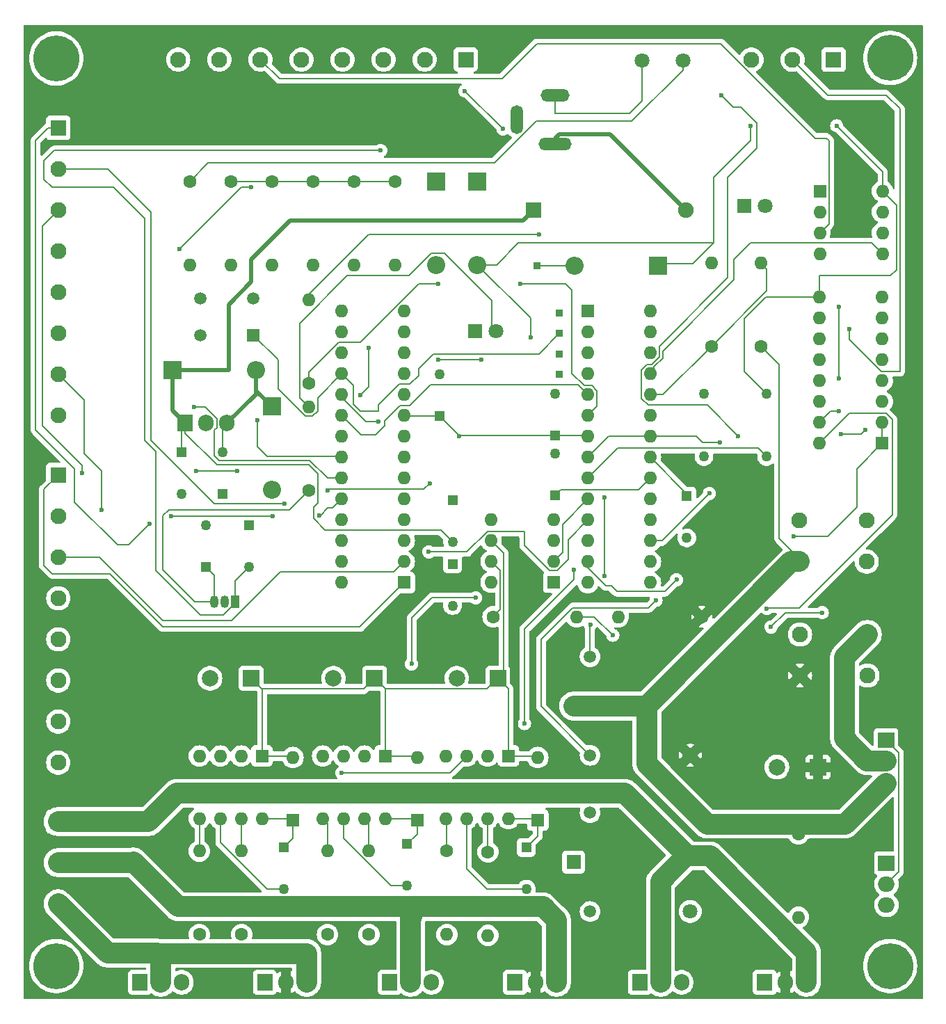
<source format=gbr>
%TF.GenerationSoftware,KiCad,Pcbnew,8.0.3*%
%TF.CreationDate,2024-10-16T22:06:34-07:00*%
%TF.ProjectId,SuperCapacitorBike,53757065-7243-4617-9061-6369746f7242,rev?*%
%TF.SameCoordinates,Original*%
%TF.FileFunction,Copper,L1,Top*%
%TF.FilePolarity,Positive*%
%FSLAX46Y46*%
G04 Gerber Fmt 4.6, Leading zero omitted, Abs format (unit mm)*
G04 Created by KiCad (PCBNEW 8.0.3) date 2024-10-16 22:06:34*
%MOMM*%
%LPD*%
G01*
G04 APERTURE LIST*
%TA.AperFunction,ComponentPad*%
%ADD10R,2.200000X2.200000*%
%TD*%
%TA.AperFunction,ComponentPad*%
%ADD11O,2.200000X2.200000*%
%TD*%
%TA.AperFunction,ComponentPad*%
%ADD12R,1.600000X1.600000*%
%TD*%
%TA.AperFunction,ComponentPad*%
%ADD13O,1.600000X1.600000*%
%TD*%
%TA.AperFunction,ComponentPad*%
%ADD14R,1.905000X2.000000*%
%TD*%
%TA.AperFunction,ComponentPad*%
%ADD15O,1.905000X2.000000*%
%TD*%
%TA.AperFunction,ComponentPad*%
%ADD16C,1.600000*%
%TD*%
%TA.AperFunction,ComponentPad*%
%ADD17R,2.000000X1.905000*%
%TD*%
%TA.AperFunction,ComponentPad*%
%ADD18O,2.000000X1.905000*%
%TD*%
%TA.AperFunction,ComponentPad*%
%ADD19R,0.850000X0.850000*%
%TD*%
%TA.AperFunction,ComponentPad*%
%ADD20R,1.950000X1.950000*%
%TD*%
%TA.AperFunction,ComponentPad*%
%ADD21C,1.950000*%
%TD*%
%TA.AperFunction,ComponentPad*%
%ADD22R,1.270000X1.270000*%
%TD*%
%TA.AperFunction,ComponentPad*%
%ADD23C,1.270000*%
%TD*%
%TA.AperFunction,ComponentPad*%
%ADD24R,1.803400X1.803400*%
%TD*%
%TA.AperFunction,ComponentPad*%
%ADD25C,1.498600*%
%TD*%
%TA.AperFunction,ComponentPad*%
%ADD26C,1.803400*%
%TD*%
%TA.AperFunction,ComponentPad*%
%ADD27R,2.000000X2.000000*%
%TD*%
%TA.AperFunction,ComponentPad*%
%ADD28C,2.000000*%
%TD*%
%TA.AperFunction,ComponentPad*%
%ADD29R,1.905000X1.905000*%
%TD*%
%TA.AperFunction,ComponentPad*%
%ADD30C,1.905000*%
%TD*%
%TA.AperFunction,ComponentPad*%
%ADD31R,1.800000X1.800000*%
%TD*%
%TA.AperFunction,ComponentPad*%
%ADD32C,1.800000*%
%TD*%
%TA.AperFunction,ComponentPad*%
%ADD33C,5.600000*%
%TD*%
%TA.AperFunction,ComponentPad*%
%ADD34R,1.050000X1.500000*%
%TD*%
%TA.AperFunction,ComponentPad*%
%ADD35O,1.050000X1.500000*%
%TD*%
%TA.AperFunction,ComponentPad*%
%ADD36R,1.508000X1.508000*%
%TD*%
%TA.AperFunction,ComponentPad*%
%ADD37C,1.508000*%
%TD*%
%TA.AperFunction,SMDPad,CuDef*%
%ADD38O,4.013200X1.498600*%
%TD*%
%TA.AperFunction,SMDPad,CuDef*%
%ADD39O,3.505200X1.498600*%
%TD*%
%TA.AperFunction,SMDPad,CuDef*%
%ADD40O,1.498600X3.505200*%
%TD*%
%TA.AperFunction,ViaPad*%
%ADD41C,0.600000*%
%TD*%
%TA.AperFunction,Conductor*%
%ADD42C,0.200000*%
%TD*%
%TA.AperFunction,Conductor*%
%ADD43C,0.500000*%
%TD*%
%TA.AperFunction,Conductor*%
%ADD44C,2.500000*%
%TD*%
G04 APERTURE END LIST*
D10*
%TO.P,D12,1,K*%
%TO.N,Net-(D12-K)*%
X81000000Y-48500000D03*
D11*
%TO.P,D12,2,A*%
%TO.N,+5V*%
X81000000Y-58660000D03*
%TD*%
D10*
%TO.P,D11,1,K*%
%TO.N,Net-(D11-K)*%
X76000000Y-48500000D03*
D11*
%TO.P,D11,2,A*%
%TO.N,+3.3V*%
X76000000Y-58660000D03*
%TD*%
D12*
%TO.P,U3,1,VCC*%
%TO.N,+12V*%
X84800000Y-118450000D03*
D13*
%TO.P,U3,2,IN*%
%TO.N,IN_3*%
X82260000Y-118450000D03*
%TO.P,U3,3,~{SD}*%
%TO.N,SD*%
X79720000Y-118450000D03*
%TO.P,U3,4,COM*%
%TO.N,GND*%
X77180000Y-118450000D03*
%TO.P,U3,5,LO*%
%TO.N,Net-(U3-LO)*%
X77180000Y-126070000D03*
%TO.P,U3,6,VS*%
%TO.N,P3*%
X79720000Y-126070000D03*
%TO.P,U3,7,HO*%
%TO.N,Net-(U3-HO)*%
X82260000Y-126070000D03*
%TO.P,U3,8,VB*%
%TO.N,Net-(D3-K)*%
X84800000Y-126070000D03*
%TD*%
D14*
%TO.P,Q4,1,G*%
%TO.N,/Half bridge Circuit/LO_1*%
X70350000Y-146000000D03*
D15*
%TO.P,Q4,2,D*%
%TO.N,P1*%
X72890000Y-146000000D03*
%TO.P,Q4,3,S*%
%TO.N,GND*%
X75430000Y-146000000D03*
%TD*%
D16*
%TO.P,R1,1*%
%TO.N,+5V*%
X60500000Y-86140000D03*
D13*
%TO.P,R1,2*%
%TO.N,Net-(D10-A)*%
X60500000Y-75980000D03*
%TD*%
D16*
%TO.P,R12,1*%
%TO.N,Net-(U3-LO)*%
X77300000Y-130020000D03*
D13*
%TO.P,R12,2*%
%TO.N,/Half bridge Circuit/LO_3*%
X77300000Y-140180000D03*
%TD*%
D16*
%TO.P,R19,1*%
%TO.N,SD*%
X60500000Y-73080000D03*
D13*
%TO.P,R19,2*%
%TO.N,Net-(D8-A)*%
X60500000Y-62920000D03*
%TD*%
D17*
%TO.P,Q7,1,G*%
%TO.N,Net-(Q7-G)*%
X130750000Y-116500000D03*
D18*
%TO.P,Q7,2,D*%
%TO.N,C2-*%
X130750000Y-119040000D03*
%TO.P,Q7,3,S*%
%TO.N,C1+*%
X130750000Y-121580000D03*
%TD*%
D19*
%TO.P,J4,1,Pin_1*%
%TO.N,/Motor Controller/TX*%
X91000000Y-72000000D03*
%TD*%
D16*
%TO.P,R22,1*%
%TO.N,/Motor Controller/LED_1*%
X46000000Y-48500000D03*
D13*
%TO.P,R22,2*%
%TO.N,Net-(U5-GPB6)*%
X46000000Y-58660000D03*
%TD*%
D16*
%TO.P,R6,1*%
%TO.N,+5V*%
X66000000Y-48500000D03*
D13*
%TO.P,R6,2*%
%TO.N,/Motor Controller/SCL*%
X66000000Y-58660000D03*
%TD*%
D20*
%TO.P,J10,1,1*%
%TO.N,/Motor Controller/HALL_A*%
X30000000Y-42000000D03*
D21*
%TO.P,J10,2,2*%
%TO.N,/Motor Controller/HALL_B*%
X30000000Y-47000000D03*
%TO.P,J10,3,3*%
%TO.N,/Motor Controller/HALL_C*%
X30000000Y-52000000D03*
%TO.P,J10,4,4*%
%TO.N,GND*%
X30000000Y-57000000D03*
%TO.P,J10,5,5*%
%TO.N,/Motor Controller/BRK1*%
X30000000Y-62000000D03*
%TO.P,J10,6,6*%
%TO.N,GND*%
X30000000Y-67000000D03*
%TO.P,J10,7,7*%
%TO.N,/Motor Controller/BRK2*%
X30000000Y-72000000D03*
%TO.P,J10,8,8*%
%TO.N,GND*%
X30000000Y-77000000D03*
%TD*%
D22*
%TO.P,C10,1*%
%TO.N,Net-(U6-AREF)*%
X106500000Y-86813250D03*
D23*
%TO.P,C10,2*%
%TO.N,GND*%
X106500000Y-91893250D03*
%TD*%
D22*
%TO.P,C9,1*%
%TO.N,+5V*%
X90500000Y-86686750D03*
D23*
%TO.P,C9,2*%
%TO.N,GND*%
X90500000Y-81606750D03*
%TD*%
%TO.P,XTAL2,1,EOH*%
%TO.N,unconnected-(XTAL2-EOH-Pad1)*%
X108590000Y-74385999D03*
%TO.P,XTAL2,4,GND*%
%TO.N,GND*%
X108590000Y-82005999D03*
%TO.P,XTAL2,5,OUTPUT*%
%TO.N,/Motor Controller/XTAL1*%
X116210000Y-82005999D03*
%TO.P,XTAL2,8,VCC*%
%TO.N,+5V*%
X116210000Y-74385999D03*
%TD*%
D17*
%TO.P,Q8,1,G*%
%TO.N,Net-(Q8-G)*%
X130805000Y-131500000D03*
D18*
%TO.P,Q8,2,D*%
%TO.N,Net-(Q7-G)*%
X130805000Y-134040000D03*
%TO.P,Q8,3,S*%
%TO.N,GND*%
X130805000Y-136580000D03*
%TD*%
D20*
%TO.P,J13,1,1*%
%TO.N,/Motor Controller/SW_1*%
X30000000Y-84250000D03*
D21*
%TO.P,J13,2,2*%
%TO.N,GND*%
X30000000Y-89250000D03*
%TO.P,J13,3,3*%
%TO.N,/Motor Controller/SW_2*%
X30000000Y-94250000D03*
%TO.P,J13,4,4*%
%TO.N,GND*%
X30000000Y-99250000D03*
%TO.P,J13,5,5*%
%TO.N,/Motor Controller/SW_3*%
X30000000Y-104250000D03*
%TO.P,J13,6,6*%
%TO.N,GND*%
X30000000Y-109250000D03*
%TO.P,J13,7,7*%
%TO.N,/Motor Controller/SW_4*%
X30000000Y-114250000D03*
%TO.P,J13,8,8*%
%TO.N,+5V*%
X30000000Y-119250000D03*
%TD*%
D24*
%TO.P,K2,1,1*%
%TO.N,GND*%
X92717950Y-131365000D03*
D25*
%TO.P,K2,2,2*%
%TO.N,RELAY_2*%
X94717951Y-137364999D03*
D26*
%TO.P,K2,3,3*%
%TO.N,C2-*%
X106917149Y-137364999D03*
D25*
%TO.P,K2,5,5*%
%TO.N,+5V*%
X94717951Y-125365001D03*
%TD*%
D22*
%TO.P,C16,1*%
%TO.N,GND*%
X53200000Y-90363250D03*
D23*
%TO.P,C16,2*%
%TO.N,+3.3V*%
X53200000Y-95443250D03*
%TD*%
D27*
%TO.P,C3,1*%
%TO.N,+12V*%
X53467677Y-109000000D03*
D28*
%TO.P,C3,2*%
%TO.N,GND*%
X48467677Y-109000000D03*
%TD*%
D22*
%TO.P,C12,1*%
%TO.N,GND*%
X78000000Y-87313250D03*
D23*
%TO.P,C12,2*%
%TO.N,+12V*%
X78000000Y-92393250D03*
%TD*%
D10*
%TO.P,D5,1,K*%
%TO.N,+5V*%
X103000000Y-58750000D03*
D11*
%TO.P,D5,2,A*%
%TO.N,Net-(D5-A)*%
X92840000Y-58750000D03*
%TD*%
D22*
%TO.P,C4,1*%
%TO.N,Net-(D2-K)*%
X57467500Y-129573250D03*
D23*
%TO.P,C4,2*%
%TO.N,P2*%
X57467500Y-134653250D03*
%TD*%
D29*
%TO.P,F2,1*%
%TO.N,+12V*%
X87864000Y-52000000D03*
D30*
%TO.P,F2,2*%
X106406000Y-52000000D03*
%TD*%
D12*
%TO.P,U9,1,~{CS}*%
%TO.N,SS2*%
X122700000Y-49700000D03*
D13*
%TO.P,U9,2,SCK*%
%TO.N,SCK*%
X122700000Y-52240000D03*
%TO.P,U9,3,SDI/SDO*%
%TO.N,MOSI*%
X122700000Y-54780000D03*
%TO.P,U9,4,V_{SS}*%
%TO.N,GND*%
X122700000Y-57320000D03*
%TO.P,U9,5,P0A*%
%TO.N,ADC_C2V*%
X130320000Y-57320000D03*
%TO.P,U9,6,P0W*%
%TO.N,GND*%
X130320000Y-54780000D03*
%TO.P,U9,7,P0B*%
%TO.N,unconnected-(U9-P0B-Pad7)*%
X130320000Y-52240000D03*
%TO.P,U9,8,V_{DD}*%
%TO.N,+5V*%
X130320000Y-49700000D03*
%TD*%
D27*
%TO.P,C5,1*%
%TO.N,+12V*%
X83500000Y-109000000D03*
D28*
%TO.P,C5,2*%
%TO.N,GND*%
X78500000Y-109000000D03*
%TD*%
D16*
%TO.P,R5,1*%
%TO.N,+5V*%
X61000000Y-48500000D03*
D13*
%TO.P,R5,2*%
%TO.N,Net-(R5-Pad2)*%
X61000000Y-58660000D03*
%TD*%
D20*
%TO.P,J9,1,1*%
%TO.N,SCK*%
X79600000Y-33680000D03*
D21*
%TO.P,J9,2,2*%
%TO.N,Net-(D12-K)*%
X74600000Y-33680000D03*
%TO.P,J9,3,3*%
%TO.N,Net-(D11-K)*%
X69600000Y-33680000D03*
%TO.P,J9,4,4*%
%TO.N,/Motor Controller/RESET_DISPLAY*%
X64600000Y-33680000D03*
%TO.P,J9,5,5*%
%TO.N,/Motor Controller/DC*%
X59600000Y-33680000D03*
%TO.P,J9,6,6*%
%TO.N,MOSI*%
X54600000Y-33680000D03*
%TO.P,J9,7,7*%
%TO.N,SS1*%
X49600000Y-33680000D03*
%TO.P,J9,8,8*%
%TO.N,GND*%
X44600000Y-33680000D03*
%TD*%
D14*
%TO.P,Q2,1,G*%
%TO.N,/Half bridge Circuit/HO_3*%
X115990000Y-146000000D03*
D15*
%TO.P,Q2,2,D*%
%TO.N,+VCC*%
X118530000Y-146000000D03*
%TO.P,Q2,3,S*%
%TO.N,P3*%
X121070000Y-146000000D03*
%TD*%
D10*
%TO.P,D4,1,K*%
%TO.N,/Motor Controller/SW_4*%
X56000000Y-75920000D03*
D11*
%TO.P,D4,2,A*%
%TO.N,GND*%
X56000000Y-86080000D03*
%TD*%
D31*
%TO.P,D10,1,K*%
%TO.N,GND*%
X80750000Y-66750000D03*
D32*
%TO.P,D10,2,A*%
%TO.N,Net-(D10-A)*%
X83290000Y-66750000D03*
%TD*%
D14*
%TO.P,Q6,1,G*%
%TO.N,/Half bridge Circuit/LO_3*%
X100780000Y-146000000D03*
D15*
%TO.P,Q6,2,D*%
%TO.N,P3*%
X103320000Y-146000000D03*
%TO.P,Q6,3,S*%
%TO.N,GND*%
X105860000Y-146000000D03*
%TD*%
D19*
%TO.P,J3,1,Pin_1*%
%TO.N,/Motor Controller/RX*%
X91000000Y-69500000D03*
%TD*%
D22*
%TO.P,C14,1*%
%TO.N,GND*%
X50000000Y-86580000D03*
D23*
%TO.P,C14,2*%
%TO.N,/Motor Controller/SW_4*%
X50000000Y-81500000D03*
%TD*%
D19*
%TO.P,J2,1,Pin_1*%
%TO.N,GND*%
X91000000Y-64500000D03*
%TD*%
D13*
%TO.P,R18,2*%
%TO.N,GND*%
X109500000Y-58420000D03*
D16*
%TO.P,R18,1*%
%TO.N,ADC_C1V*%
X109500000Y-68580000D03*
%TD*%
D19*
%TO.P,J12,1,Pin_1*%
%TO.N,Net-(D5-A)*%
X88250000Y-58750000D03*
%TD*%
D16*
%TO.P,R10,1*%
%TO.N,/Half bridge Circuit/LO_1*%
X62767500Y-140180000D03*
D13*
%TO.P,R10,2*%
%TO.N,Net-(U1-LO)*%
X62767500Y-130020000D03*
%TD*%
D21*
%TO.P,J7,1_1,1_1*%
%TO.N,C1+*%
X120200000Y-94800000D03*
%TO.P,J7,1_2,1_2*%
%TO.N,unconnected-(J7-Pad1_2)*%
X128400000Y-94800000D03*
%TO.P,J7,2_1,2_1*%
%TO.N,C1-*%
X120200000Y-89800000D03*
%TO.P,J7,2_2,2_2*%
%TO.N,GND*%
X128400000Y-89800000D03*
%TD*%
D33*
%TO.P,H3,1,1*%
%TO.N,GND*%
X29750000Y-144000000D03*
%TD*%
D12*
%TO.P,U5,1,GPB0*%
%TO.N,/Motor Controller/SW_1*%
X72120000Y-97340000D03*
D13*
%TO.P,U5,2,GPB1*%
%TO.N,/Motor Controller/SW_2*%
X72120000Y-94800000D03*
%TO.P,U5,3,GPB2*%
%TO.N,/Motor Controller/SW_3*%
X72120000Y-92260000D03*
%TO.P,U5,4,GPB3*%
%TO.N,/Motor Controller/HALL_A*%
X72120000Y-89720000D03*
%TO.P,U5,5,GPB4*%
%TO.N,/Motor Controller/HALL_B*%
X72120000Y-87180000D03*
%TO.P,U5,6,GPB5*%
%TO.N,/Motor Controller/HALL_C*%
X72120000Y-84640000D03*
%TO.P,U5,7,GPB6*%
%TO.N,Net-(U5-GPB6)*%
X72120000Y-82100000D03*
%TO.P,U5,8,GPB7*%
%TO.N,unconnected-(U5-GPB7-Pad8)*%
X72120000Y-79560000D03*
%TO.P,U5,9,VDD*%
%TO.N,+5V*%
X72120000Y-77020000D03*
%TO.P,U5,10,VSS*%
%TO.N,GND*%
X72120000Y-74480000D03*
%TO.P,U5,11,NC*%
%TO.N,unconnected-(U5-NC-Pad11)*%
X72120000Y-71940000D03*
%TO.P,U5,12,SCK*%
%TO.N,/Motor Controller/SDA*%
X72120000Y-69400000D03*
%TO.P,U5,13,SDA*%
%TO.N,/Motor Controller/SCL*%
X72120000Y-66860000D03*
%TO.P,U5,14,NC*%
%TO.N,unconnected-(U5-NC-Pad14)*%
X72120000Y-64320000D03*
%TO.P,U5,15,A0*%
%TO.N,GND*%
X64500000Y-64320000D03*
%TO.P,U5,16,A1*%
X64500000Y-66860000D03*
%TO.P,U5,17,A2*%
X64500000Y-69400000D03*
%TO.P,U5,18,~{RESET}*%
%TO.N,/Motor Controller/RESET*%
X64500000Y-71940000D03*
%TO.P,U5,19,INTB*%
%TO.N,/Motor Controller/INTA*%
X64500000Y-74480000D03*
%TO.P,U5,20,INTA*%
%TO.N,/Motor Controller/INTB*%
X64500000Y-77020000D03*
%TO.P,U5,21,GPA0*%
%TO.N,/Motor Controller/RESET_DISPLAY*%
X64500000Y-79560000D03*
%TO.P,U5,22,GPA1*%
%TO.N,/Motor Controller/DC*%
X64500000Y-82100000D03*
%TO.P,U5,23,GPA2*%
%TO.N,/Motor Controller/BRK1*%
X64500000Y-84640000D03*
%TO.P,U5,24,GPA3*%
%TO.N,/Motor Controller/BRK2*%
X64500000Y-87180000D03*
%TO.P,U5,25,GPA4*%
%TO.N,unconnected-(U5-GPA4-Pad25)*%
X64500000Y-89720000D03*
%TO.P,U5,26,GPA5*%
%TO.N,unconnected-(U5-GPA5-Pad26)*%
X64500000Y-92260000D03*
%TO.P,U5,27,GPA6*%
%TO.N,unconnected-(U5-GPA6-Pad27)*%
X64500000Y-94800000D03*
%TO.P,U5,28,GPA7*%
%TO.N,unconnected-(U5-GPA7-Pad28)*%
X64500000Y-97340000D03*
%TD*%
D16*
%TO.P,R7,1*%
%TO.N,Net-(U3-HO)*%
X82300000Y-130120000D03*
D13*
%TO.P,R7,2*%
%TO.N,/Half bridge Circuit/HO_3*%
X82300000Y-140280000D03*
%TD*%
D12*
%TO.P,D2,1,K*%
%TO.N,Net-(D2-K)*%
X58567500Y-126250000D03*
D13*
%TO.P,D2,2,A*%
%TO.N,+12V*%
X58567500Y-118630000D03*
%TD*%
D34*
%TO.P,U10,1,VO*%
%TO.N,+3.3V*%
X51500000Y-99640000D03*
D35*
%TO.P,U10,2,GND*%
%TO.N,GND*%
X50230000Y-99640000D03*
%TO.P,U10,3,VI*%
%TO.N,+5V*%
X48960000Y-99640000D03*
%TD*%
D36*
%TO.P,S1,1*%
%TO.N,/Motor Controller/RESET*%
X53750000Y-67250000D03*
D37*
%TO.P,S1,2*%
%TO.N,Net-(R5-Pad2)*%
X47250000Y-67250000D03*
%TO.P,S1,3*%
%TO.N,GND*%
X53750000Y-62750000D03*
%TO.P,S1,4*%
X47250000Y-62750000D03*
%TD*%
D22*
%TO.P,C13,1*%
%TO.N,+5V*%
X76400000Y-77036750D03*
D23*
%TO.P,C13,2*%
%TO.N,GND*%
X76400000Y-71956750D03*
%TD*%
D27*
%TO.P,C2,1*%
%TO.N,+12V*%
X68500000Y-109000000D03*
D28*
%TO.P,C2,2*%
%TO.N,GND*%
X63500000Y-109000000D03*
%TD*%
D16*
%TO.P,R11,1*%
%TO.N,/Half bridge Circuit/LO_2*%
X47180000Y-140180000D03*
D13*
%TO.P,R11,2*%
%TO.N,Net-(U2-LO)*%
X47180000Y-130020000D03*
%TD*%
D20*
%TO.P,J14,1,1*%
%TO.N,GND*%
X124372500Y-33700000D03*
D21*
%TO.P,J14,2,2*%
%TO.N,/Motor Controller/TH_DATA*%
X119372500Y-33700000D03*
%TO.P,J14,3,3*%
%TO.N,+5V*%
X114372500Y-33700000D03*
%TD*%
D12*
%TO.P,U6,1,~{RESET}/PC6*%
%TO.N,/Motor Controller/RESET*%
X94467500Y-64320000D03*
D13*
%TO.P,U6,2,PD0*%
%TO.N,/Motor Controller/RX*%
X94467500Y-66860000D03*
%TO.P,U6,3,PD1*%
%TO.N,/Motor Controller/TX*%
X94467500Y-69400000D03*
%TO.P,U6,4,PD2*%
%TO.N,/Motor Controller/INTA*%
X94467500Y-71940000D03*
%TO.P,U6,5,PD3*%
%TO.N,/Motor Controller/INTB*%
X94467500Y-74480000D03*
%TO.P,U6,6,PD4*%
%TO.N,SD*%
X94467500Y-77020000D03*
%TO.P,U6,7,VCC*%
%TO.N,+5V*%
X94467500Y-79560000D03*
%TO.P,U6,8,GND*%
%TO.N,GND*%
X94467500Y-82100000D03*
%TO.P,U6,9,XTAL1/PB6*%
%TO.N,/Motor Controller/XTAL1*%
X94467500Y-84640000D03*
%TO.P,U6,10,XTAL2/PB7*%
%TO.N,MOS_DRIVER*%
X94467500Y-87180000D03*
%TO.P,U6,11,PD5*%
%TO.N,IN_2*%
X94467500Y-89720000D03*
%TO.P,U6,12,PD6*%
%TO.N,IN_1*%
X94467500Y-92260000D03*
%TO.P,U6,13,PD7*%
%TO.N,/Motor Controller/RELAYS*%
X94467500Y-94800000D03*
%TO.P,U6,14,PB0*%
%TO.N,SS2*%
X94467500Y-97340000D03*
%TO.P,U6,15,PB1*%
%TO.N,IN_3*%
X102087500Y-97340000D03*
%TO.P,U6,16,PB2*%
%TO.N,SS1*%
X102087500Y-94800000D03*
%TO.P,U6,17,PB3*%
%TO.N,MOSI*%
X102087500Y-92260000D03*
%TO.P,U6,18,PB4*%
%TO.N,MISO*%
X102087500Y-89720000D03*
%TO.P,U6,19,PB5*%
%TO.N,SCK*%
X102087500Y-87180000D03*
%TO.P,U6,20,AVCC*%
%TO.N,+5V*%
X102087500Y-84640000D03*
%TO.P,U6,21,AREF*%
%TO.N,Net-(U6-AREF)*%
X102087500Y-82100000D03*
%TO.P,U6,22,GND*%
%TO.N,GND*%
X102087500Y-79560000D03*
%TO.P,U6,23,PC0*%
%TO.N,/Motor Controller/TH_DATA*%
X102087500Y-77020000D03*
%TO.P,U6,24,PC1*%
%TO.N,ADC_C1V*%
X102087500Y-74480000D03*
%TO.P,U6,25,PC2*%
%TO.N,ADC_C2V*%
X102087500Y-71940000D03*
%TO.P,U6,26,PC3*%
%TO.N,unconnected-(U6-PC3-Pad26)*%
X102087500Y-69400000D03*
%TO.P,U6,27,PC4*%
%TO.N,/Motor Controller/SDA*%
X102087500Y-66860000D03*
%TO.P,U6,28,PC5*%
%TO.N,/Motor Controller/SCL*%
X102087500Y-64320000D03*
%TD*%
D38*
%TO.P,J11,1*%
%TO.N,+12V*%
X90476250Y-44000000D03*
D39*
%TO.P,J11,2*%
%TO.N,GND*%
X90476250Y-38000520D03*
D40*
%TO.P,J11,3*%
%TO.N,unconnected-(J11-Pad3)*%
X85777250Y-41000260D03*
%TD*%
D12*
%TO.P,D1,1,K*%
%TO.N,Net-(D1-K)*%
X73700000Y-126250000D03*
D13*
%TO.P,D1,2,A*%
%TO.N,+12V*%
X73700000Y-118630000D03*
%TD*%
D12*
%TO.P,U2,1,VCC*%
%TO.N,+12V*%
X54800000Y-118450000D03*
D13*
%TO.P,U2,2,IN*%
%TO.N,IN_2*%
X52260000Y-118450000D03*
%TO.P,U2,3,~{SD}*%
%TO.N,SD*%
X49720000Y-118450000D03*
%TO.P,U2,4,COM*%
%TO.N,GND*%
X47180000Y-118450000D03*
%TO.P,U2,5,LO*%
%TO.N,Net-(U2-LO)*%
X47180000Y-126070000D03*
%TO.P,U2,6,VS*%
%TO.N,P2*%
X49720000Y-126070000D03*
%TO.P,U2,7,HO*%
%TO.N,Net-(U2-HO)*%
X52260000Y-126070000D03*
%TO.P,U2,8,VB*%
%TO.N,Net-(D2-K)*%
X54800000Y-126070000D03*
%TD*%
D14*
%TO.P,Q1,1,G*%
%TO.N,/Half bridge Circuit/HO_2*%
X55142000Y-146000000D03*
D15*
%TO.P,Q1,2,D*%
%TO.N,+VCC*%
X57682000Y-146000000D03*
%TO.P,Q1,3,S*%
%TO.N,P2*%
X60222000Y-146000000D03*
%TD*%
D22*
%TO.P,C15,1*%
%TO.N,+5V*%
X47960000Y-95436750D03*
D23*
%TO.P,C15,2*%
%TO.N,GND*%
X47960000Y-90356750D03*
%TD*%
D33*
%TO.P,H1,1,1*%
%TO.N,GND*%
X29750000Y-33550000D03*
%TD*%
D14*
%TO.P,Q3,1,G*%
%TO.N,/Half bridge Circuit/HO_1*%
X85570000Y-146000000D03*
D15*
%TO.P,Q3,2,D*%
%TO.N,+VCC*%
X88110000Y-146000000D03*
%TO.P,Q3,3,S*%
%TO.N,P1*%
X90650000Y-146000000D03*
%TD*%
D22*
%TO.P,C8,1*%
%TO.N,+12V*%
X45000000Y-81500000D03*
D23*
%TO.P,C8,2*%
%TO.N,GND*%
X45000000Y-86580000D03*
%TD*%
D16*
%TO.P,R8,1*%
%TO.N,/Half bridge Circuit/HO_2*%
X52317500Y-140180000D03*
D13*
%TO.P,R8,2*%
%TO.N,Net-(U2-HO)*%
X52317500Y-130020000D03*
%TD*%
D16*
%TO.P,R3,1*%
%TO.N,+5V*%
X71000000Y-48500000D03*
D13*
%TO.P,R3,2*%
%TO.N,/Motor Controller/SDA*%
X71000000Y-58660000D03*
%TD*%
D19*
%TO.P,J5,1,Pin_1*%
%TO.N,/Motor Controller/RESET*%
X91000000Y-67000000D03*
%TD*%
D16*
%TO.P,R17,1*%
%TO.N,C1+*%
X115500000Y-68580000D03*
D13*
%TO.P,R17,2*%
%TO.N,ADC_C1V*%
X115500000Y-58420000D03*
%TD*%
D16*
%TO.P,R20,1*%
%TO.N,+5V*%
X56000000Y-48500000D03*
D13*
%TO.P,R20,2*%
%TO.N,/Motor Controller/INTA*%
X56000000Y-58660000D03*
%TD*%
D22*
%TO.P,C11,1*%
%TO.N,+12V*%
X78000000Y-95063250D03*
D23*
%TO.P,C11,2*%
%TO.N,GND*%
X78000000Y-100143250D03*
%TD*%
D24*
%TO.P,K1,1,1*%
%TO.N,C1+*%
X92717950Y-112365000D03*
D25*
%TO.P,K1,2,2*%
%TO.N,RELAY_1*%
X94717951Y-118364999D03*
D26*
%TO.P,K1,3,3*%
%TO.N,+VCC*%
X106917149Y-118364999D03*
D25*
%TO.P,K1,5,5*%
%TO.N,+5V*%
X94717951Y-106365001D03*
%TD*%
D12*
%TO.P,U4,1,N_C*%
%TO.N,unconnected-(U4-N_C-Pad1)*%
X90300000Y-97300000D03*
D13*
%TO.P,U4,2,INA*%
%TO.N,MOS_DRIVER*%
X90300000Y-94760000D03*
%TO.P,U4,3,GND*%
%TO.N,GND*%
X90300000Y-92220000D03*
%TO.P,U4,4,INB*%
X90300000Y-89680000D03*
%TO.P,U4,5,OUTB*%
%TO.N,unconnected-(U4-OUTB-Pad5)*%
X82680000Y-89680000D03*
%TO.P,U4,6,VDD*%
%TO.N,+12V*%
X82680000Y-92220000D03*
%TO.P,U4,7,OUTA*%
%TO.N,Net-(U4-OUTA)*%
X82680000Y-94760000D03*
%TO.P,U4,8,N_C*%
%TO.N,unconnected-(U4-N_C-Pad8)*%
X82680000Y-97300000D03*
%TD*%
D12*
%TO.P,D3,1,K*%
%TO.N,Net-(D3-K)*%
X88367500Y-126250000D03*
D13*
%TO.P,D3,2,A*%
%TO.N,+12V*%
X88367500Y-118630000D03*
%TD*%
D21*
%TO.P,J6,3,3*%
%TO.N,P2*%
X29990000Y-136427500D03*
%TO.P,J6,2,2*%
%TO.N,P1*%
X29990000Y-131427500D03*
D20*
%TO.P,J6,1,1*%
%TO.N,P3*%
X29990000Y-126427500D03*
%TD*%
D16*
%TO.P,R16,1*%
%TO.N,+VCC*%
X108330000Y-101500000D03*
D13*
%TO.P,R16,2*%
%TO.N,ADC_C2V*%
X98170000Y-101500000D03*
%TD*%
D12*
%TO.P,U8,1,I1*%
%TO.N,/Motor Controller/RELAYS*%
X130300000Y-80400000D03*
D13*
%TO.P,U8,2,I2*%
X130300000Y-77860000D03*
%TO.P,U8,3,I3*%
%TO.N,unconnected-(U8-I3-Pad3)*%
X130300000Y-75320000D03*
%TO.P,U8,4,I4*%
%TO.N,unconnected-(U8-I4-Pad4)*%
X130300000Y-72780000D03*
%TO.P,U8,5,I5*%
%TO.N,unconnected-(U8-I5-Pad5)*%
X130300000Y-70240000D03*
%TO.P,U8,6,I6*%
%TO.N,unconnected-(U8-I6-Pad6)*%
X130300000Y-67700000D03*
%TO.P,U8,7,I7*%
%TO.N,unconnected-(U8-I7-Pad7)*%
X130300000Y-65160000D03*
%TO.P,U8,8,GND*%
%TO.N,GND*%
X130300000Y-62620000D03*
%TO.P,U8,9,COM*%
%TO.N,+5V*%
X122680000Y-62620000D03*
%TO.P,U8,10,O7*%
%TO.N,unconnected-(U8-O7-Pad10)*%
X122680000Y-65160000D03*
%TO.P,U8,11,O6*%
%TO.N,unconnected-(U8-O6-Pad11)*%
X122680000Y-67700000D03*
%TO.P,U8,12,O5*%
%TO.N,unconnected-(U8-O5-Pad12)*%
X122680000Y-70240000D03*
%TO.P,U8,13,O4*%
%TO.N,unconnected-(U8-O4-Pad13)*%
X122680000Y-72780000D03*
%TO.P,U8,14,O3*%
%TO.N,unconnected-(U8-O3-Pad14)*%
X122680000Y-75320000D03*
%TO.P,U8,15,O2*%
%TO.N,RELAY_2*%
X122680000Y-77860000D03*
%TO.P,U8,16,O1*%
%TO.N,RELAY_1*%
X122680000Y-80400000D03*
%TD*%
D16*
%TO.P,R4,1*%
%TO.N,C1+*%
X120100000Y-127920000D03*
D13*
%TO.P,R4,2*%
%TO.N,Net-(Q7-G)*%
X120100000Y-138080000D03*
%TD*%
D16*
%TO.P,R9,1*%
%TO.N,/Half bridge Circuit/HO_1*%
X67817500Y-140180000D03*
D13*
%TO.P,R9,2*%
%TO.N,Net-(U1-HO)*%
X67817500Y-130020000D03*
%TD*%
D14*
%TO.P,Q5,1,G*%
%TO.N,/Half bridge Circuit/LO_2*%
X39930000Y-146000000D03*
D15*
%TO.P,Q5,2,D*%
%TO.N,P2*%
X42470000Y-146000000D03*
%TO.P,Q5,3,S*%
%TO.N,GND*%
X45010000Y-146000000D03*
%TD*%
D12*
%TO.P,U1,1,VCC*%
%TO.N,+12V*%
X69800000Y-118450000D03*
D13*
%TO.P,U1,2,IN*%
%TO.N,IN_1*%
X67260000Y-118450000D03*
%TO.P,U1,3,~{SD}*%
%TO.N,SD*%
X64720000Y-118450000D03*
%TO.P,U1,4,COM*%
%TO.N,GND*%
X62180000Y-118450000D03*
%TO.P,U1,5,LO*%
%TO.N,Net-(U1-LO)*%
X62180000Y-126070000D03*
%TO.P,U1,6,VS*%
%TO.N,P1*%
X64720000Y-126070000D03*
%TO.P,U1,7,HO*%
%TO.N,Net-(U1-HO)*%
X67260000Y-126070000D03*
%TO.P,U1,8,VB*%
%TO.N,Net-(D1-K)*%
X69800000Y-126070000D03*
%TD*%
D16*
%TO.P,R15,1*%
%TO.N,Net-(U4-OUTA)*%
X82920000Y-101500000D03*
D13*
%TO.P,R15,2*%
%TO.N,Net-(Q8-G)*%
X93080000Y-101500000D03*
%TD*%
D33*
%TO.P,H4,1,1*%
%TO.N,GND*%
X131250000Y-144000000D03*
%TD*%
D26*
%TO.P,J1,1,1*%
%TO.N,/Motor Controller/LED_1*%
X106041784Y-33830000D03*
%TO.P,J1,2,2*%
%TO.N,GND*%
X101041784Y-33830000D03*
%TD*%
D33*
%TO.P,H2,1,1*%
%TO.N,GND*%
X131250000Y-33500000D03*
%TD*%
D22*
%TO.P,C6,1*%
%TO.N,Net-(D3-K)*%
X86967500Y-129573250D03*
D23*
%TO.P,C6,2*%
%TO.N,P3*%
X86967500Y-134653250D03*
%TD*%
D22*
%TO.P,C17,1*%
%TO.N,+5V*%
X90500000Y-79436750D03*
D23*
%TO.P,C17,2*%
%TO.N,GND*%
X90500000Y-74356750D03*
%TD*%
D27*
%TO.P,C7,1*%
%TO.N,+VCC*%
X122467677Y-119800000D03*
D28*
%TO.P,C7,2*%
%TO.N,GND*%
X117467677Y-119800000D03*
%TD*%
D10*
%TO.P,D6,1,K*%
%TO.N,+12V*%
X43920000Y-71500000D03*
D11*
%TO.P,D6,2,A*%
%TO.N,/Motor Controller/SW_4*%
X54080000Y-71500000D03*
%TD*%
D31*
%TO.P,D8,1,K*%
%TO.N,GND*%
X113460000Y-51500000D03*
D32*
%TO.P,D8,2,A*%
%TO.N,Net-(D8-A)*%
X116000000Y-51500000D03*
%TD*%
D16*
%TO.P,R21,1*%
%TO.N,+5V*%
X51000000Y-48500000D03*
D13*
%TO.P,R21,2*%
%TO.N,/Motor Controller/INTB*%
X51000000Y-58660000D03*
%TD*%
D22*
%TO.P,C1,1*%
%TO.N,Net-(D1-K)*%
X72467500Y-129173250D03*
D23*
%TO.P,C1,2*%
%TO.N,P1*%
X72467500Y-134253250D03*
%TD*%
D21*
%TO.P,J8,1_1,1_1*%
%TO.N,+VCC*%
X120287500Y-108655000D03*
%TO.P,J8,1_2,1_2*%
%TO.N,unconnected-(J8-Pad1_2)*%
X128487500Y-108655000D03*
%TO.P,J8,2_1,2_1*%
%TO.N,unconnected-(J8-Pad2_1)*%
X120287500Y-103655000D03*
%TO.P,J8,2_2,2_2*%
%TO.N,C2-*%
X128487500Y-103655000D03*
%TD*%
D14*
%TO.P,U7,1,IN*%
%TO.N,+12V*%
X45460000Y-77945000D03*
D15*
%TO.P,U7,2,GND*%
%TO.N,GND*%
X48000000Y-77945000D03*
%TO.P,U7,3,OUT*%
%TO.N,/Motor Controller/SW_4*%
X50540000Y-77945000D03*
%TD*%
D41*
%TO.N,GND*%
X110500000Y-80250000D03*
%TO.N,+5V*%
X94750000Y-102500000D03*
X124750000Y-41750000D03*
X87500000Y-67500000D03*
X62750000Y-86140000D03*
X75250000Y-85250000D03*
X114250000Y-41750000D03*
X96500000Y-96500000D03*
X96500000Y-87000000D03*
X78750000Y-79500000D03*
%TO.N,Net-(D8-A)*%
X88500000Y-55000000D03*
%TO.N,/Motor Controller/TH_DATA*%
X126250000Y-66500000D03*
%TO.N,/Motor Controller/SW_4*%
X51750000Y-83750000D03*
X46750000Y-83750000D03*
%TO.N,/Motor Controller/HALL_C*%
X32861764Y-84046079D03*
%TO.N,/Motor Controller/HALL_B*%
X57500000Y-87750000D03*
%TO.N,/Motor Controller/BRK2*%
X35250000Y-88500000D03*
X61800000Y-89200000D03*
%TO.N,/Motor Controller/BRK1*%
X46500000Y-76000000D03*
%TO.N,/Motor Controller/HALL_A*%
X43700000Y-89300000D03*
X41100000Y-90200000D03*
X56100000Y-89300000D03*
%TO.N,RELAY_1*%
X116250000Y-100500000D03*
X102750000Y-99500000D03*
%TO.N,RELAY_2*%
X125000000Y-76500000D03*
%TO.N,Net-(Q8-G)*%
X123000000Y-101000000D03*
X116750000Y-102750000D03*
X97500000Y-103750000D03*
%TO.N,SD*%
X76250000Y-61020000D03*
X73000000Y-107250000D03*
X64500000Y-120500000D03*
X86270000Y-61000000D03*
X80800000Y-99200000D03*
%TO.N,/Motor Controller/INTA*%
X76250000Y-70250000D03*
X69000000Y-77750000D03*
X81500000Y-70250000D03*
%TO.N,IN_1*%
X86750000Y-114500000D03*
X92750000Y-95750000D03*
%TO.N,IN_2*%
X75100000Y-93600000D03*
%TO.N,+3.3V*%
X69250000Y-44750000D03*
%TO.N,MOSI*%
X109250000Y-86500000D03*
X125000000Y-72500000D03*
X125000000Y-63750000D03*
%TO.N,/Motor Controller/RELAYS*%
X119500000Y-91750000D03*
X105250000Y-97000000D03*
%TO.N,SCK*%
X79500000Y-37500000D03*
X84125000Y-42125000D03*
%TO.N,/Motor Controller/RESET_DISPLAY*%
X67750000Y-68750000D03*
X66750000Y-74500000D03*
%TO.N,SS1*%
X110714061Y-38035939D03*
X112750000Y-79500000D03*
%TO.N,/Motor Controller/DC*%
X53500000Y-49250000D03*
X54200000Y-77600000D03*
X44750000Y-56750000D03*
%TO.N,SS2*%
X125250000Y-79250000D03*
X128250000Y-78750000D03*
%TD*%
D42*
%TO.N,Net-(Q8-G)*%
X118500000Y-101000000D02*
X123000000Y-101000000D01*
X116750000Y-102750000D02*
X118500000Y-101000000D01*
%TO.N,ADC_C1V*%
X116250000Y-59170000D02*
X116250000Y-61830000D01*
X115500000Y-58420000D02*
X116250000Y-59170000D01*
X116250000Y-61830000D02*
X109500000Y-68580000D01*
%TO.N,C1+*%
X115500000Y-68580000D02*
X117750000Y-70830000D01*
X117750000Y-70830000D02*
X117750000Y-91950000D01*
X117750000Y-91950000D02*
X120300000Y-94500000D01*
%TO.N,+5V*%
X116130000Y-62620000D02*
X122680000Y-62620000D01*
X113500000Y-65250000D02*
X116130000Y-62620000D01*
X116210000Y-74385999D02*
X113500000Y-71675999D01*
X113500000Y-71675999D02*
X113500000Y-65250000D01*
%TO.N,ADC_C2V*%
X129000000Y-56000000D02*
X130320000Y-57320000D01*
X114250000Y-56000000D02*
X129000000Y-56000000D01*
X112250000Y-60500000D02*
X112250000Y-58000000D01*
X102603135Y-71005685D02*
X103587500Y-70021321D01*
X102368821Y-71240000D02*
X102603135Y-71005685D01*
X102087500Y-71240000D02*
X102368821Y-71240000D01*
X103587500Y-69162500D02*
X112250000Y-60500000D01*
X103587500Y-70021321D02*
X103587500Y-69162500D01*
X102087500Y-71940000D02*
X102087500Y-71240000D01*
X112250000Y-58000000D02*
X114250000Y-56000000D01*
D43*
%TO.N,+12V*%
X50750000Y-71500000D02*
X43920000Y-71500000D01*
X53500000Y-58000000D02*
X53500000Y-60750000D01*
X53500000Y-60750000D02*
X50750000Y-63500000D01*
X50750000Y-63500000D02*
X50750000Y-71500000D01*
X58250000Y-53250000D02*
X53500000Y-58000000D01*
X86614000Y-53250000D02*
X58250000Y-53250000D01*
X87864000Y-52000000D02*
X86614000Y-53250000D01*
D42*
%TO.N,Net-(D1-K)*%
X73520000Y-126070000D02*
X73700000Y-126250000D01*
X73700000Y-126250000D02*
X73700000Y-127940750D01*
X73700000Y-127940750D02*
X72467500Y-129173250D01*
X69800000Y-126070000D02*
X73520000Y-126070000D01*
%TO.N,GND*%
X102087500Y-79560000D02*
X97007500Y-79560000D01*
X108380000Y-80250000D02*
X107690000Y-79560000D01*
X107690000Y-79560000D02*
X102087500Y-79560000D01*
X99500000Y-40250000D02*
X101041784Y-38708216D01*
X122500000Y-57905000D02*
X122960000Y-57445000D01*
X101041784Y-38708216D02*
X101041784Y-33830000D01*
X90476250Y-40250000D02*
X99500000Y-40250000D01*
X90476250Y-38600520D02*
X90476250Y-40250000D01*
X110500000Y-80250000D02*
X108380000Y-80250000D01*
X97007500Y-79560000D02*
X94467500Y-82100000D01*
%TO.N,+12V*%
X58387500Y-118450000D02*
X58567500Y-118630000D01*
X61600000Y-87650000D02*
X61050000Y-88200000D01*
D43*
X90971550Y-42754700D02*
X90476250Y-43250000D01*
D42*
X54767677Y-110300000D02*
X53467677Y-109000000D01*
X76586750Y-90980000D02*
X62480000Y-90980000D01*
X73520000Y-118450000D02*
X73700000Y-118630000D01*
X61600000Y-87650000D02*
X61600000Y-84100000D01*
X84800000Y-118450000D02*
X84800000Y-110300000D01*
D43*
X43920000Y-76405000D02*
X45460000Y-77945000D01*
D42*
X84800000Y-118450000D02*
X88187500Y-118450000D01*
X68500000Y-109000000D02*
X67200000Y-110300000D01*
X45000000Y-78405000D02*
X45460000Y-77945000D01*
X82506750Y-92393250D02*
X82680000Y-92220000D01*
X88187500Y-118450000D02*
X88367500Y-118630000D01*
X45000000Y-81500000D02*
X45000000Y-78405000D01*
D43*
X43920000Y-71500000D02*
X43920000Y-76405000D01*
D42*
X61050000Y-89550000D02*
X62480000Y-90980000D01*
X61600000Y-84100000D02*
X60500000Y-83000000D01*
X69800000Y-110300000D02*
X68500000Y-109000000D01*
D43*
X97160700Y-42754700D02*
X90971550Y-42754700D01*
D42*
X60500000Y-83000000D02*
X49315000Y-83000000D01*
X69800000Y-118450000D02*
X73520000Y-118450000D01*
X84180000Y-108320000D02*
X84180000Y-93720000D01*
X45460000Y-79145000D02*
X45460000Y-77945000D01*
X61050000Y-88200000D02*
X61050000Y-89550000D01*
X54800000Y-110332323D02*
X53467677Y-109000000D01*
X54800000Y-118450000D02*
X58387500Y-118450000D01*
X67200000Y-110300000D02*
X54767677Y-110300000D01*
X83500000Y-109000000D02*
X84180000Y-108320000D01*
X49315000Y-83000000D02*
X45460000Y-79145000D01*
X69800000Y-118450000D02*
X69800000Y-110300000D01*
X84800000Y-110300000D02*
X83500000Y-109000000D01*
D43*
X106406000Y-52000000D02*
X97160700Y-42754700D01*
D42*
X82200000Y-110300000D02*
X69800000Y-110300000D01*
X84180000Y-93720000D02*
X82680000Y-92220000D01*
X54800000Y-118450000D02*
X54800000Y-110332323D01*
X83500000Y-109000000D02*
X82200000Y-110300000D01*
X78000000Y-92393250D02*
X76586750Y-90980000D01*
%TO.N,Net-(D2-K)*%
X54800000Y-126070000D02*
X58387500Y-126070000D01*
X58387500Y-126070000D02*
X58567500Y-126250000D01*
X58567500Y-126250000D02*
X58567500Y-128473250D01*
X58567500Y-128473250D02*
X57467500Y-129573250D01*
%TO.N,Net-(D3-K)*%
X84800000Y-126070000D02*
X88187500Y-126070000D01*
X88367500Y-128173250D02*
X86967500Y-129573250D01*
X88367500Y-126250000D02*
X88367500Y-128173250D01*
X88187500Y-126070000D02*
X88367500Y-126250000D01*
%TO.N,+5V*%
X100647500Y-86080000D02*
X102087500Y-84640000D01*
X78800000Y-79436750D02*
X78750000Y-79386750D01*
X132030000Y-51410000D02*
X130320000Y-49700000D01*
X51000000Y-48500000D02*
X56000000Y-48500000D01*
X48960000Y-99640000D02*
X48960000Y-96436750D01*
X66000000Y-48500000D02*
X71000000Y-48500000D01*
X94717951Y-102532049D02*
X94717951Y-106365001D01*
X72136750Y-77036750D02*
X72120000Y-77020000D01*
X56000000Y-48500000D02*
X61000000Y-48500000D01*
X94344250Y-79436750D02*
X94467500Y-79560000D01*
X78863250Y-79500000D02*
X76400000Y-77036750D01*
X61000000Y-48500000D02*
X66000000Y-48500000D01*
X58140000Y-88500000D02*
X43439339Y-88500000D01*
X124750000Y-41750000D02*
X130320000Y-47320000D01*
X74500000Y-86000000D02*
X75250000Y-85250000D01*
X103250000Y-58500000D02*
X107250000Y-58500000D01*
X87500000Y-67500000D02*
X87500000Y-65160000D01*
X114250000Y-41750000D02*
X114250000Y-43500000D01*
X90500000Y-79436750D02*
X78800000Y-79436750D01*
X43439339Y-88500000D02*
X42750000Y-89189339D01*
X96500000Y-96500000D02*
X96500000Y-87000000D01*
X42750000Y-89189339D02*
X42750000Y-95750000D01*
X83340000Y-58660000D02*
X81000000Y-58660000D01*
X86000000Y-56000000D02*
X83340000Y-58660000D01*
X132030000Y-59270000D02*
X132030000Y-51410000D01*
X94750000Y-102500000D02*
X94717951Y-102532049D01*
X122680000Y-62620000D02*
X122680000Y-59980000D01*
X131320000Y-59980000D02*
X132030000Y-59270000D01*
X130320000Y-47320000D02*
X130320000Y-49700000D01*
X90500000Y-86686750D02*
X91106750Y-86080000D01*
X91106750Y-86080000D02*
X100647500Y-86080000D01*
X46640000Y-99640000D02*
X48960000Y-99640000D01*
X78750000Y-79500000D02*
X78863250Y-79500000D01*
X78750000Y-79386750D02*
X78750000Y-79500000D01*
X87500000Y-65160000D02*
X81000000Y-58660000D01*
X103000000Y-58750000D02*
X103250000Y-58500000D01*
X109750000Y-56000000D02*
X86000000Y-56000000D01*
X109750000Y-48000000D02*
X109750000Y-56000000D01*
X122680000Y-59980000D02*
X131320000Y-59980000D01*
X62890000Y-86000000D02*
X74500000Y-86000000D01*
X42750000Y-95750000D02*
X46640000Y-99640000D01*
X93957500Y-80070000D02*
X94467500Y-79560000D01*
X90500000Y-79436750D02*
X94344250Y-79436750D01*
X114250000Y-43500000D02*
X109750000Y-48000000D01*
X48960000Y-96436750D02*
X47960000Y-95436750D01*
X107250000Y-58500000D02*
X109750000Y-56000000D01*
X60500000Y-86140000D02*
X58140000Y-88500000D01*
X62750000Y-86140000D02*
X62890000Y-86000000D01*
X76400000Y-77036750D02*
X72136750Y-77036750D01*
%TO.N,Net-(D8-A)*%
X60500000Y-62250000D02*
X67750000Y-55000000D01*
X60500000Y-62920000D02*
X60500000Y-62250000D01*
%TO.N,P1*%
X72467500Y-134253250D02*
X70495115Y-134253250D01*
D44*
X90650000Y-146000000D02*
X90650000Y-138434250D01*
X82339398Y-136784250D02*
X73000000Y-136784250D01*
X73000000Y-138000000D02*
X72890000Y-138110000D01*
X73000000Y-136784250D02*
X44584250Y-136784250D01*
X39027500Y-131427500D02*
X29990000Y-131427500D01*
X90650000Y-138434250D02*
X89000000Y-136784250D01*
X39127500Y-131327500D02*
X39027500Y-131427500D01*
X44584250Y-136784250D02*
X39127500Y-131327500D01*
X73000000Y-136784250D02*
X73000000Y-138000000D01*
D42*
X64720000Y-128478135D02*
X64720000Y-126070000D01*
X72890000Y-146000000D02*
X73003135Y-146000000D01*
D44*
X82339398Y-136784250D02*
X89000000Y-136784250D01*
D42*
X70495115Y-134253250D02*
X64720000Y-128478135D01*
D44*
X72890000Y-138110000D02*
X72890000Y-146000000D01*
%TO.N,P3*%
X44400000Y-123000000D02*
X40972500Y-126427500D01*
X103320000Y-133680000D02*
X106487574Y-130512426D01*
D42*
X79720000Y-132220000D02*
X79720000Y-126070000D01*
D44*
X121070000Y-142320000D02*
X121070000Y-146000000D01*
X106595148Y-130620000D02*
X109370000Y-130620000D01*
X98975148Y-123000000D02*
X44400000Y-123000000D01*
X40972500Y-126427500D02*
X29990000Y-126427500D01*
D42*
X86967500Y-134653250D02*
X82153250Y-134653250D01*
D44*
X109370000Y-130620000D02*
X121070000Y-142320000D01*
X106487574Y-130512426D02*
X106595148Y-130620000D01*
X106487574Y-130512426D02*
X98975148Y-123000000D01*
D42*
X82153250Y-134653250D02*
X79720000Y-132220000D01*
D44*
X103320000Y-146000000D02*
X103320000Y-133680000D01*
D42*
%TO.N,P2*%
X57467500Y-134653250D02*
X55395115Y-134653250D01*
D44*
X60250000Y-142500000D02*
X60250000Y-145972000D01*
X42070000Y-142500000D02*
X60250000Y-142500000D01*
X42470000Y-146000000D02*
X42470000Y-142900000D01*
X42470000Y-142900000D02*
X42000000Y-142430000D01*
D42*
X49720000Y-128978135D02*
X49720000Y-126070000D01*
D44*
X42000000Y-142430000D02*
X35992500Y-142430000D01*
X60222000Y-146000000D02*
X60222000Y-145094852D01*
X60250000Y-145972000D02*
X60222000Y-146000000D01*
X42000000Y-142430000D02*
X42070000Y-142500000D01*
X35992500Y-142430000D02*
X29990000Y-136427500D01*
D42*
X55395115Y-134653250D02*
X49720000Y-128978135D01*
%TO.N,/Motor Controller/RESET*%
X61600000Y-76435635D02*
X61600000Y-74840000D01*
X72800000Y-73200000D02*
X73860051Y-72139949D01*
X75684315Y-69500000D02*
X88500000Y-69500000D01*
X65900000Y-75600000D02*
X66790000Y-76490000D01*
X88500000Y-69500000D02*
X91000000Y-67000000D01*
X65900000Y-73340000D02*
X65900000Y-75600000D01*
X56750000Y-73785635D02*
X60044365Y-77080000D01*
X56750000Y-70500000D02*
X56750000Y-73785635D01*
X60955635Y-77080000D02*
X61600000Y-76435635D01*
X53750000Y-67250000D02*
X56750000Y-70250000D01*
X56750000Y-70250000D02*
X56750000Y-70500000D01*
X69000000Y-75700000D02*
X71500000Y-73200000D01*
X71500000Y-73200000D02*
X72800000Y-73200000D01*
X60044365Y-77080000D02*
X60955635Y-77080000D01*
X61600000Y-74840000D02*
X64500000Y-71940000D01*
X53500000Y-67500000D02*
X54250000Y-67500000D01*
X73860051Y-72139949D02*
X73860051Y-71324264D01*
X64500000Y-71940000D02*
X65900000Y-73340000D01*
X73860051Y-71324264D02*
X75684315Y-69500000D01*
X69000000Y-76490000D02*
X69000000Y-75700000D01*
X66790000Y-76490000D02*
X69000000Y-76490000D01*
D44*
%TO.N,C1+*%
X101635000Y-119385000D02*
X109000000Y-126750000D01*
X101635000Y-112365000D02*
X119200000Y-94800000D01*
X119200000Y-94800000D02*
X120200000Y-94800000D01*
X125740000Y-126750000D02*
X130750000Y-121740000D01*
X92717950Y-112365000D02*
X101635000Y-112365000D01*
X101635000Y-112365000D02*
X101635000Y-119385000D01*
X109000000Y-126750000D02*
X125740000Y-126750000D01*
%TO.N,C2-*%
X125700000Y-106442500D02*
X128487500Y-103655000D01*
X125700000Y-116302500D02*
X125700000Y-106442500D01*
X130750000Y-119040000D02*
X128437500Y-119040000D01*
X128437500Y-119040000D02*
X125700000Y-116302500D01*
D42*
%TO.N,/Motor Controller/TH_DATA*%
X132430000Y-71680000D02*
X132430000Y-39680000D01*
X126250000Y-67745635D02*
X130184365Y-71680000D01*
X130184365Y-71680000D02*
X132430000Y-71680000D01*
X126250000Y-66500000D02*
X126250000Y-67745635D01*
X132430000Y-39680000D02*
X130750000Y-38000000D01*
X124250000Y-38000000D02*
X123672500Y-38000000D01*
X123672500Y-38000000D02*
X119372500Y-33700000D01*
X130750000Y-38000000D02*
X124250000Y-38000000D01*
%TO.N,/Motor Controller/SW_2*%
X35000000Y-94250000D02*
X30000000Y-94250000D01*
X57000000Y-96060000D02*
X70860000Y-96060000D01*
X42750000Y-102000000D02*
X35000000Y-94250000D01*
X70860000Y-96060000D02*
X72120000Y-94800000D01*
X51060000Y-102000000D02*
X42750000Y-102000000D01*
X57000000Y-96060000D02*
X51060000Y-102000000D01*
D43*
%TO.N,/Motor Controller/SW_4*%
X54080000Y-74000000D02*
X54080000Y-74405000D01*
D42*
X46750000Y-83750000D02*
X51750000Y-83750000D01*
D43*
X54080000Y-74000000D02*
X56000000Y-75920000D01*
X54080000Y-71500000D02*
X54080000Y-74000000D01*
D42*
X50000000Y-81500000D02*
X50000000Y-78485000D01*
D43*
X54080000Y-74405000D02*
X50540000Y-77945000D01*
D42*
X50000000Y-78485000D02*
X50540000Y-77945000D01*
%TO.N,/Motor Controller/SW_1*%
X28250000Y-95250000D02*
X29250000Y-96250000D01*
X29250000Y-96250000D02*
X36250000Y-96250000D01*
X66710000Y-102750000D02*
X72120000Y-97340000D01*
X30000000Y-84250000D02*
X28250000Y-86000000D01*
X36250000Y-96250000D02*
X42750000Y-102750000D01*
X42750000Y-102750000D02*
X66710000Y-102750000D01*
X28250000Y-86000000D02*
X28250000Y-95250000D01*
%TO.N,/Motor Controller/HALL_C*%
X32861764Y-84046079D02*
X32861764Y-83111764D01*
X28032843Y-53967157D02*
X30000000Y-52000000D01*
X28032843Y-78282843D02*
X28032843Y-53967157D01*
X32861764Y-83111764D02*
X28032843Y-78282843D01*
%TO.N,/Motor Controller/HALL_B*%
X41250000Y-72250000D02*
X41250000Y-52250000D01*
X49000000Y-87750000D02*
X41250000Y-80000000D01*
X30000000Y-47000000D02*
X36000000Y-47000000D01*
X41250000Y-80000000D02*
X41250000Y-72250000D01*
X57500000Y-87750000D02*
X49000000Y-87750000D01*
X36000000Y-47000000D02*
X41250000Y-52250000D01*
%TO.N,/Motor Controller/BRK2*%
X33157843Y-75157843D02*
X30000000Y-72000000D01*
X61800000Y-89300000D02*
X61900000Y-89200000D01*
X62820000Y-88280000D02*
X61900000Y-89200000D01*
X61900000Y-89200000D02*
X61800000Y-89200000D01*
X35250000Y-88500000D02*
X35250000Y-83750000D01*
X61800000Y-89200000D02*
X61800000Y-89300000D01*
X63400000Y-88280000D02*
X62820000Y-88280000D01*
X35250000Y-83750000D02*
X33157843Y-81657843D01*
X64500000Y-87180000D02*
X63400000Y-88280000D01*
X33157843Y-81657843D02*
X33157843Y-75157843D01*
%TO.N,/Motor Controller/BRK1*%
X49593656Y-82481000D02*
X49019000Y-81906344D01*
X49287500Y-78511302D02*
X49287500Y-77413698D01*
X49019000Y-81906344D02*
X49019000Y-78779802D01*
X49287500Y-77413698D02*
X47873802Y-76000000D01*
X60611000Y-82481000D02*
X49593656Y-82481000D01*
X49019000Y-78779802D02*
X49287500Y-78511302D01*
X62770000Y-84640000D02*
X64500000Y-84640000D01*
X60611000Y-82481000D02*
X62770000Y-84640000D01*
X47873802Y-76000000D02*
X46500000Y-76000000D01*
%TO.N,/Motor Controller/HALL_A*%
X27250000Y-78750000D02*
X27250000Y-43500000D01*
X56100000Y-89300000D02*
X43700000Y-89300000D01*
X32000000Y-87560661D02*
X32000000Y-83500000D01*
X38550000Y-92750000D02*
X37189339Y-92750000D01*
X37189339Y-92750000D02*
X32000000Y-87560661D01*
X28750000Y-42000000D02*
X30000000Y-42000000D01*
X27250000Y-43500000D02*
X28750000Y-42000000D01*
X32000000Y-83500000D02*
X27250000Y-78750000D01*
X41100000Y-90200000D02*
X38550000Y-92750000D01*
%TO.N,RELAY_1*%
X88750000Y-112397048D02*
X94717951Y-118364999D01*
X116250000Y-100500000D02*
X116350000Y-100400000D01*
X120200000Y-100400000D02*
X131500000Y-89100000D01*
X102750000Y-99500000D02*
X101850000Y-100400000D01*
X101850000Y-100400000D02*
X92624365Y-100400000D01*
X131500000Y-77504365D02*
X130755635Y-76760000D01*
X92624365Y-100400000D02*
X88750000Y-104274365D01*
X130755635Y-76760000D02*
X126320000Y-76760000D01*
X126320000Y-76760000D02*
X122680000Y-80400000D01*
X116350000Y-100400000D02*
X120200000Y-100400000D01*
X131500000Y-89100000D02*
X131500000Y-77504365D01*
X88750000Y-104274365D02*
X88750000Y-112397048D01*
%TO.N,RELAY_2*%
X122680000Y-77860000D02*
X124040000Y-76500000D01*
X124040000Y-76500000D02*
X125000000Y-76500000D01*
%TO.N,Net-(Q7-G)*%
X130750000Y-116500000D02*
X132300000Y-118050000D01*
X132300000Y-118050000D02*
X132300000Y-132545000D01*
X132300000Y-132545000D02*
X130805000Y-134040000D01*
%TO.N,Net-(Q8-G)*%
X95250000Y-101500000D02*
X93080000Y-101500000D01*
X97500000Y-103750000D02*
X95250000Y-101500000D01*
%TO.N,Net-(U3-HO)*%
X82300000Y-130120000D02*
X82300000Y-126110000D01*
X82317500Y-126127500D02*
X82260000Y-126070000D01*
X82300000Y-126110000D02*
X82260000Y-126070000D01*
%TO.N,Net-(U2-HO)*%
X52317500Y-130020000D02*
X52317500Y-126127500D01*
X52317500Y-126127500D02*
X52260000Y-126070000D01*
%TO.N,Net-(U1-HO)*%
X67817500Y-126627500D02*
X67260000Y-126070000D01*
X67817500Y-130020000D02*
X67817500Y-126627500D01*
%TO.N,Net-(U1-LO)*%
X62767500Y-126657500D02*
X62180000Y-126070000D01*
X62767500Y-130020000D02*
X62767500Y-126657500D01*
%TO.N,Net-(U2-LO)*%
X47180000Y-130020000D02*
X47180000Y-126070000D01*
%TO.N,Net-(U3-LO)*%
X77300000Y-126190000D02*
X77180000Y-126070000D01*
X77300000Y-130020000D02*
X77300000Y-126190000D01*
%TO.N,Net-(U4-OUTA)*%
X83780000Y-100640000D02*
X83780000Y-95860000D01*
X83780000Y-95860000D02*
X82680000Y-94760000D01*
X82920000Y-101500000D02*
X83780000Y-100640000D01*
%TO.N,SD*%
X92500000Y-71868135D02*
X94011865Y-73380000D01*
X66784365Y-68100000D02*
X73864365Y-61020000D01*
X60500000Y-71700000D02*
X64100000Y-68100000D01*
X95567500Y-75920000D02*
X94467500Y-77020000D01*
X80800000Y-99200000D02*
X80762250Y-99162250D01*
X86270000Y-61000000D02*
X91750000Y-61000000D01*
X73000000Y-101650000D02*
X73000000Y-107250000D01*
X75487750Y-99162250D02*
X73000000Y-101650000D01*
X95567500Y-74024365D02*
X95567500Y-75920000D01*
X91750000Y-61000000D02*
X92500000Y-61750000D01*
X92500000Y-61750000D02*
X92500000Y-71868135D01*
X60500000Y-73080000D02*
X60500000Y-71700000D01*
X94011865Y-73380000D02*
X94923135Y-73380000D01*
X94923135Y-73380000D02*
X95567500Y-74024365D01*
X79720000Y-118450000D02*
X77670000Y-120500000D01*
X77670000Y-120500000D02*
X64500000Y-120500000D01*
X73864365Y-61020000D02*
X76250000Y-61020000D01*
X64100000Y-68100000D02*
X66784365Y-68100000D01*
X80762250Y-99162250D02*
X75487750Y-99162250D01*
%TO.N,/Motor Controller/INTA*%
X68950000Y-77700000D02*
X69000000Y-77750000D01*
X67484314Y-77750000D02*
X64500000Y-74765686D01*
X69000000Y-77750000D02*
X67484314Y-77750000D01*
X64500000Y-74765686D02*
X64500000Y-74480000D01*
X81500000Y-70250000D02*
X76250000Y-70250000D01*
%TO.N,/Motor Controller/INTB*%
X64500000Y-77020000D02*
X66860000Y-79380000D01*
X75355635Y-73250000D02*
X90250000Y-73250000D01*
X93237500Y-73250000D02*
X94467500Y-74480000D01*
X66860000Y-79380000D02*
X68654365Y-79380000D01*
X72805635Y-75800000D02*
X75355635Y-73250000D01*
X71600000Y-75800000D02*
X72805635Y-75800000D01*
X69750000Y-77650000D02*
X71600000Y-75800000D01*
X90250000Y-73250000D02*
X93237500Y-73250000D01*
X68654365Y-79380000D02*
X69750000Y-78284365D01*
X69750000Y-78284365D02*
X69750000Y-77650000D01*
%TO.N,IN_1*%
X92750000Y-97000000D02*
X86750000Y-103000000D01*
X86750000Y-103000000D02*
X86750000Y-114500000D01*
X92750000Y-95750000D02*
X92750000Y-97000000D01*
%TO.N,IN_2*%
X90755635Y-95860000D02*
X89760000Y-95860000D01*
X82224365Y-91120000D02*
X86720000Y-91120000D01*
X75100000Y-93600000D02*
X79744365Y-93600000D01*
X94467500Y-89720000D02*
X92087500Y-92100000D01*
X86720000Y-92820000D02*
X86720000Y-91120000D01*
X89760000Y-95860000D02*
X86720000Y-92820000D01*
X79744365Y-93600000D02*
X82224365Y-91120000D01*
X92087500Y-92100000D02*
X92087500Y-94528135D01*
X92087500Y-94528135D02*
X90755635Y-95860000D01*
%TO.N,MOS_DRIVER*%
X91400000Y-90247500D02*
X91400000Y-93660000D01*
X91400000Y-93660000D02*
X90300000Y-94760000D01*
X94467500Y-87180000D02*
X91400000Y-90247500D01*
%TO.N,+3.3V*%
X29500000Y-44750000D02*
X69250000Y-44750000D01*
X40500000Y-80000000D02*
X40500000Y-53000000D01*
X28250000Y-48250000D02*
X28250000Y-46000000D01*
X29250000Y-49250000D02*
X28250000Y-48250000D01*
X41850000Y-95850000D02*
X41850000Y-81350000D01*
X47250000Y-101250000D02*
X41850000Y-95850000D01*
X51500000Y-99865000D02*
X50115000Y-101250000D01*
X51500000Y-99640000D02*
X51500000Y-97143250D01*
X41850000Y-81350000D02*
X40500000Y-80000000D01*
X36750000Y-49250000D02*
X29250000Y-49250000D01*
X28250000Y-46000000D02*
X29500000Y-44750000D01*
X40500000Y-53000000D02*
X36750000Y-49250000D01*
X51500000Y-97143250D02*
X53200000Y-95443250D01*
X51500000Y-99640000D02*
X51500000Y-99865000D01*
X50115000Y-101250000D02*
X47250000Y-101250000D01*
%TO.N,Net-(D10-A)*%
X77025000Y-57260000D02*
X75420101Y-57260000D01*
X82765000Y-66225000D02*
X82765000Y-63000000D01*
X75420101Y-57260000D02*
X72680101Y-60000000D01*
X83290000Y-66750000D02*
X82765000Y-66225000D01*
X82765000Y-63000000D02*
X77025000Y-57260000D01*
X59400000Y-65784314D02*
X59400000Y-74880000D01*
X59400000Y-74880000D02*
X60500000Y-75980000D01*
X72680101Y-60000000D02*
X65184314Y-60000000D01*
X65184314Y-60000000D02*
X59400000Y-65784314D01*
%TO.N,/Motor Controller/LED_1*%
X46000000Y-48500000D02*
X48250000Y-46250000D01*
X106041784Y-34958216D02*
X106041784Y-33830000D01*
X48250000Y-46250000D02*
X83079798Y-46250000D01*
X99827000Y-41173000D02*
X106041784Y-34958216D01*
X88156798Y-41173000D02*
X99827000Y-41173000D01*
X83079798Y-46250000D02*
X88156798Y-41173000D01*
%TO.N,MOSI*%
X123800000Y-43550000D02*
X123500000Y-43250000D01*
X88250000Y-31750000D02*
X84000000Y-36000000D01*
X122700000Y-54780000D02*
X123800000Y-53680000D01*
X84000000Y-36000000D02*
X56920000Y-36000000D01*
X123500000Y-43250000D02*
X122119377Y-43250000D01*
X109250000Y-86500000D02*
X103490000Y-92260000D01*
X125000000Y-63750000D02*
X125000000Y-72500000D01*
X110619377Y-31750000D02*
X88250000Y-31750000D01*
X56920000Y-36000000D02*
X54600000Y-33680000D01*
X123800000Y-53680000D02*
X123800000Y-43550000D01*
X122119377Y-43250000D02*
X110619377Y-31750000D01*
X103490000Y-92260000D02*
X102087500Y-92260000D01*
%TO.N,/Motor Controller/XTAL1*%
X116210000Y-82005999D02*
X115204001Y-81000000D01*
X98107500Y-81000000D02*
X94467500Y-84640000D01*
X115204001Y-81000000D02*
X98107500Y-81000000D01*
%TO.N,/Motor Controller/RELAYS*%
X105250000Y-97000000D02*
X103810000Y-98440000D01*
X127225000Y-88175000D02*
X127225000Y-83475000D01*
X130300000Y-77860000D02*
X130300000Y-80400000D01*
X123650000Y-91750000D02*
X127225000Y-88175000D01*
X103810000Y-98440000D02*
X98000661Y-98440000D01*
X119500000Y-91750000D02*
X123650000Y-91750000D01*
X94467500Y-95528161D02*
X94467500Y-94800000D01*
X96689339Y-97750000D02*
X94467500Y-95528161D01*
X127225000Y-83475000D02*
X130300000Y-80400000D01*
X98000661Y-98440000D02*
X97310661Y-97750000D01*
X97310661Y-97750000D02*
X96689339Y-97750000D01*
%TO.N,SCK*%
X79500000Y-37500000D02*
X84125000Y-42125000D01*
%TO.N,/Motor Controller/RESET_DISPLAY*%
X66750000Y-74500000D02*
X67750000Y-73500000D01*
X67750000Y-73500000D02*
X67750000Y-68750000D01*
%TO.N,SS1*%
X113060661Y-39500000D02*
X115000000Y-41439339D01*
X102203135Y-70840000D02*
X101631865Y-70840000D01*
X111500000Y-48000000D02*
X111500000Y-60250000D01*
X103187500Y-69855635D02*
X102203135Y-70840000D01*
X100987500Y-71484365D02*
X100987500Y-74935635D01*
X103187500Y-68562500D02*
X103187500Y-69855635D01*
X101631865Y-70840000D02*
X100987500Y-71484365D01*
X100987500Y-74935635D02*
X101801865Y-75750000D01*
X110714061Y-38035939D02*
X112178122Y-39500000D01*
X101801865Y-75750000D02*
X109000000Y-75750000D01*
X115000000Y-41439339D02*
X115000000Y-44500000D01*
X115000000Y-44500000D02*
X111500000Y-48000000D01*
X111500000Y-60250000D02*
X103187500Y-68562500D01*
X112178122Y-39500000D02*
X113060661Y-39500000D01*
X109000000Y-75750000D02*
X112750000Y-79500000D01*
%TO.N,/Motor Controller/DC*%
X44750000Y-56750000D02*
X52250000Y-49250000D01*
X52250000Y-49250000D02*
X53500000Y-49250000D01*
X64400000Y-82000000D02*
X64500000Y-82100000D01*
X55400000Y-82000000D02*
X64400000Y-82000000D01*
X54200000Y-77600000D02*
X54200000Y-80800000D01*
X54200000Y-80800000D02*
X55400000Y-82000000D01*
%TO.N,SS2*%
X128250000Y-78750000D02*
X127750000Y-79250000D01*
X127750000Y-79250000D02*
X125250000Y-79250000D01*
X125250000Y-79250000D02*
X125500000Y-79250000D01*
%TO.N,Net-(U6-AREF)*%
X106500000Y-86512500D02*
X102087500Y-82100000D01*
X106500000Y-86813250D02*
X106500000Y-86512500D01*
%TO.N,Net-(D5-A)*%
X88250000Y-58750000D02*
X92840000Y-58750000D01*
%TO.N,Net-(D8-A)*%
X67750000Y-55000000D02*
X88500000Y-55000000D01*
%TO.N,ADC_C1V*%
X103600000Y-74480000D02*
X109500000Y-68580000D01*
X102087500Y-74480000D02*
X103600000Y-74480000D01*
%TD*%
%TA.AperFunction,Conductor*%
%TO.N,+VCC*%
G36*
X135192539Y-29520185D02*
G01*
X135238294Y-29572989D01*
X135249500Y-29624500D01*
X135249500Y-147875500D01*
X135229815Y-147942539D01*
X135177011Y-147988294D01*
X135125500Y-147999500D01*
X25874500Y-147999500D01*
X25807461Y-147979815D01*
X25761706Y-147927011D01*
X25750500Y-147875500D01*
X25750500Y-143999997D01*
X26444652Y-143999997D01*
X26444652Y-144000002D01*
X26449594Y-144091157D01*
X26461161Y-144304500D01*
X26464028Y-144357368D01*
X26464029Y-144357385D01*
X26521926Y-144710539D01*
X26521932Y-144710565D01*
X26617672Y-145055392D01*
X26617674Y-145055399D01*
X26750142Y-145387870D01*
X26750151Y-145387888D01*
X26917784Y-145704077D01*
X26917790Y-145704086D01*
X27118634Y-146000309D01*
X27118641Y-146000319D01*
X27298693Y-146212292D01*
X27350332Y-146273086D01*
X27610163Y-146519211D01*
X27895081Y-146735800D01*
X28201747Y-146920315D01*
X28201749Y-146920316D01*
X28201751Y-146920317D01*
X28201755Y-146920319D01*
X28477467Y-147047876D01*
X28526565Y-147070591D01*
X28865726Y-147184868D01*
X29215254Y-147261805D01*
X29571052Y-147300500D01*
X29571058Y-147300500D01*
X29928942Y-147300500D01*
X29928948Y-147300500D01*
X30284746Y-147261805D01*
X30634274Y-147184868D01*
X30973435Y-147070591D01*
X31298253Y-146920315D01*
X31604919Y-146735800D01*
X31889837Y-146519211D01*
X32149668Y-146273086D01*
X32381365Y-146000311D01*
X32582211Y-145704085D01*
X32749853Y-145387880D01*
X32882324Y-145055403D01*
X32978071Y-144710552D01*
X33009035Y-144521680D01*
X33035970Y-144357385D01*
X33035970Y-144357382D01*
X33035972Y-144357371D01*
X33053694Y-144030488D01*
X33055348Y-144000002D01*
X33055348Y-143999997D01*
X33049309Y-143888614D01*
X33035972Y-143642629D01*
X32978071Y-143289448D01*
X32924484Y-143096443D01*
X32882327Y-142944607D01*
X32882325Y-142944600D01*
X32749857Y-142612129D01*
X32749848Y-142612111D01*
X32582215Y-142295922D01*
X32582213Y-142295919D01*
X32582211Y-142295915D01*
X32381365Y-141999689D01*
X32381361Y-141999684D01*
X32381358Y-141999680D01*
X32149668Y-141726914D01*
X32000345Y-141585468D01*
X31889837Y-141480789D01*
X31889830Y-141480783D01*
X31889827Y-141480781D01*
X31797463Y-141410568D01*
X31604919Y-141264200D01*
X31298253Y-141079685D01*
X31298252Y-141079684D01*
X31298248Y-141079682D01*
X31298244Y-141079680D01*
X30973447Y-140929414D01*
X30973441Y-140929411D01*
X30973435Y-140929409D01*
X30803854Y-140872270D01*
X30634273Y-140815131D01*
X30284744Y-140738194D01*
X29928949Y-140699500D01*
X29928948Y-140699500D01*
X29571052Y-140699500D01*
X29571050Y-140699500D01*
X29215255Y-140738194D01*
X28865726Y-140815131D01*
X28609970Y-140901306D01*
X28526565Y-140929409D01*
X28526563Y-140929410D01*
X28526552Y-140929414D01*
X28201755Y-141079680D01*
X28201751Y-141079682D01*
X28033212Y-141181089D01*
X27895081Y-141264200D01*
X27874235Y-141280047D01*
X27610172Y-141480781D01*
X27610163Y-141480789D01*
X27350331Y-141726914D01*
X27118641Y-141999680D01*
X27118634Y-141999690D01*
X26917790Y-142295913D01*
X26917784Y-142295922D01*
X26750151Y-142612111D01*
X26750142Y-142612129D01*
X26617674Y-142944600D01*
X26617672Y-142944607D01*
X26521932Y-143289434D01*
X26521926Y-143289460D01*
X26464029Y-143642614D01*
X26464028Y-143642631D01*
X26444652Y-143999997D01*
X25750500Y-143999997D01*
X25750500Y-136312765D01*
X28239501Y-136312765D01*
X28239501Y-136542234D01*
X28269450Y-136769728D01*
X28269451Y-136769733D01*
X28269452Y-136769739D01*
X28276051Y-136794366D01*
X28328842Y-136991387D01*
X28416651Y-137203379D01*
X28416656Y-137203388D01*
X28531390Y-137402112D01*
X28531392Y-137402115D01*
X28531396Y-137402121D01*
X28671078Y-137584159D01*
X28671084Y-137584166D01*
X34835833Y-143748915D01*
X34835839Y-143748920D01*
X34926863Y-143818765D01*
X35017888Y-143888611D01*
X35017892Y-143888614D01*
X35216608Y-144003342D01*
X35216623Y-144003349D01*
X35307980Y-144041190D01*
X35428613Y-144091158D01*
X35467281Y-144101519D01*
X35650261Y-144150549D01*
X35771039Y-144166448D01*
X35877766Y-144180500D01*
X40595500Y-144180500D01*
X40662539Y-144200185D01*
X40708294Y-144252989D01*
X40719500Y-144304500D01*
X40719500Y-144375500D01*
X40699815Y-144442539D01*
X40647011Y-144488294D01*
X40595500Y-144499500D01*
X38929629Y-144499500D01*
X38929623Y-144499501D01*
X38870016Y-144505908D01*
X38735171Y-144556202D01*
X38735164Y-144556206D01*
X38619955Y-144642452D01*
X38619952Y-144642455D01*
X38533706Y-144757664D01*
X38533702Y-144757671D01*
X38483408Y-144892517D01*
X38477001Y-144952116D01*
X38477000Y-144952135D01*
X38477000Y-147047870D01*
X38477001Y-147047876D01*
X38483408Y-147107483D01*
X38533702Y-147242328D01*
X38533706Y-147242335D01*
X38619952Y-147357544D01*
X38619954Y-147357546D01*
X38735164Y-147443793D01*
X38735171Y-147443797D01*
X38870017Y-147494091D01*
X38870016Y-147494091D01*
X38876944Y-147494835D01*
X38929627Y-147500500D01*
X40930372Y-147500499D01*
X40989983Y-147494091D01*
X41124831Y-147443796D01*
X41227390Y-147367020D01*
X41292852Y-147342603D01*
X41361126Y-147357454D01*
X41377181Y-147367907D01*
X41495388Y-147458611D01*
X41694112Y-147573344D01*
X41694117Y-147573346D01*
X41694123Y-147573349D01*
X41785480Y-147611190D01*
X41906113Y-147661158D01*
X42127762Y-147720548D01*
X42355266Y-147750500D01*
X42355273Y-147750500D01*
X42584727Y-147750500D01*
X42584734Y-147750500D01*
X42812238Y-147720548D01*
X43033887Y-147661158D01*
X43245888Y-147573344D01*
X43444612Y-147458611D01*
X43626661Y-147318919D01*
X43626667Y-147318913D01*
X43626670Y-147318911D01*
X43788914Y-147156666D01*
X43788918Y-147156662D01*
X43789590Y-147155786D01*
X43822410Y-147113013D01*
X43878836Y-147071811D01*
X43948582Y-147067656D01*
X44008467Y-147100819D01*
X44063434Y-147155786D01*
X44248462Y-147290217D01*
X44400945Y-147367911D01*
X44452244Y-147394049D01*
X44669751Y-147464721D01*
X44669752Y-147464721D01*
X44669755Y-147464722D01*
X44895646Y-147500500D01*
X44895647Y-147500500D01*
X45124353Y-147500500D01*
X45124354Y-147500500D01*
X45350245Y-147464722D01*
X45350248Y-147464721D01*
X45350249Y-147464721D01*
X45567755Y-147394049D01*
X45567755Y-147394048D01*
X45567758Y-147394048D01*
X45771538Y-147290217D01*
X45956566Y-147155786D01*
X46118286Y-146994066D01*
X46252717Y-146809038D01*
X46356548Y-146605258D01*
X46427222Y-146387745D01*
X46463000Y-146161854D01*
X46463000Y-145838146D01*
X46427222Y-145612255D01*
X46427221Y-145612251D01*
X46427221Y-145612250D01*
X46356549Y-145394744D01*
X46252716Y-145190961D01*
X46118286Y-145005934D01*
X46064487Y-144952135D01*
X53689000Y-144952135D01*
X53689000Y-147047870D01*
X53689001Y-147047876D01*
X53695408Y-147107483D01*
X53745702Y-147242328D01*
X53745706Y-147242335D01*
X53831952Y-147357544D01*
X53831954Y-147357546D01*
X53947164Y-147443793D01*
X53947171Y-147443797D01*
X54082017Y-147494091D01*
X54082016Y-147494091D01*
X54088944Y-147494835D01*
X54141627Y-147500500D01*
X56142372Y-147500499D01*
X56201983Y-147494091D01*
X56336831Y-147443796D01*
X56452046Y-147357546D01*
X56538296Y-147242331D01*
X56548872Y-147213974D01*
X56590740Y-147158041D01*
X56656204Y-147133622D01*
X56724477Y-147148472D01*
X56737940Y-147156988D01*
X56920719Y-147289785D01*
X56920727Y-147289790D01*
X57081999Y-147371962D01*
X57082000Y-147371962D01*
X57082000Y-145927591D01*
X57132000Y-145927591D01*
X57132000Y-146072409D01*
X57169482Y-146212292D01*
X57241890Y-146337708D01*
X57344292Y-146440110D01*
X57469708Y-146512518D01*
X57609591Y-146550000D01*
X57754409Y-146550000D01*
X57894292Y-146512518D01*
X58019708Y-146440110D01*
X58122110Y-146337708D01*
X58194518Y-146212292D01*
X58232000Y-146072409D01*
X58232000Y-145927591D01*
X58194518Y-145787708D01*
X58122110Y-145662292D01*
X58019708Y-145559890D01*
X57894292Y-145487482D01*
X57754409Y-145450000D01*
X57609591Y-145450000D01*
X57469708Y-145487482D01*
X57344292Y-145559890D01*
X57241890Y-145662292D01*
X57169482Y-145787708D01*
X57132000Y-145927591D01*
X57082000Y-145927591D01*
X57082000Y-144628037D01*
X56920722Y-144710211D01*
X56737939Y-144843010D01*
X56672132Y-144866490D01*
X56604079Y-144850664D01*
X56555384Y-144800558D01*
X56548875Y-144786033D01*
X56538296Y-144757669D01*
X56538295Y-144757667D01*
X56538293Y-144757664D01*
X56452047Y-144642455D01*
X56452044Y-144642452D01*
X56336835Y-144556206D01*
X56336828Y-144556202D01*
X56201982Y-144505908D01*
X56201983Y-144505908D01*
X56142383Y-144499501D01*
X56142381Y-144499500D01*
X56142373Y-144499500D01*
X56142364Y-144499500D01*
X54141629Y-144499500D01*
X54141623Y-144499501D01*
X54082016Y-144505908D01*
X53947171Y-144556202D01*
X53947164Y-144556206D01*
X53831955Y-144642452D01*
X53831952Y-144642455D01*
X53745706Y-144757664D01*
X53745702Y-144757671D01*
X53695408Y-144892517D01*
X53689001Y-144952116D01*
X53689000Y-144952135D01*
X46064487Y-144952135D01*
X45956566Y-144844214D01*
X45771538Y-144709783D01*
X45567755Y-144605950D01*
X45350248Y-144535278D01*
X45164812Y-144505908D01*
X45124354Y-144499500D01*
X44895646Y-144499500D01*
X44855188Y-144505908D01*
X44669753Y-144535278D01*
X44669750Y-144535278D01*
X44452242Y-144605951D01*
X44452241Y-144605951D01*
X44400794Y-144632165D01*
X44332125Y-144645061D01*
X44267385Y-144618784D01*
X44227128Y-144561678D01*
X44220500Y-144521680D01*
X44220500Y-144374500D01*
X44240185Y-144307461D01*
X44292989Y-144261706D01*
X44344500Y-144250500D01*
X58375500Y-144250500D01*
X58442539Y-144270185D01*
X58488294Y-144322989D01*
X58499500Y-144374500D01*
X58499500Y-144536509D01*
X58479815Y-144603548D01*
X58427011Y-144649303D01*
X58357853Y-144659247D01*
X58319206Y-144646994D01*
X58282000Y-144628036D01*
X58282000Y-147371962D01*
X58443272Y-147289790D01*
X58443280Y-147289785D01*
X58628242Y-147155402D01*
X58683224Y-147100420D01*
X58744547Y-147066934D01*
X58814239Y-147071918D01*
X58869283Y-147112615D01*
X58903080Y-147156662D01*
X59065331Y-147318913D01*
X59065334Y-147318915D01*
X59065339Y-147318920D01*
X59115677Y-147357545D01*
X59115678Y-147357547D01*
X59247388Y-147458611D01*
X59446108Y-147573342D01*
X59446123Y-147573349D01*
X59524429Y-147605784D01*
X59658113Y-147661158D01*
X59879761Y-147720548D01*
X59906223Y-147724031D01*
X59906227Y-147724033D01*
X59906228Y-147724032D01*
X60107266Y-147750500D01*
X60107273Y-147750500D01*
X60336727Y-147750500D01*
X60336734Y-147750500D01*
X60537771Y-147724032D01*
X60537772Y-147724032D01*
X60564229Y-147720550D01*
X60564234Y-147720548D01*
X60564239Y-147720548D01*
X60785887Y-147661158D01*
X60997888Y-147573344D01*
X61196612Y-147458611D01*
X61328322Y-147357546D01*
X61378661Y-147318920D01*
X61568920Y-147128661D01*
X61638765Y-147037636D01*
X61708611Y-146946612D01*
X61823344Y-146747888D01*
X61911158Y-146535887D01*
X61970548Y-146314238D01*
X62000500Y-146086734D01*
X62000500Y-142385266D01*
X61970548Y-142157762D01*
X61911158Y-141936113D01*
X61831308Y-141743339D01*
X61823349Y-141724123D01*
X61823346Y-141724117D01*
X61823344Y-141724112D01*
X61708611Y-141525388D01*
X61708608Y-141525385D01*
X61708607Y-141525382D01*
X61568918Y-141343338D01*
X61568911Y-141343330D01*
X61406670Y-141181089D01*
X61406661Y-141181081D01*
X61224617Y-141041392D01*
X61025890Y-140926657D01*
X61025876Y-140926650D01*
X60813887Y-140838842D01*
X60791084Y-140832732D01*
X60592238Y-140779452D01*
X60554215Y-140774446D01*
X60364741Y-140749500D01*
X60364734Y-140749500D01*
X53672880Y-140749500D01*
X53605841Y-140729815D01*
X53560086Y-140677011D01*
X53550142Y-140607853D01*
X53553105Y-140593407D01*
X53576340Y-140506692D01*
X53603135Y-140406692D01*
X53622968Y-140180000D01*
X53622968Y-140179998D01*
X61462032Y-140179998D01*
X61462032Y-140180001D01*
X61481864Y-140406686D01*
X61481866Y-140406697D01*
X61540758Y-140626488D01*
X61540761Y-140626497D01*
X61636931Y-140832732D01*
X61636932Y-140832734D01*
X61767454Y-141019141D01*
X61928358Y-141180045D01*
X61928361Y-141180047D01*
X62114766Y-141310568D01*
X62321004Y-141406739D01*
X62540808Y-141465635D01*
X62702730Y-141479801D01*
X62767498Y-141485468D01*
X62767500Y-141485468D01*
X62767502Y-141485468D01*
X62824173Y-141480509D01*
X62994192Y-141465635D01*
X63213996Y-141406739D01*
X63420234Y-141310568D01*
X63606639Y-141180047D01*
X63767547Y-141019139D01*
X63898068Y-140832734D01*
X63994239Y-140626496D01*
X64053135Y-140406692D01*
X64072968Y-140180000D01*
X64072968Y-140179998D01*
X66512032Y-140179998D01*
X66512032Y-140180001D01*
X66531864Y-140406686D01*
X66531866Y-140406697D01*
X66590758Y-140626488D01*
X66590761Y-140626497D01*
X66686931Y-140832732D01*
X66686932Y-140832734D01*
X66817454Y-141019141D01*
X66978358Y-141180045D01*
X66978361Y-141180047D01*
X67164766Y-141310568D01*
X67371004Y-141406739D01*
X67590808Y-141465635D01*
X67752730Y-141479801D01*
X67817498Y-141485468D01*
X67817500Y-141485468D01*
X67817502Y-141485468D01*
X67874173Y-141480509D01*
X68044192Y-141465635D01*
X68263996Y-141406739D01*
X68470234Y-141310568D01*
X68656639Y-141180047D01*
X68817547Y-141019139D01*
X68948068Y-140832734D01*
X69044239Y-140626496D01*
X69103135Y-140406692D01*
X69122968Y-140180000D01*
X69103135Y-139953308D01*
X69044239Y-139733504D01*
X68948068Y-139527266D01*
X68817547Y-139340861D01*
X68817545Y-139340858D01*
X68656641Y-139179954D01*
X68470234Y-139049432D01*
X68470232Y-139049431D01*
X68263997Y-138953261D01*
X68263988Y-138953258D01*
X68044197Y-138894366D01*
X68044193Y-138894365D01*
X68044192Y-138894365D01*
X68044191Y-138894364D01*
X68044186Y-138894364D01*
X67817502Y-138874532D01*
X67817498Y-138874532D01*
X67590813Y-138894364D01*
X67590802Y-138894366D01*
X67371011Y-138953258D01*
X67371002Y-138953261D01*
X67164767Y-139049431D01*
X67164765Y-139049432D01*
X66978358Y-139179954D01*
X66817454Y-139340858D01*
X66686932Y-139527265D01*
X66686931Y-139527267D01*
X66590761Y-139733502D01*
X66590758Y-139733511D01*
X66531866Y-139953302D01*
X66531864Y-139953313D01*
X66512032Y-140179998D01*
X64072968Y-140179998D01*
X64053135Y-139953308D01*
X63994239Y-139733504D01*
X63898068Y-139527266D01*
X63767547Y-139340861D01*
X63767545Y-139340858D01*
X63606641Y-139179954D01*
X63420234Y-139049432D01*
X63420232Y-139049431D01*
X63213997Y-138953261D01*
X63213988Y-138953258D01*
X62994197Y-138894366D01*
X62994193Y-138894365D01*
X62994192Y-138894365D01*
X62994191Y-138894364D01*
X62994186Y-138894364D01*
X62767502Y-138874532D01*
X62767498Y-138874532D01*
X62540813Y-138894364D01*
X62540802Y-138894366D01*
X62321011Y-138953258D01*
X62321002Y-138953261D01*
X62114767Y-139049431D01*
X62114765Y-139049432D01*
X61928358Y-139179954D01*
X61767454Y-139340858D01*
X61636932Y-139527265D01*
X61636931Y-139527267D01*
X61540761Y-139733502D01*
X61540758Y-139733511D01*
X61481866Y-139953302D01*
X61481864Y-139953313D01*
X61462032Y-140179998D01*
X53622968Y-140179998D01*
X53603135Y-139953308D01*
X53544239Y-139733504D01*
X53448068Y-139527266D01*
X53317547Y-139340861D01*
X53317545Y-139340858D01*
X53156641Y-139179954D01*
X52970234Y-139049432D01*
X52970232Y-139049431D01*
X52763997Y-138953261D01*
X52763988Y-138953258D01*
X52544197Y-138894366D01*
X52544193Y-138894365D01*
X52544192Y-138894365D01*
X52544191Y-138894364D01*
X52544186Y-138894364D01*
X52317502Y-138874532D01*
X52317498Y-138874532D01*
X52090813Y-138894364D01*
X52090802Y-138894366D01*
X51871011Y-138953258D01*
X51871002Y-138953261D01*
X51664767Y-139049431D01*
X51664765Y-139049432D01*
X51478358Y-139179954D01*
X51317454Y-139340858D01*
X51186932Y-139527265D01*
X51186931Y-139527267D01*
X51090761Y-139733502D01*
X51090758Y-139733511D01*
X51031866Y-139953302D01*
X51031864Y-139953313D01*
X51012032Y-140179998D01*
X51012032Y-140180001D01*
X51031864Y-140406686D01*
X51031866Y-140406697D01*
X51081895Y-140593407D01*
X51080232Y-140663256D01*
X51041069Y-140721119D01*
X50976841Y-140748623D01*
X50962120Y-140749500D01*
X48535380Y-140749500D01*
X48468341Y-140729815D01*
X48422586Y-140677011D01*
X48412642Y-140607853D01*
X48415605Y-140593407D01*
X48438840Y-140506692D01*
X48465635Y-140406692D01*
X48485468Y-140180000D01*
X48465635Y-139953308D01*
X48406739Y-139733504D01*
X48310568Y-139527266D01*
X48180047Y-139340861D01*
X48180045Y-139340858D01*
X48019141Y-139179954D01*
X47832734Y-139049432D01*
X47832732Y-139049431D01*
X47626497Y-138953261D01*
X47626488Y-138953258D01*
X47406697Y-138894366D01*
X47406693Y-138894365D01*
X47406692Y-138894365D01*
X47406691Y-138894364D01*
X47406686Y-138894364D01*
X47180002Y-138874532D01*
X47179998Y-138874532D01*
X46953313Y-138894364D01*
X46953302Y-138894366D01*
X46733511Y-138953258D01*
X46733502Y-138953261D01*
X46527267Y-139049431D01*
X46527265Y-139049432D01*
X46340858Y-139179954D01*
X46179954Y-139340858D01*
X46049432Y-139527265D01*
X46049431Y-139527267D01*
X45953261Y-139733502D01*
X45953258Y-139733511D01*
X45894366Y-139953302D01*
X45894364Y-139953313D01*
X45874532Y-140179998D01*
X45874532Y-140180001D01*
X45894364Y-140406686D01*
X45894366Y-140406697D01*
X45944395Y-140593407D01*
X45942732Y-140663256D01*
X45903569Y-140721119D01*
X45839341Y-140748623D01*
X45824620Y-140749500D01*
X42508026Y-140749500D01*
X42475933Y-140745275D01*
X42449510Y-140738195D01*
X42405848Y-140726496D01*
X42342239Y-140709452D01*
X42342233Y-140709451D01*
X42342232Y-140709451D01*
X42332362Y-140708151D01*
X42315771Y-140705967D01*
X42315770Y-140705966D01*
X42114744Y-140679501D01*
X42114739Y-140679500D01*
X42114734Y-140679500D01*
X42114727Y-140679500D01*
X36768943Y-140679500D01*
X36701904Y-140659815D01*
X36681262Y-140643181D01*
X31146666Y-135108584D01*
X31146659Y-135108578D01*
X30964621Y-134968896D01*
X30964615Y-134968892D01*
X30964612Y-134968890D01*
X30765888Y-134854156D01*
X30765879Y-134854151D01*
X30553887Y-134766342D01*
X30553880Y-134766340D01*
X30332239Y-134706952D01*
X30332233Y-134706951D01*
X30332228Y-134706950D01*
X30104735Y-134677001D01*
X30104734Y-134677001D01*
X29875266Y-134677001D01*
X29875265Y-134677001D01*
X29647771Y-134706950D01*
X29647764Y-134706951D01*
X29647761Y-134706952D01*
X29554077Y-134732054D01*
X29426112Y-134766342D01*
X29214120Y-134854151D01*
X29214111Y-134854156D01*
X29015388Y-134968890D01*
X29015378Y-134968896D01*
X28833340Y-135108578D01*
X28833333Y-135108584D01*
X28671084Y-135270833D01*
X28671078Y-135270840D01*
X28531396Y-135452878D01*
X28531390Y-135452888D01*
X28416656Y-135651611D01*
X28416651Y-135651620D01*
X28347544Y-135818462D01*
X28328842Y-135863613D01*
X28271800Y-136076500D01*
X28269453Y-136085258D01*
X28269450Y-136085271D01*
X28239501Y-136312765D01*
X25750500Y-136312765D01*
X25750500Y-119249994D01*
X28519443Y-119249994D01*
X28519443Y-119250005D01*
X28539634Y-119493683D01*
X28539636Y-119493695D01*
X28599663Y-119730734D01*
X28697888Y-119954666D01*
X28831632Y-120159378D01*
X28997242Y-120339277D01*
X28997252Y-120339286D01*
X29190208Y-120489470D01*
X29190212Y-120489473D01*
X29405267Y-120605855D01*
X29405270Y-120605856D01*
X29636541Y-120685251D01*
X29636543Y-120685251D01*
X29636545Y-120685252D01*
X29877737Y-120725500D01*
X29877738Y-120725500D01*
X30122262Y-120725500D01*
X30122263Y-120725500D01*
X30363455Y-120685252D01*
X30594733Y-120605855D01*
X30809788Y-120489473D01*
X31002754Y-120339281D01*
X31168368Y-120159377D01*
X31302111Y-119954667D01*
X31400336Y-119730736D01*
X31460364Y-119493692D01*
X31460422Y-119492993D01*
X31480557Y-119250005D01*
X31480557Y-119249994D01*
X31460365Y-119006316D01*
X31460363Y-119006304D01*
X31427167Y-118875217D01*
X31400336Y-118769264D01*
X31302111Y-118545333D01*
X31235129Y-118442809D01*
X31168367Y-118340621D01*
X31002757Y-118160722D01*
X31002747Y-118160713D01*
X30809791Y-118010529D01*
X30809787Y-118010526D01*
X30594734Y-117894145D01*
X30594729Y-117894143D01*
X30363458Y-117814748D01*
X30182561Y-117784562D01*
X30122263Y-117774500D01*
X29877737Y-117774500D01*
X29829498Y-117782549D01*
X29636541Y-117814748D01*
X29405270Y-117894143D01*
X29405265Y-117894145D01*
X29190212Y-118010526D01*
X29190208Y-118010529D01*
X28997252Y-118160713D01*
X28997242Y-118160722D01*
X28831632Y-118340621D01*
X28697888Y-118545333D01*
X28599663Y-118769265D01*
X28539636Y-119006304D01*
X28539634Y-119006316D01*
X28519443Y-119249994D01*
X25750500Y-119249994D01*
X25750500Y-114249994D01*
X28519443Y-114249994D01*
X28519443Y-114250005D01*
X28539634Y-114493683D01*
X28539636Y-114493695D01*
X28599663Y-114730734D01*
X28697888Y-114954666D01*
X28831632Y-115159378D01*
X28997242Y-115339277D01*
X28997252Y-115339286D01*
X29190208Y-115489470D01*
X29190212Y-115489473D01*
X29306518Y-115552415D01*
X29405267Y-115605855D01*
X29405270Y-115605856D01*
X29636541Y-115685251D01*
X29636543Y-115685251D01*
X29636545Y-115685252D01*
X29877737Y-115725500D01*
X29877738Y-115725500D01*
X30122262Y-115725500D01*
X30122263Y-115725500D01*
X30363455Y-115685252D01*
X30594733Y-115605855D01*
X30809788Y-115489473D01*
X31002754Y-115339281D01*
X31168368Y-115159377D01*
X31302111Y-114954667D01*
X31400336Y-114730736D01*
X31460364Y-114493692D01*
X31460365Y-114493683D01*
X31480557Y-114250005D01*
X31480557Y-114249994D01*
X31460365Y-114006316D01*
X31460363Y-114006304D01*
X31437897Y-113917587D01*
X31400336Y-113769264D01*
X31302111Y-113545333D01*
X31168368Y-113340623D01*
X31168367Y-113340621D01*
X31002757Y-113160722D01*
X31002747Y-113160713D01*
X30809791Y-113010529D01*
X30809787Y-113010526D01*
X30594734Y-112894145D01*
X30594729Y-112894143D01*
X30363458Y-112814748D01*
X30182561Y-112784562D01*
X30122263Y-112774500D01*
X29877737Y-112774500D01*
X29829498Y-112782549D01*
X29636541Y-112814748D01*
X29405270Y-112894143D01*
X29405265Y-112894145D01*
X29190212Y-113010526D01*
X29190208Y-113010529D01*
X28997252Y-113160713D01*
X28997242Y-113160722D01*
X28831632Y-113340621D01*
X28697888Y-113545333D01*
X28599663Y-113769265D01*
X28539636Y-114006304D01*
X28539634Y-114006316D01*
X28519443Y-114249994D01*
X25750500Y-114249994D01*
X25750500Y-109249994D01*
X28519443Y-109249994D01*
X28519443Y-109250005D01*
X28539634Y-109493683D01*
X28539636Y-109493695D01*
X28599663Y-109730734D01*
X28697888Y-109954666D01*
X28831632Y-110159378D01*
X28997242Y-110339277D01*
X28997252Y-110339286D01*
X29190208Y-110489470D01*
X29190212Y-110489473D01*
X29299718Y-110548735D01*
X29405267Y-110605855D01*
X29405270Y-110605856D01*
X29636541Y-110685251D01*
X29636543Y-110685251D01*
X29636545Y-110685252D01*
X29877737Y-110725500D01*
X29877738Y-110725500D01*
X30122262Y-110725500D01*
X30122263Y-110725500D01*
X30363455Y-110685252D01*
X30594733Y-110605855D01*
X30809788Y-110489473D01*
X31002754Y-110339281D01*
X31168368Y-110159377D01*
X31302111Y-109954667D01*
X31400336Y-109730736D01*
X31460364Y-109493692D01*
X31476000Y-109305000D01*
X31480557Y-109250005D01*
X31480557Y-109249994D01*
X31460365Y-109006316D01*
X31460363Y-109006304D01*
X31458765Y-108999994D01*
X46962034Y-108999994D01*
X46962034Y-109000005D01*
X46982567Y-109247812D01*
X46982569Y-109247824D01*
X47043613Y-109488881D01*
X47143503Y-109716606D01*
X47279510Y-109924782D01*
X47279513Y-109924785D01*
X47447933Y-110107738D01*
X47644168Y-110260474D01*
X47862867Y-110378828D01*
X48098063Y-110459571D01*
X48343342Y-110500500D01*
X48592012Y-110500500D01*
X48837291Y-110459571D01*
X49072487Y-110378828D01*
X49291186Y-110260474D01*
X49487421Y-110107738D01*
X49655841Y-109924785D01*
X49791850Y-109716607D01*
X49891740Y-109488881D01*
X49952785Y-109247821D01*
X49958011Y-109184757D01*
X49973320Y-109000005D01*
X49973320Y-108999994D01*
X49952786Y-108752187D01*
X49952784Y-108752175D01*
X49891740Y-108511118D01*
X49791850Y-108283393D01*
X49655843Y-108075217D01*
X49596293Y-108010529D01*
X49487421Y-107892262D01*
X49291186Y-107739526D01*
X49291184Y-107739525D01*
X49291183Y-107739524D01*
X49072488Y-107621172D01*
X49072479Y-107621169D01*
X48837293Y-107540429D01*
X48592012Y-107499500D01*
X48343342Y-107499500D01*
X48098060Y-107540429D01*
X47862874Y-107621169D01*
X47862865Y-107621172D01*
X47644170Y-107739524D01*
X47447934Y-107892261D01*
X47279510Y-108075217D01*
X47143503Y-108283393D01*
X47043613Y-108511118D01*
X46982569Y-108752175D01*
X46982567Y-108752187D01*
X46962034Y-108999994D01*
X31458765Y-108999994D01*
X31449369Y-108962890D01*
X31400336Y-108769264D01*
X31302111Y-108545333D01*
X31168368Y-108340623D01*
X31168367Y-108340621D01*
X31002757Y-108160722D01*
X31002747Y-108160713D01*
X30809791Y-108010529D01*
X30809787Y-108010526D01*
X30594734Y-107894145D01*
X30594729Y-107894143D01*
X30363458Y-107814748D01*
X30182561Y-107784562D01*
X30122263Y-107774500D01*
X29877737Y-107774500D01*
X29829498Y-107782549D01*
X29636541Y-107814748D01*
X29405270Y-107894143D01*
X29405265Y-107894145D01*
X29190212Y-108010526D01*
X29190208Y-108010529D01*
X28997252Y-108160713D01*
X28997242Y-108160722D01*
X28831632Y-108340621D01*
X28697888Y-108545333D01*
X28599663Y-108769265D01*
X28539636Y-109006304D01*
X28539634Y-109006316D01*
X28519443Y-109249994D01*
X25750500Y-109249994D01*
X25750500Y-107249996D01*
X72194435Y-107249996D01*
X72194435Y-107250003D01*
X72214630Y-107429249D01*
X72214631Y-107429254D01*
X72274211Y-107599523D01*
X72362180Y-107739524D01*
X72370184Y-107752262D01*
X72497738Y-107879816D01*
X72650478Y-107975789D01*
X72805344Y-108029979D01*
X72820745Y-108035368D01*
X72820750Y-108035369D01*
X72999996Y-108055565D01*
X73000000Y-108055565D01*
X73000004Y-108055565D01*
X73179249Y-108035369D01*
X73179252Y-108035368D01*
X73179255Y-108035368D01*
X73349522Y-107975789D01*
X73502262Y-107879816D01*
X73629816Y-107752262D01*
X73725789Y-107599522D01*
X73785368Y-107429255D01*
X73795568Y-107338727D01*
X73805565Y-107250003D01*
X73805565Y-107249996D01*
X73785369Y-107070750D01*
X73785368Y-107070745D01*
X73725788Y-106900476D01*
X73658942Y-106794092D01*
X73629816Y-106747738D01*
X73629814Y-106747736D01*
X73629813Y-106747734D01*
X73627550Y-106744896D01*
X73626659Y-106742715D01*
X73626111Y-106741842D01*
X73626264Y-106741745D01*
X73601144Y-106680209D01*
X73600500Y-106667587D01*
X73600500Y-101950097D01*
X73620185Y-101883058D01*
X73636819Y-101862416D01*
X75700167Y-99799069D01*
X75761490Y-99765584D01*
X75787848Y-99762750D01*
X76763492Y-99762750D01*
X76830531Y-99782435D01*
X76876286Y-99835239D01*
X76886230Y-99904397D01*
X76882761Y-99920670D01*
X76879052Y-99933708D01*
X76879051Y-99933712D01*
X76859635Y-100143249D01*
X76859635Y-100143250D01*
X76879051Y-100352787D01*
X76879051Y-100352789D01*
X76879052Y-100352792D01*
X76917940Y-100489470D01*
X76936642Y-100555200D01*
X77030442Y-100743575D01*
X77157261Y-100911510D01*
X77312776Y-101053280D01*
X77312778Y-101053282D01*
X77491692Y-101164061D01*
X77491698Y-101164064D01*
X77505679Y-101169480D01*
X77687924Y-101240082D01*
X77894780Y-101278750D01*
X77894782Y-101278750D01*
X78105218Y-101278750D01*
X78105220Y-101278750D01*
X78312076Y-101240082D01*
X78508304Y-101164063D01*
X78687223Y-101053281D01*
X78842740Y-100911509D01*
X78969558Y-100743575D01*
X79063359Y-100555197D01*
X79120948Y-100352792D01*
X79140365Y-100143250D01*
X79120948Y-99933708D01*
X79117242Y-99920682D01*
X79117828Y-99850820D01*
X79156093Y-99792360D01*
X79219890Y-99763869D01*
X79236508Y-99762750D01*
X80179310Y-99762750D01*
X80246349Y-99782435D01*
X80266991Y-99799069D01*
X80297738Y-99829816D01*
X80450478Y-99925789D01*
X80473121Y-99933712D01*
X80620745Y-99985368D01*
X80620750Y-99985369D01*
X80799996Y-100005565D01*
X80800000Y-100005565D01*
X80800004Y-100005565D01*
X80979249Y-99985369D01*
X80979252Y-99985368D01*
X80979255Y-99985368D01*
X81149522Y-99925789D01*
X81302262Y-99829816D01*
X81429816Y-99702262D01*
X81525789Y-99549522D01*
X81585368Y-99379255D01*
X81591960Y-99320750D01*
X81605565Y-99200003D01*
X81605565Y-99199996D01*
X81585369Y-99020750D01*
X81585368Y-99020745D01*
X81525788Y-98850476D01*
X81429815Y-98697737D01*
X81302262Y-98570184D01*
X81149523Y-98474211D01*
X80979254Y-98414631D01*
X80979249Y-98414630D01*
X80800004Y-98394435D01*
X80799996Y-98394435D01*
X80620750Y-98414630D01*
X80620745Y-98414631D01*
X80450477Y-98474211D01*
X80341409Y-98542744D01*
X80275437Y-98561750D01*
X75574420Y-98561750D01*
X75574404Y-98561749D01*
X75566808Y-98561749D01*
X75408693Y-98561749D01*
X75255965Y-98602673D01*
X75255963Y-98602673D01*
X75255963Y-98602674D01*
X75235345Y-98614578D01*
X75132188Y-98674136D01*
X75119031Y-98681732D01*
X72519481Y-101281282D01*
X72519479Y-101281285D01*
X72505461Y-101305565D01*
X72480083Y-101349522D01*
X72440423Y-101418215D01*
X72399499Y-101570943D01*
X72399499Y-101570945D01*
X72399499Y-101739046D01*
X72399500Y-101739059D01*
X72399500Y-106667587D01*
X72379815Y-106734626D01*
X72372450Y-106744896D01*
X72370186Y-106747734D01*
X72274211Y-106900476D01*
X72214631Y-107070745D01*
X72214630Y-107070750D01*
X72194435Y-107249996D01*
X25750500Y-107249996D01*
X25750500Y-104249994D01*
X28519443Y-104249994D01*
X28519443Y-104250005D01*
X28539634Y-104493683D01*
X28539636Y-104493695D01*
X28599663Y-104730734D01*
X28697888Y-104954666D01*
X28831632Y-105159378D01*
X28958116Y-105296775D01*
X28997246Y-105339281D01*
X29190212Y-105489473D01*
X29405267Y-105605855D01*
X29405270Y-105605856D01*
X29636541Y-105685251D01*
X29636543Y-105685251D01*
X29636545Y-105685252D01*
X29877737Y-105725500D01*
X29877738Y-105725500D01*
X30122262Y-105725500D01*
X30122263Y-105725500D01*
X30363455Y-105685252D01*
X30594733Y-105605855D01*
X30809788Y-105489473D01*
X31002754Y-105339281D01*
X31168368Y-105159377D01*
X31302111Y-104954667D01*
X31400336Y-104730736D01*
X31460364Y-104493692D01*
X31460937Y-104486781D01*
X31480557Y-104250005D01*
X31480557Y-104249994D01*
X31460365Y-104006316D01*
X31460363Y-104006304D01*
X31434875Y-103905655D01*
X31400336Y-103769264D01*
X31302111Y-103545333D01*
X31193974Y-103379816D01*
X31168367Y-103340621D01*
X31002757Y-103160722D01*
X31002747Y-103160713D01*
X30809791Y-103010529D01*
X30809787Y-103010526D01*
X30594734Y-102894145D01*
X30594729Y-102894143D01*
X30363458Y-102814748D01*
X30182561Y-102784562D01*
X30122263Y-102774500D01*
X29877737Y-102774500D01*
X29829498Y-102782549D01*
X29636541Y-102814748D01*
X29405270Y-102894143D01*
X29405265Y-102894145D01*
X29190212Y-103010526D01*
X29190208Y-103010529D01*
X28997252Y-103160713D01*
X28997242Y-103160722D01*
X28831632Y-103340621D01*
X28697888Y-103545333D01*
X28599663Y-103769265D01*
X28539636Y-104006304D01*
X28539634Y-104006316D01*
X28519443Y-104249994D01*
X25750500Y-104249994D01*
X25750500Y-99249994D01*
X28519443Y-99249994D01*
X28519443Y-99250005D01*
X28539634Y-99493683D01*
X28539636Y-99493695D01*
X28599663Y-99730734D01*
X28697888Y-99954666D01*
X28831632Y-100159378D01*
X28997242Y-100339277D01*
X28997252Y-100339286D01*
X29036950Y-100370184D01*
X29190212Y-100489473D01*
X29405267Y-100605855D01*
X29405270Y-100605856D01*
X29636541Y-100685251D01*
X29636543Y-100685251D01*
X29636545Y-100685252D01*
X29877737Y-100725500D01*
X29877738Y-100725500D01*
X30122262Y-100725500D01*
X30122263Y-100725500D01*
X30363455Y-100685252D01*
X30594733Y-100605855D01*
X30809788Y-100489473D01*
X31002754Y-100339281D01*
X31168368Y-100159377D01*
X31302111Y-99954667D01*
X31400336Y-99730736D01*
X31460364Y-99493692D01*
X31463138Y-99460213D01*
X31480557Y-99250005D01*
X31480557Y-99249994D01*
X31460365Y-99006316D01*
X31460363Y-99006304D01*
X31448626Y-98959955D01*
X31400336Y-98769264D01*
X31302111Y-98545333D01*
X31270889Y-98497544D01*
X31168367Y-98340621D01*
X31002757Y-98160722D01*
X31002747Y-98160713D01*
X30809791Y-98010529D01*
X30809787Y-98010526D01*
X30594734Y-97894145D01*
X30594729Y-97894143D01*
X30363458Y-97814748D01*
X30182561Y-97784562D01*
X30122263Y-97774500D01*
X29877737Y-97774500D01*
X29829498Y-97782549D01*
X29636541Y-97814748D01*
X29405270Y-97894143D01*
X29405265Y-97894145D01*
X29190212Y-98010526D01*
X29190208Y-98010529D01*
X28997252Y-98160713D01*
X28997242Y-98160722D01*
X28831632Y-98340621D01*
X28697888Y-98545333D01*
X28599663Y-98769265D01*
X28539636Y-99006304D01*
X28539634Y-99006316D01*
X28519443Y-99249994D01*
X25750500Y-99249994D01*
X25750500Y-78829054D01*
X26649498Y-78829054D01*
X26649499Y-78829057D01*
X26690423Y-78981785D01*
X26712187Y-79019481D01*
X26719358Y-79031900D01*
X26719359Y-79031904D01*
X26719360Y-79031904D01*
X26762085Y-79105908D01*
X26769479Y-79118714D01*
X26769481Y-79118717D01*
X26888349Y-79237585D01*
X26888355Y-79237590D01*
X30213584Y-82562819D01*
X30247069Y-82624142D01*
X30242085Y-82693834D01*
X30200213Y-82749767D01*
X30134749Y-82774184D01*
X30125903Y-82774500D01*
X28977129Y-82774500D01*
X28977123Y-82774501D01*
X28917516Y-82780908D01*
X28782671Y-82831202D01*
X28782664Y-82831206D01*
X28667455Y-82917452D01*
X28667452Y-82917455D01*
X28581206Y-83032664D01*
X28581202Y-83032671D01*
X28530908Y-83167517D01*
X28524501Y-83227116D01*
X28524500Y-83227135D01*
X28524500Y-84824901D01*
X28504815Y-84891940D01*
X28488181Y-84912582D01*
X27881286Y-85519478D01*
X27769481Y-85631282D01*
X27769479Y-85631285D01*
X27756001Y-85654630D01*
X27733020Y-85694435D01*
X27690423Y-85768215D01*
X27649499Y-85920943D01*
X27649499Y-85920945D01*
X27649499Y-86089046D01*
X27649500Y-86089059D01*
X27649500Y-95163330D01*
X27649499Y-95163348D01*
X27649499Y-95329054D01*
X27649498Y-95329054D01*
X27652240Y-95339286D01*
X27685198Y-95462287D01*
X27690424Y-95481787D01*
X27700629Y-95499462D01*
X27700630Y-95499464D01*
X27769477Y-95618712D01*
X27769481Y-95618717D01*
X27888349Y-95737585D01*
X27888354Y-95737589D01*
X28881284Y-96730520D01*
X28881286Y-96730521D01*
X28881290Y-96730524D01*
X28957519Y-96774534D01*
X29018216Y-96809577D01*
X29170943Y-96850501D01*
X29170945Y-96850501D01*
X29336654Y-96850501D01*
X29336670Y-96850500D01*
X35949903Y-96850500D01*
X36016942Y-96870185D01*
X36037584Y-96886819D01*
X42265139Y-103114374D01*
X42265149Y-103114385D01*
X42269479Y-103118715D01*
X42269480Y-103118716D01*
X42381284Y-103230520D01*
X42381286Y-103230521D01*
X42381290Y-103230524D01*
X42442740Y-103266002D01*
X42442744Y-103266003D01*
X42442745Y-103266004D01*
X42480480Y-103287790D01*
X42518212Y-103309576D01*
X42518214Y-103309576D01*
X42518215Y-103309577D01*
X42670943Y-103350500D01*
X66623331Y-103350500D01*
X66623347Y-103350501D01*
X66630943Y-103350501D01*
X66789054Y-103350501D01*
X66789057Y-103350501D01*
X66941785Y-103309577D01*
X67017255Y-103266004D01*
X67017259Y-103266002D01*
X67078709Y-103230524D01*
X67078708Y-103230524D01*
X67078716Y-103230520D01*
X67190520Y-103118716D01*
X67190520Y-103118714D01*
X67200724Y-103108511D01*
X67200728Y-103108506D01*
X71632416Y-98676818D01*
X71693739Y-98643333D01*
X71720097Y-98640499D01*
X72967871Y-98640499D01*
X72967872Y-98640499D01*
X73027483Y-98634091D01*
X73162331Y-98583796D01*
X73277546Y-98497546D01*
X73363796Y-98382331D01*
X73414091Y-98247483D01*
X73420500Y-98187873D01*
X73420499Y-96492128D01*
X73414091Y-96432517D01*
X73390842Y-96370184D01*
X73363797Y-96297671D01*
X73363793Y-96297664D01*
X73277547Y-96182455D01*
X73277544Y-96182452D01*
X73162335Y-96096206D01*
X73162328Y-96096202D01*
X73027482Y-96045908D01*
X73027483Y-96045908D01*
X72992404Y-96042137D01*
X72927853Y-96015399D01*
X72888005Y-95958006D01*
X72885512Y-95888181D01*
X72921165Y-95828092D01*
X72934539Y-95817272D01*
X72959140Y-95800046D01*
X73120045Y-95639141D01*
X73120047Y-95639139D01*
X73250568Y-95452734D01*
X73346739Y-95246496D01*
X73405635Y-95026692D01*
X73425468Y-94800000D01*
X73425467Y-94799994D01*
X73417257Y-94706148D01*
X73405635Y-94573308D01*
X73346739Y-94353504D01*
X73250568Y-94147266D01*
X73120047Y-93960861D01*
X73120045Y-93960858D01*
X72959141Y-93799954D01*
X72772734Y-93669432D01*
X72772728Y-93669429D01*
X72729988Y-93649499D01*
X72714724Y-93642381D01*
X72662285Y-93596210D01*
X72643133Y-93529017D01*
X72663348Y-93462135D01*
X72714725Y-93417618D01*
X72772734Y-93390568D01*
X72959139Y-93260047D01*
X73120047Y-93099139D01*
X73250568Y-92912734D01*
X73346739Y-92706496D01*
X73405635Y-92486692D01*
X73425468Y-92260000D01*
X73421968Y-92220000D01*
X73415579Y-92146971D01*
X73405635Y-92033308D01*
X73346739Y-91813504D01*
X73320345Y-91756904D01*
X73309854Y-91687828D01*
X73338373Y-91624044D01*
X73396850Y-91585804D01*
X73432728Y-91580500D01*
X76286653Y-91580500D01*
X76353692Y-91600185D01*
X76374334Y-91616819D01*
X76843163Y-92085648D01*
X76876648Y-92146971D01*
X76878953Y-92184770D01*
X76859635Y-92393249D01*
X76859635Y-92393250D01*
X76879051Y-92602787D01*
X76879051Y-92602789D01*
X76879052Y-92602792D01*
X76918239Y-92740520D01*
X76936642Y-92805200D01*
X76944125Y-92820228D01*
X76956386Y-92889014D01*
X76929513Y-92953509D01*
X76872037Y-92993236D01*
X76833125Y-92999500D01*
X75682412Y-92999500D01*
X75615373Y-92979815D01*
X75605097Y-92972445D01*
X75602263Y-92970185D01*
X75602262Y-92970184D01*
X75512943Y-92914061D01*
X75449523Y-92874211D01*
X75279254Y-92814631D01*
X75279249Y-92814630D01*
X75100004Y-92794435D01*
X75099996Y-92794435D01*
X74920750Y-92814630D01*
X74920745Y-92814631D01*
X74750476Y-92874211D01*
X74597737Y-92970184D01*
X74470184Y-93097737D01*
X74374211Y-93250476D01*
X74314631Y-93420745D01*
X74314630Y-93420750D01*
X74294435Y-93599996D01*
X74294435Y-93600003D01*
X74314630Y-93779249D01*
X74314631Y-93779254D01*
X74374211Y-93949523D01*
X74465830Y-94095333D01*
X74470184Y-94102262D01*
X74597738Y-94229816D01*
X74688080Y-94286582D01*
X74744132Y-94321802D01*
X74750478Y-94325789D01*
X74842406Y-94357956D01*
X74920745Y-94385368D01*
X74920750Y-94385369D01*
X75099996Y-94405565D01*
X75100000Y-94405565D01*
X75100004Y-94405565D01*
X75279249Y-94385369D01*
X75279252Y-94385368D01*
X75279255Y-94385368D01*
X75449522Y-94325789D01*
X75602262Y-94229816D01*
X75602267Y-94229810D01*
X75605097Y-94227555D01*
X75607275Y-94226665D01*
X75608158Y-94226111D01*
X75608255Y-94226265D01*
X75669783Y-94201145D01*
X75682412Y-94200500D01*
X76745793Y-94200500D01*
X76812832Y-94220185D01*
X76858587Y-94272989D01*
X76869082Y-94337752D01*
X76864500Y-94380377D01*
X76864500Y-94380378D01*
X76864500Y-94380382D01*
X76864500Y-95746120D01*
X76864501Y-95746126D01*
X76870908Y-95805733D01*
X76921202Y-95940578D01*
X76921206Y-95940585D01*
X77007452Y-96055794D01*
X77007455Y-96055797D01*
X77122664Y-96142043D01*
X77122671Y-96142047D01*
X77257517Y-96192341D01*
X77257516Y-96192341D01*
X77264444Y-96193085D01*
X77317127Y-96198750D01*
X78682872Y-96198749D01*
X78742483Y-96192341D01*
X78877331Y-96142046D01*
X78992546Y-96055796D01*
X79078796Y-95940581D01*
X79129091Y-95805733D01*
X79135500Y-95746123D01*
X79135499Y-94380378D01*
X79130917Y-94337753D01*
X79143324Y-94268994D01*
X79190935Y-94217857D01*
X79254207Y-94200500D01*
X79657696Y-94200500D01*
X79657712Y-94200501D01*
X79665308Y-94200501D01*
X79823419Y-94200501D01*
X79823422Y-94200501D01*
X79976150Y-94159577D01*
X80026269Y-94130639D01*
X80113081Y-94080520D01*
X80224885Y-93968716D01*
X80224885Y-93968714D01*
X80235093Y-93958507D01*
X80235094Y-93958504D01*
X81351523Y-92842075D01*
X81412845Y-92808592D01*
X81482537Y-92813576D01*
X81538470Y-92855448D01*
X81546204Y-92868337D01*
X81546721Y-92868039D01*
X81549430Y-92872731D01*
X81679954Y-93059141D01*
X81840858Y-93220045D01*
X81840861Y-93220047D01*
X82027266Y-93350568D01*
X82085275Y-93377618D01*
X82137714Y-93423791D01*
X82156866Y-93490984D01*
X82136650Y-93557865D01*
X82085275Y-93602382D01*
X82027267Y-93629431D01*
X82027265Y-93629432D01*
X81840858Y-93759954D01*
X81679954Y-93920858D01*
X81549432Y-94107265D01*
X81549431Y-94107267D01*
X81453261Y-94313502D01*
X81453258Y-94313511D01*
X81394366Y-94533302D01*
X81394364Y-94533313D01*
X81374532Y-94759998D01*
X81374532Y-94760001D01*
X81394364Y-94986686D01*
X81394366Y-94986697D01*
X81453258Y-95206488D01*
X81453261Y-95206497D01*
X81549431Y-95412732D01*
X81549432Y-95412734D01*
X81679954Y-95599141D01*
X81840858Y-95760045D01*
X81856422Y-95770943D01*
X82027266Y-95890568D01*
X82085275Y-95917618D01*
X82137714Y-95963791D01*
X82156866Y-96030984D01*
X82136650Y-96097865D01*
X82085275Y-96142381D01*
X82068272Y-96150310D01*
X82027267Y-96169431D01*
X82027265Y-96169432D01*
X81840858Y-96299954D01*
X81679954Y-96460858D01*
X81549432Y-96647265D01*
X81549431Y-96647267D01*
X81453261Y-96853502D01*
X81453258Y-96853511D01*
X81394366Y-97073302D01*
X81394364Y-97073313D01*
X81374532Y-97299998D01*
X81374532Y-97300001D01*
X81394364Y-97526686D01*
X81394366Y-97526697D01*
X81453258Y-97746488D01*
X81453261Y-97746497D01*
X81549431Y-97952732D01*
X81549432Y-97952734D01*
X81679954Y-98139141D01*
X81840858Y-98300045D01*
X81854471Y-98309577D01*
X82027266Y-98430568D01*
X82233504Y-98526739D01*
X82233509Y-98526740D01*
X82233511Y-98526741D01*
X82286415Y-98540916D01*
X82453308Y-98585635D01*
X82615230Y-98599801D01*
X82679998Y-98605468D01*
X82680000Y-98605468D01*
X82680002Y-98605468D01*
X82736807Y-98600498D01*
X82906692Y-98585635D01*
X83023408Y-98554361D01*
X83093256Y-98556024D01*
X83151119Y-98595186D01*
X83178623Y-98659415D01*
X83179500Y-98674136D01*
X83179500Y-100081913D01*
X83159815Y-100148952D01*
X83107011Y-100194707D01*
X83044693Y-100205441D01*
X82920002Y-100194532D01*
X82919998Y-100194532D01*
X82693313Y-100214364D01*
X82693302Y-100214366D01*
X82473511Y-100273258D01*
X82473502Y-100273261D01*
X82267267Y-100369431D01*
X82267265Y-100369432D01*
X82080858Y-100499954D01*
X81919954Y-100660858D01*
X81789432Y-100847265D01*
X81789431Y-100847267D01*
X81693261Y-101053502D01*
X81693258Y-101053511D01*
X81634366Y-101273302D01*
X81634364Y-101273313D01*
X81614532Y-101499998D01*
X81614532Y-101500001D01*
X81634364Y-101726686D01*
X81634366Y-101726697D01*
X81693258Y-101946488D01*
X81693261Y-101946497D01*
X81789431Y-102152732D01*
X81789432Y-102152734D01*
X81919954Y-102339141D01*
X82080858Y-102500045D01*
X82080861Y-102500047D01*
X82267266Y-102630568D01*
X82473504Y-102726739D01*
X82473509Y-102726740D01*
X82473511Y-102726741D01*
X82525828Y-102740759D01*
X82693308Y-102785635D01*
X82826857Y-102797319D01*
X82919998Y-102805468D01*
X82920000Y-102805468D01*
X82920002Y-102805468D01*
X82991472Y-102799215D01*
X83146692Y-102785635D01*
X83366496Y-102726739D01*
X83403097Y-102709671D01*
X83472172Y-102699180D01*
X83535956Y-102727699D01*
X83574196Y-102786175D01*
X83579500Y-102822054D01*
X83579500Y-107375500D01*
X83559815Y-107442539D01*
X83507011Y-107488294D01*
X83455500Y-107499500D01*
X82452129Y-107499500D01*
X82452123Y-107499501D01*
X82392516Y-107505908D01*
X82257671Y-107556202D01*
X82257664Y-107556206D01*
X82142455Y-107642452D01*
X82142452Y-107642455D01*
X82056206Y-107757664D01*
X82056202Y-107757671D01*
X82005908Y-107892517D01*
X81999693Y-107950333D01*
X81999501Y-107952123D01*
X81999500Y-107952135D01*
X81999500Y-109575500D01*
X81979815Y-109642539D01*
X81927011Y-109688294D01*
X81875500Y-109699500D01*
X80021473Y-109699500D01*
X79954434Y-109679815D01*
X79908679Y-109627011D01*
X79898735Y-109557853D01*
X79907916Y-109525692D01*
X79924063Y-109488881D01*
X79985108Y-109247821D01*
X79990334Y-109184757D01*
X80005643Y-109000005D01*
X80005643Y-108999994D01*
X79985109Y-108752187D01*
X79985107Y-108752175D01*
X79924063Y-108511118D01*
X79824173Y-108283393D01*
X79688166Y-108075217D01*
X79628616Y-108010529D01*
X79519744Y-107892262D01*
X79323509Y-107739526D01*
X79323507Y-107739525D01*
X79323506Y-107739524D01*
X79104811Y-107621172D01*
X79104802Y-107621169D01*
X78869616Y-107540429D01*
X78624335Y-107499500D01*
X78375665Y-107499500D01*
X78130383Y-107540429D01*
X77895197Y-107621169D01*
X77895188Y-107621172D01*
X77676493Y-107739524D01*
X77480257Y-107892261D01*
X77311833Y-108075217D01*
X77175826Y-108283393D01*
X77075936Y-108511118D01*
X77014892Y-108752175D01*
X77014890Y-108752187D01*
X76994357Y-108999994D01*
X76994357Y-109000005D01*
X77014890Y-109247812D01*
X77014892Y-109247824D01*
X77043215Y-109359666D01*
X77075937Y-109488881D01*
X77092083Y-109525690D01*
X77100986Y-109594989D01*
X77071009Y-109658102D01*
X77011670Y-109694989D01*
X76978527Y-109699500D01*
X70124499Y-109699500D01*
X70057460Y-109679815D01*
X70011705Y-109627011D01*
X70000499Y-109575500D01*
X70000499Y-107952129D01*
X70000498Y-107952123D01*
X70000497Y-107952116D01*
X69994091Y-107892517D01*
X69989353Y-107879815D01*
X69943797Y-107757671D01*
X69943793Y-107757664D01*
X69857547Y-107642455D01*
X69857544Y-107642452D01*
X69742335Y-107556206D01*
X69742328Y-107556202D01*
X69607482Y-107505908D01*
X69607483Y-107505908D01*
X69547883Y-107499501D01*
X69547881Y-107499500D01*
X69547873Y-107499500D01*
X69547864Y-107499500D01*
X67452129Y-107499500D01*
X67452123Y-107499501D01*
X67392516Y-107505908D01*
X67257671Y-107556202D01*
X67257664Y-107556206D01*
X67142455Y-107642452D01*
X67142452Y-107642455D01*
X67056206Y-107757664D01*
X67056202Y-107757671D01*
X67005908Y-107892517D01*
X66999693Y-107950333D01*
X66999501Y-107952123D01*
X66999500Y-107952135D01*
X66999500Y-109575500D01*
X66979815Y-109642539D01*
X66927011Y-109688294D01*
X66875500Y-109699500D01*
X65021473Y-109699500D01*
X64954434Y-109679815D01*
X64908679Y-109627011D01*
X64898735Y-109557853D01*
X64907916Y-109525692D01*
X64924063Y-109488881D01*
X64985108Y-109247821D01*
X64990334Y-109184757D01*
X65005643Y-109000005D01*
X65005643Y-108999994D01*
X64985109Y-108752187D01*
X64985107Y-108752175D01*
X64924063Y-108511118D01*
X64824173Y-108283393D01*
X64688166Y-108075217D01*
X64628616Y-108010529D01*
X64519744Y-107892262D01*
X64323509Y-107739526D01*
X64323507Y-107739525D01*
X64323506Y-107739524D01*
X64104811Y-107621172D01*
X64104802Y-107621169D01*
X63869616Y-107540429D01*
X63624335Y-107499500D01*
X63375665Y-107499500D01*
X63130383Y-107540429D01*
X62895197Y-107621169D01*
X62895188Y-107621172D01*
X62676493Y-107739524D01*
X62480257Y-107892261D01*
X62311833Y-108075217D01*
X62175826Y-108283393D01*
X62075936Y-108511118D01*
X62014892Y-108752175D01*
X62014890Y-108752187D01*
X61994357Y-108999994D01*
X61994357Y-109000005D01*
X62014890Y-109247812D01*
X62014892Y-109247824D01*
X62043215Y-109359666D01*
X62075937Y-109488881D01*
X62092083Y-109525690D01*
X62100986Y-109594989D01*
X62071009Y-109658102D01*
X62011670Y-109694989D01*
X61978527Y-109699500D01*
X55092176Y-109699500D01*
X55025137Y-109679815D01*
X54979382Y-109627011D01*
X54968176Y-109575500D01*
X54968176Y-107952129D01*
X54968175Y-107952123D01*
X54968174Y-107952116D01*
X54961768Y-107892517D01*
X54957030Y-107879815D01*
X54911474Y-107757671D01*
X54911470Y-107757664D01*
X54825224Y-107642455D01*
X54825221Y-107642452D01*
X54710012Y-107556206D01*
X54710005Y-107556202D01*
X54575159Y-107505908D01*
X54575160Y-107505908D01*
X54515560Y-107499501D01*
X54515558Y-107499500D01*
X54515550Y-107499500D01*
X54515541Y-107499500D01*
X52419806Y-107499500D01*
X52419800Y-107499501D01*
X52360193Y-107505908D01*
X52225348Y-107556202D01*
X52225341Y-107556206D01*
X52110132Y-107642452D01*
X52110129Y-107642455D01*
X52023883Y-107757664D01*
X52023879Y-107757671D01*
X51973585Y-107892517D01*
X51967370Y-107950333D01*
X51967178Y-107952123D01*
X51967177Y-107952135D01*
X51967177Y-110047870D01*
X51967178Y-110047876D01*
X51973585Y-110107483D01*
X52023879Y-110242328D01*
X52023883Y-110242335D01*
X52110129Y-110357544D01*
X52110132Y-110357547D01*
X52225341Y-110443793D01*
X52225348Y-110443797D01*
X52360194Y-110494091D01*
X52360193Y-110494091D01*
X52367121Y-110494835D01*
X52419804Y-110500500D01*
X54067577Y-110500499D01*
X54134616Y-110520184D01*
X54155253Y-110536812D01*
X54163176Y-110544734D01*
X54196665Y-110606055D01*
X54199500Y-110632421D01*
X54199500Y-117025500D01*
X54179815Y-117092539D01*
X54127011Y-117138294D01*
X54075501Y-117149500D01*
X53952130Y-117149500D01*
X53952123Y-117149501D01*
X53892516Y-117155908D01*
X53757671Y-117206202D01*
X53757664Y-117206206D01*
X53642455Y-117292452D01*
X53642452Y-117292455D01*
X53556206Y-117407664D01*
X53556202Y-117407671D01*
X53505908Y-117542516D01*
X53502137Y-117577596D01*
X53475398Y-117642146D01*
X53418006Y-117681994D01*
X53348180Y-117684487D01*
X53288092Y-117648834D01*
X53277273Y-117635462D01*
X53260045Y-117610858D01*
X53099141Y-117449954D01*
X52912734Y-117319432D01*
X52912732Y-117319431D01*
X52706497Y-117223261D01*
X52706488Y-117223258D01*
X52486697Y-117164366D01*
X52486693Y-117164365D01*
X52486692Y-117164365D01*
X52486691Y-117164364D01*
X52486686Y-117164364D01*
X52260002Y-117144532D01*
X52259998Y-117144532D01*
X52033313Y-117164364D01*
X52033302Y-117164366D01*
X51813511Y-117223258D01*
X51813502Y-117223261D01*
X51607267Y-117319431D01*
X51607265Y-117319432D01*
X51420858Y-117449954D01*
X51259954Y-117610858D01*
X51129432Y-117797265D01*
X51129431Y-117797267D01*
X51102382Y-117855275D01*
X51056209Y-117907714D01*
X50989016Y-117926866D01*
X50922135Y-117906650D01*
X50877618Y-117855275D01*
X50865746Y-117829815D01*
X50850568Y-117797266D01*
X50720047Y-117610861D01*
X50720045Y-117610858D01*
X50559141Y-117449954D01*
X50372734Y-117319432D01*
X50372732Y-117319431D01*
X50166497Y-117223261D01*
X50166488Y-117223258D01*
X49946697Y-117164366D01*
X49946693Y-117164365D01*
X49946692Y-117164365D01*
X49946691Y-117164364D01*
X49946686Y-117164364D01*
X49720002Y-117144532D01*
X49719998Y-117144532D01*
X49493313Y-117164364D01*
X49493302Y-117164366D01*
X49273511Y-117223258D01*
X49273502Y-117223261D01*
X49067267Y-117319431D01*
X49067265Y-117319432D01*
X48880858Y-117449954D01*
X48719954Y-117610858D01*
X48589432Y-117797265D01*
X48589431Y-117797267D01*
X48562382Y-117855275D01*
X48516209Y-117907714D01*
X48449016Y-117926866D01*
X48382135Y-117906650D01*
X48337618Y-117855275D01*
X48325746Y-117829815D01*
X48310568Y-117797266D01*
X48180047Y-117610861D01*
X48180045Y-117610858D01*
X48019141Y-117449954D01*
X47832734Y-117319432D01*
X47832732Y-117319431D01*
X47626497Y-117223261D01*
X47626488Y-117223258D01*
X47406697Y-117164366D01*
X47406693Y-117164365D01*
X47406692Y-117164365D01*
X47406691Y-117164364D01*
X47406686Y-117164364D01*
X47180002Y-117144532D01*
X47179998Y-117144532D01*
X46953313Y-117164364D01*
X46953302Y-117164366D01*
X46733511Y-117223258D01*
X46733502Y-117223261D01*
X46527267Y-117319431D01*
X46527265Y-117319432D01*
X46340858Y-117449954D01*
X46179954Y-117610858D01*
X46049432Y-117797265D01*
X46049431Y-117797267D01*
X45953261Y-118003502D01*
X45953258Y-118003511D01*
X45894366Y-118223302D01*
X45894364Y-118223313D01*
X45874532Y-118449998D01*
X45874532Y-118450001D01*
X45894364Y-118676686D01*
X45894366Y-118676697D01*
X45953258Y-118896488D01*
X45953261Y-118896497D01*
X46049431Y-119102732D01*
X46049432Y-119102734D01*
X46179954Y-119289141D01*
X46340858Y-119450045D01*
X46340861Y-119450047D01*
X46527266Y-119580568D01*
X46733504Y-119676739D01*
X46953308Y-119735635D01*
X47115230Y-119749801D01*
X47179998Y-119755468D01*
X47180000Y-119755468D01*
X47180002Y-119755468D01*
X47236807Y-119750498D01*
X47406692Y-119735635D01*
X47626496Y-119676739D01*
X47832734Y-119580568D01*
X48019139Y-119450047D01*
X48180047Y-119289139D01*
X48310568Y-119102734D01*
X48337618Y-119044724D01*
X48383790Y-118992285D01*
X48450983Y-118973133D01*
X48517865Y-118993348D01*
X48562382Y-119044725D01*
X48589429Y-119102728D01*
X48589432Y-119102734D01*
X48719954Y-119289141D01*
X48880858Y-119450045D01*
X48880861Y-119450047D01*
X49067266Y-119580568D01*
X49273504Y-119676739D01*
X49493308Y-119735635D01*
X49655230Y-119749801D01*
X49719998Y-119755468D01*
X49720000Y-119755468D01*
X49720002Y-119755468D01*
X49776807Y-119750498D01*
X49946692Y-119735635D01*
X50166496Y-119676739D01*
X50372734Y-119580568D01*
X50559139Y-119450047D01*
X50720047Y-119289139D01*
X50850568Y-119102734D01*
X50877618Y-119044724D01*
X50923790Y-118992285D01*
X50990983Y-118973133D01*
X51057865Y-118993348D01*
X51102382Y-119044725D01*
X51129429Y-119102728D01*
X51129432Y-119102734D01*
X51259954Y-119289141D01*
X51420858Y-119450045D01*
X51420861Y-119450047D01*
X51607266Y-119580568D01*
X51813504Y-119676739D01*
X52033308Y-119735635D01*
X52195230Y-119749801D01*
X52259998Y-119755468D01*
X52260000Y-119755468D01*
X52260002Y-119755468D01*
X52316807Y-119750498D01*
X52486692Y-119735635D01*
X52706496Y-119676739D01*
X52912734Y-119580568D01*
X53099139Y-119450047D01*
X53260047Y-119289139D01*
X53277272Y-119264539D01*
X53331848Y-119220913D01*
X53401346Y-119213718D01*
X53463701Y-119245239D01*
X53499116Y-119305468D01*
X53502138Y-119322406D01*
X53505908Y-119357483D01*
X53556202Y-119492328D01*
X53556206Y-119492335D01*
X53642452Y-119607544D01*
X53642455Y-119607547D01*
X53757664Y-119693793D01*
X53757671Y-119693797D01*
X53892517Y-119744091D01*
X53892516Y-119744091D01*
X53899444Y-119744835D01*
X53952127Y-119750500D01*
X55647872Y-119750499D01*
X55707483Y-119744091D01*
X55842331Y-119693796D01*
X55957546Y-119607546D01*
X56043796Y-119492331D01*
X56094091Y-119357483D01*
X56100500Y-119297873D01*
X56100500Y-119174500D01*
X56120185Y-119107461D01*
X56172989Y-119061706D01*
X56224500Y-119050500D01*
X57249642Y-119050500D01*
X57316681Y-119070185D01*
X57362024Y-119122095D01*
X57436931Y-119282732D01*
X57436932Y-119282734D01*
X57567454Y-119469141D01*
X57728358Y-119630045D01*
X57728361Y-119630047D01*
X57914766Y-119760568D01*
X58121004Y-119856739D01*
X58121009Y-119856740D01*
X58121011Y-119856741D01*
X58154917Y-119865826D01*
X58340808Y-119915635D01*
X58502730Y-119929801D01*
X58567498Y-119935468D01*
X58567500Y-119935468D01*
X58567502Y-119935468D01*
X58624173Y-119930509D01*
X58794192Y-119915635D01*
X59013996Y-119856739D01*
X59220234Y-119760568D01*
X59406639Y-119630047D01*
X59567547Y-119469139D01*
X59698068Y-119282734D01*
X59794239Y-119076496D01*
X59853135Y-118856692D01*
X59872968Y-118630000D01*
X59853135Y-118403308D01*
X59794239Y-118183504D01*
X59698068Y-117977266D01*
X59584273Y-117814748D01*
X59567545Y-117790858D01*
X59406641Y-117629954D01*
X59220234Y-117499432D01*
X59220232Y-117499431D01*
X59013997Y-117403261D01*
X59013988Y-117403258D01*
X58794197Y-117344366D01*
X58794193Y-117344365D01*
X58794192Y-117344365D01*
X58794191Y-117344364D01*
X58794186Y-117344364D01*
X58567502Y-117324532D01*
X58567498Y-117324532D01*
X58340813Y-117344364D01*
X58340802Y-117344366D01*
X58121011Y-117403258D01*
X58121002Y-117403261D01*
X57914767Y-117499431D01*
X57914765Y-117499432D01*
X57728358Y-117629954D01*
X57567453Y-117790859D01*
X57563418Y-117796623D01*
X57508841Y-117840248D01*
X57461843Y-117849500D01*
X56224499Y-117849500D01*
X56157460Y-117829815D01*
X56111705Y-117777011D01*
X56100499Y-117725500D01*
X56100499Y-117602129D01*
X56100498Y-117602123D01*
X56095816Y-117558569D01*
X56094091Y-117542517D01*
X56084376Y-117516471D01*
X56043797Y-117407671D01*
X56043793Y-117407664D01*
X55957547Y-117292455D01*
X55957544Y-117292452D01*
X55842335Y-117206206D01*
X55842328Y-117206202D01*
X55707482Y-117155908D01*
X55707483Y-117155908D01*
X55647883Y-117149501D01*
X55647881Y-117149500D01*
X55647873Y-117149500D01*
X55647865Y-117149500D01*
X55524500Y-117149500D01*
X55457461Y-117129815D01*
X55411706Y-117077011D01*
X55400500Y-117025500D01*
X55400500Y-111024500D01*
X55420185Y-110957461D01*
X55472989Y-110911706D01*
X55524500Y-110900500D01*
X67113331Y-110900500D01*
X67113347Y-110900501D01*
X67120943Y-110900501D01*
X67279054Y-110900501D01*
X67279057Y-110900501D01*
X67431785Y-110859577D01*
X67512732Y-110812842D01*
X67568716Y-110780520D01*
X67680520Y-110668716D01*
X67680520Y-110668714D01*
X67690721Y-110658514D01*
X67690724Y-110658509D01*
X67812418Y-110536815D01*
X67873739Y-110503333D01*
X67900097Y-110500499D01*
X69075500Y-110500499D01*
X69142539Y-110520184D01*
X69188294Y-110572988D01*
X69199500Y-110624499D01*
X69199500Y-117025500D01*
X69179815Y-117092539D01*
X69127011Y-117138294D01*
X69075501Y-117149500D01*
X68952130Y-117149500D01*
X68952123Y-117149501D01*
X68892516Y-117155908D01*
X68757671Y-117206202D01*
X68757664Y-117206206D01*
X68642455Y-117292452D01*
X68642452Y-117292455D01*
X68556206Y-117407664D01*
X68556202Y-117407671D01*
X68505908Y-117542516D01*
X68502137Y-117577596D01*
X68475398Y-117642146D01*
X68418006Y-117681994D01*
X68348180Y-117684487D01*
X68288092Y-117648834D01*
X68277273Y-117635462D01*
X68260045Y-117610858D01*
X68099141Y-117449954D01*
X67912734Y-117319432D01*
X67912732Y-117319431D01*
X67706497Y-117223261D01*
X67706488Y-117223258D01*
X67486697Y-117164366D01*
X67486693Y-117164365D01*
X67486692Y-117164365D01*
X67486691Y-117164364D01*
X67486686Y-117164364D01*
X67260002Y-117144532D01*
X67259998Y-117144532D01*
X67033313Y-117164364D01*
X67033302Y-117164366D01*
X66813511Y-117223258D01*
X66813502Y-117223261D01*
X66607267Y-117319431D01*
X66607265Y-117319432D01*
X66420858Y-117449954D01*
X66259954Y-117610858D01*
X66129432Y-117797265D01*
X66129431Y-117797267D01*
X66102382Y-117855275D01*
X66056209Y-117907714D01*
X65989016Y-117926866D01*
X65922135Y-117906650D01*
X65877618Y-117855275D01*
X65865746Y-117829815D01*
X65850568Y-117797266D01*
X65720047Y-117610861D01*
X65720045Y-117610858D01*
X65559141Y-117449954D01*
X65372734Y-117319432D01*
X65372732Y-117319431D01*
X65166497Y-117223261D01*
X65166488Y-117223258D01*
X64946697Y-117164366D01*
X64946693Y-117164365D01*
X64946692Y-117164365D01*
X64946691Y-117164364D01*
X64946686Y-117164364D01*
X64720002Y-117144532D01*
X64719998Y-117144532D01*
X64493313Y-117164364D01*
X64493302Y-117164366D01*
X64273511Y-117223258D01*
X64273502Y-117223261D01*
X64067267Y-117319431D01*
X64067265Y-117319432D01*
X63880858Y-117449954D01*
X63719954Y-117610858D01*
X63589432Y-117797265D01*
X63589431Y-117797267D01*
X63562382Y-117855275D01*
X63516209Y-117907714D01*
X63449016Y-117926866D01*
X63382135Y-117906650D01*
X63337618Y-117855275D01*
X63325746Y-117829815D01*
X63310568Y-117797266D01*
X63180047Y-117610861D01*
X63180045Y-117610858D01*
X63019141Y-117449954D01*
X62832734Y-117319432D01*
X62832732Y-117319431D01*
X62626497Y-117223261D01*
X62626488Y-117223258D01*
X62406697Y-117164366D01*
X62406693Y-117164365D01*
X62406692Y-117164365D01*
X62406691Y-117164364D01*
X62406686Y-117164364D01*
X62180002Y-117144532D01*
X62179998Y-117144532D01*
X61953313Y-117164364D01*
X61953302Y-117164366D01*
X61733511Y-117223258D01*
X61733502Y-117223261D01*
X61527267Y-117319431D01*
X61527265Y-117319432D01*
X61340858Y-117449954D01*
X61179954Y-117610858D01*
X61049432Y-117797265D01*
X61049431Y-117797267D01*
X60953261Y-118003502D01*
X60953258Y-118003511D01*
X60894366Y-118223302D01*
X60894364Y-118223313D01*
X60874532Y-118449998D01*
X60874532Y-118450001D01*
X60894364Y-118676686D01*
X60894366Y-118676697D01*
X60953258Y-118896488D01*
X60953261Y-118896497D01*
X61049431Y-119102732D01*
X61049432Y-119102734D01*
X61179954Y-119289141D01*
X61340858Y-119450045D01*
X61340861Y-119450047D01*
X61527266Y-119580568D01*
X61733504Y-119676739D01*
X61953308Y-119735635D01*
X62115230Y-119749801D01*
X62179998Y-119755468D01*
X62180000Y-119755468D01*
X62180002Y-119755468D01*
X62236807Y-119750498D01*
X62406692Y-119735635D01*
X62626496Y-119676739D01*
X62832734Y-119580568D01*
X63019139Y-119450047D01*
X63180047Y-119289139D01*
X63310568Y-119102734D01*
X63337618Y-119044724D01*
X63383790Y-118992285D01*
X63450983Y-118973133D01*
X63517865Y-118993348D01*
X63562382Y-119044725D01*
X63589429Y-119102728D01*
X63589432Y-119102734D01*
X63719954Y-119289141D01*
X63880858Y-119450045D01*
X64014920Y-119543915D01*
X64067266Y-119580568D01*
X64085563Y-119589100D01*
X64138000Y-119635270D01*
X64157153Y-119702464D01*
X64136938Y-119769345D01*
X64099130Y-119806474D01*
X63997739Y-119870182D01*
X63870184Y-119997737D01*
X63774211Y-120150476D01*
X63714631Y-120320745D01*
X63714630Y-120320750D01*
X63694435Y-120499996D01*
X63694435Y-120500003D01*
X63714630Y-120679249D01*
X63714631Y-120679254D01*
X63774211Y-120849523D01*
X63870184Y-121002262D01*
X63905741Y-121037819D01*
X63939226Y-121099142D01*
X63934242Y-121168834D01*
X63892370Y-121224767D01*
X63826906Y-121249184D01*
X63818060Y-121249500D01*
X44285266Y-121249500D01*
X44285260Y-121249500D01*
X44285255Y-121249501D01*
X44084228Y-121275966D01*
X44084228Y-121275967D01*
X44080215Y-121276495D01*
X44057763Y-121279451D01*
X43836112Y-121338842D01*
X43624123Y-121426650D01*
X43624108Y-121426657D01*
X43425392Y-121541385D01*
X43375499Y-121579670D01*
X43334363Y-121611235D01*
X43243340Y-121681078D01*
X43243333Y-121681084D01*
X40283738Y-124640681D01*
X40222415Y-124674166D01*
X40196057Y-124677000D01*
X29875258Y-124677000D01*
X29658715Y-124705509D01*
X29647762Y-124706952D01*
X29554076Y-124732054D01*
X29426112Y-124766342D01*
X29214123Y-124854150D01*
X29214113Y-124854155D01*
X29073411Y-124935388D01*
X29011415Y-124952000D01*
X28967131Y-124952000D01*
X28967122Y-124952001D01*
X28907516Y-124958408D01*
X28772671Y-125008702D01*
X28772664Y-125008706D01*
X28657455Y-125094952D01*
X28657452Y-125094955D01*
X28571206Y-125210164D01*
X28571202Y-125210171D01*
X28520908Y-125345017D01*
X28514501Y-125404616D01*
X28514500Y-125404635D01*
X28514500Y-125448914D01*
X28497887Y-125510913D01*
X28416661Y-125651601D01*
X28416650Y-125651623D01*
X28328842Y-125863612D01*
X28328842Y-125863613D01*
X28273542Y-126070000D01*
X28269453Y-126085259D01*
X28269451Y-126085270D01*
X28239500Y-126312758D01*
X28239500Y-126542241D01*
X28261068Y-126706060D01*
X28269452Y-126769738D01*
X28328842Y-126991387D01*
X28416650Y-127203376D01*
X28416657Y-127203391D01*
X28497887Y-127344085D01*
X28514500Y-127406082D01*
X28514500Y-127450368D01*
X28514501Y-127450377D01*
X28520908Y-127509983D01*
X28571202Y-127644828D01*
X28571206Y-127644835D01*
X28657452Y-127760044D01*
X28657455Y-127760047D01*
X28772664Y-127846293D01*
X28772671Y-127846297D01*
X28907516Y-127896591D01*
X28933419Y-127899375D01*
X28967127Y-127903000D01*
X29011413Y-127902999D01*
X29073413Y-127919611D01*
X29214112Y-128000844D01*
X29214115Y-128000845D01*
X29214120Y-128000848D01*
X29303213Y-128037751D01*
X29426113Y-128088658D01*
X29647762Y-128148048D01*
X29875266Y-128178000D01*
X29875273Y-128178000D01*
X41087227Y-128178000D01*
X41087234Y-128178000D01*
X41288271Y-128151532D01*
X41288272Y-128151532D01*
X41314729Y-128148050D01*
X41314734Y-128148048D01*
X41314739Y-128148048D01*
X41536387Y-128088658D01*
X41746971Y-128001431D01*
X41748379Y-128000848D01*
X41748381Y-128000846D01*
X41748388Y-128000844D01*
X41762440Y-127992731D01*
X41947112Y-127886111D01*
X42053425Y-127804534D01*
X42129161Y-127746420D01*
X45088762Y-124786819D01*
X45150085Y-124753334D01*
X45176443Y-124750500D01*
X46403811Y-124750500D01*
X46470850Y-124770185D01*
X46516605Y-124822989D01*
X46526549Y-124892147D01*
X46497524Y-124955703D01*
X46474934Y-124976075D01*
X46340858Y-125069954D01*
X46179954Y-125230858D01*
X46049432Y-125417265D01*
X46049431Y-125417267D01*
X45953261Y-125623502D01*
X45953258Y-125623511D01*
X45894366Y-125843302D01*
X45894364Y-125843313D01*
X45874532Y-126069998D01*
X45874532Y-126070001D01*
X45894364Y-126296686D01*
X45894366Y-126296697D01*
X45953258Y-126516488D01*
X45953261Y-126516497D01*
X46049431Y-126722732D01*
X46049432Y-126722734D01*
X46179954Y-126909141D01*
X46340858Y-127070045D01*
X46340861Y-127070047D01*
X46526624Y-127200118D01*
X46570248Y-127254693D01*
X46579500Y-127301692D01*
X46579500Y-128788306D01*
X46559815Y-128855345D01*
X46526623Y-128889881D01*
X46340859Y-129019953D01*
X46179954Y-129180858D01*
X46049432Y-129367265D01*
X46049431Y-129367267D01*
X45953261Y-129573502D01*
X45953258Y-129573511D01*
X45894366Y-129793302D01*
X45894364Y-129793313D01*
X45874532Y-130019998D01*
X45874532Y-130020001D01*
X45894364Y-130246686D01*
X45894366Y-130246697D01*
X45953258Y-130466488D01*
X45953261Y-130466497D01*
X46049431Y-130672732D01*
X46049432Y-130672734D01*
X46179954Y-130859141D01*
X46340858Y-131020045D01*
X46340861Y-131020047D01*
X46527266Y-131150568D01*
X46733504Y-131246739D01*
X46953308Y-131305635D01*
X47115230Y-131319801D01*
X47179998Y-131325468D01*
X47180000Y-131325468D01*
X47180002Y-131325468D01*
X47236673Y-131320509D01*
X47406692Y-131305635D01*
X47626496Y-131246739D01*
X47832734Y-131150568D01*
X48019139Y-131020047D01*
X48180047Y-130859139D01*
X48310568Y-130672734D01*
X48406739Y-130466496D01*
X48465635Y-130246692D01*
X48485468Y-130020000D01*
X48485424Y-130019502D01*
X48472248Y-129868896D01*
X48465635Y-129793308D01*
X48406739Y-129573504D01*
X48310568Y-129367266D01*
X48180047Y-129180861D01*
X48180045Y-129180858D01*
X48019140Y-129019953D01*
X47833377Y-128889881D01*
X47789752Y-128835304D01*
X47780500Y-128788306D01*
X47780500Y-127301692D01*
X47800185Y-127234653D01*
X47833374Y-127200119D01*
X48019139Y-127070047D01*
X48180047Y-126909139D01*
X48310568Y-126722734D01*
X48337618Y-126664724D01*
X48383790Y-126612285D01*
X48450983Y-126593133D01*
X48517865Y-126613348D01*
X48562381Y-126664724D01*
X48568122Y-126677035D01*
X48589429Y-126722728D01*
X48589432Y-126722734D01*
X48719954Y-126909141D01*
X48880858Y-127070045D01*
X48880861Y-127070047D01*
X49066624Y-127200118D01*
X49110248Y-127254693D01*
X49119500Y-127301692D01*
X49119500Y-128891465D01*
X49119499Y-128891483D01*
X49119499Y-129057189D01*
X49119498Y-129057189D01*
X49160423Y-129209920D01*
X49167390Y-129221987D01*
X49239477Y-129346847D01*
X49239481Y-129346852D01*
X49358349Y-129465720D01*
X49358355Y-129465725D01*
X54714698Y-134822069D01*
X54748183Y-134883392D01*
X54743199Y-134953084D01*
X54701327Y-135009017D01*
X54635863Y-135033434D01*
X54627017Y-135033750D01*
X45360693Y-135033750D01*
X45293654Y-135014065D01*
X45273012Y-134997431D01*
X40284166Y-130008584D01*
X40284159Y-130008578D01*
X40102121Y-129868896D01*
X40102115Y-129868892D01*
X40102112Y-129868890D01*
X39903388Y-129754156D01*
X39903379Y-129754151D01*
X39691387Y-129666342D01*
X39469739Y-129606952D01*
X39469733Y-129606951D01*
X39469728Y-129606950D01*
X39242235Y-129577001D01*
X39242234Y-129577001D01*
X39242233Y-129577001D01*
X39012766Y-129577001D01*
X39012765Y-129577001D01*
X38785271Y-129606950D01*
X38785264Y-129606951D01*
X38785261Y-129606952D01*
X38563613Y-129666342D01*
X38560671Y-129667560D01*
X38513217Y-129677000D01*
X29875258Y-129677000D01*
X29658715Y-129705509D01*
X29647762Y-129706952D01*
X29554076Y-129732054D01*
X29426112Y-129766342D01*
X29214123Y-129854150D01*
X29214109Y-129854157D01*
X29015382Y-129968892D01*
X28833338Y-130108581D01*
X28671081Y-130270838D01*
X28531392Y-130452882D01*
X28416657Y-130651609D01*
X28416650Y-130651623D01*
X28328842Y-130863612D01*
X28269453Y-131085259D01*
X28269451Y-131085270D01*
X28239500Y-131312758D01*
X28239500Y-131542241D01*
X28264446Y-131731715D01*
X28269452Y-131769738D01*
X28269453Y-131769740D01*
X28328842Y-131991387D01*
X28416650Y-132203376D01*
X28416657Y-132203390D01*
X28531392Y-132402117D01*
X28671080Y-132584160D01*
X28671089Y-132584170D01*
X28833330Y-132746411D01*
X28833338Y-132746418D01*
X28833339Y-132746419D01*
X28872915Y-132776787D01*
X29015382Y-132886107D01*
X29015385Y-132886108D01*
X29015388Y-132886111D01*
X29214112Y-133000844D01*
X29214117Y-133000846D01*
X29214123Y-133000849D01*
X29245931Y-133014024D01*
X29426113Y-133088658D01*
X29647762Y-133148048D01*
X29875266Y-133178000D01*
X38451057Y-133178000D01*
X38518096Y-133197685D01*
X38538738Y-133214319D01*
X43427583Y-138103165D01*
X43427590Y-138103171D01*
X43512977Y-138168690D01*
X43512978Y-138168692D01*
X43578940Y-138219306D01*
X43609638Y-138242861D01*
X43709000Y-138300227D01*
X43709001Y-138300228D01*
X43720197Y-138306692D01*
X43808362Y-138357595D01*
X43808372Y-138357599D01*
X43808376Y-138357601D01*
X43911153Y-138400172D01*
X43958269Y-138419688D01*
X44020363Y-138445408D01*
X44043069Y-138451492D01*
X44242011Y-138504799D01*
X44406759Y-138526488D01*
X44469515Y-138534750D01*
X44469516Y-138534750D01*
X44698984Y-138534750D01*
X71015500Y-138534750D01*
X71082539Y-138554435D01*
X71128294Y-138607239D01*
X71139500Y-138658750D01*
X71139500Y-144375500D01*
X71119815Y-144442539D01*
X71067011Y-144488294D01*
X71015500Y-144499500D01*
X69349629Y-144499500D01*
X69349623Y-144499501D01*
X69290016Y-144505908D01*
X69155171Y-144556202D01*
X69155164Y-144556206D01*
X69039955Y-144642452D01*
X69039952Y-144642455D01*
X68953706Y-144757664D01*
X68953702Y-144757671D01*
X68903408Y-144892517D01*
X68897001Y-144952116D01*
X68897000Y-144952135D01*
X68897000Y-147047870D01*
X68897001Y-147047876D01*
X68903408Y-147107483D01*
X68953702Y-147242328D01*
X68953706Y-147242335D01*
X69039952Y-147357544D01*
X69039954Y-147357546D01*
X69155164Y-147443793D01*
X69155171Y-147443797D01*
X69290017Y-147494091D01*
X69290016Y-147494091D01*
X69296944Y-147494835D01*
X69349627Y-147500500D01*
X71350372Y-147500499D01*
X71409983Y-147494091D01*
X71544831Y-147443796D01*
X71647390Y-147367020D01*
X71712852Y-147342603D01*
X71781126Y-147357454D01*
X71797181Y-147367907D01*
X71915388Y-147458611D01*
X72114112Y-147573344D01*
X72114117Y-147573346D01*
X72114123Y-147573349D01*
X72205480Y-147611190D01*
X72326113Y-147661158D01*
X72547762Y-147720548D01*
X72775266Y-147750500D01*
X72775273Y-147750500D01*
X73004727Y-147750500D01*
X73004734Y-147750500D01*
X73232238Y-147720548D01*
X73453887Y-147661158D01*
X73665888Y-147573344D01*
X73864612Y-147458611D01*
X74046661Y-147318919D01*
X74046667Y-147318913D01*
X74046670Y-147318911D01*
X74208914Y-147156666D01*
X74208918Y-147156662D01*
X74209590Y-147155786D01*
X74242410Y-147113013D01*
X74298836Y-147071811D01*
X74368582Y-147067656D01*
X74428467Y-147100819D01*
X74483434Y-147155786D01*
X74668462Y-147290217D01*
X74820945Y-147367911D01*
X74872244Y-147394049D01*
X75089751Y-147464721D01*
X75089752Y-147464721D01*
X75089755Y-147464722D01*
X75315646Y-147500500D01*
X75315647Y-147500500D01*
X75544353Y-147500500D01*
X75544354Y-147500500D01*
X75770245Y-147464722D01*
X75770248Y-147464721D01*
X75770249Y-147464721D01*
X75987755Y-147394049D01*
X75987755Y-147394048D01*
X75987758Y-147394048D01*
X76191538Y-147290217D01*
X76376566Y-147155786D01*
X76538286Y-146994066D01*
X76672717Y-146809038D01*
X76776548Y-146605258D01*
X76847222Y-146387745D01*
X76883000Y-146161854D01*
X76883000Y-145838146D01*
X76847222Y-145612255D01*
X76847221Y-145612251D01*
X76847221Y-145612250D01*
X76776549Y-145394744D01*
X76672716Y-145190961D01*
X76538286Y-145005934D01*
X76484487Y-144952135D01*
X84117000Y-144952135D01*
X84117000Y-147047870D01*
X84117001Y-147047876D01*
X84123408Y-147107483D01*
X84173702Y-147242328D01*
X84173706Y-147242335D01*
X84259952Y-147357544D01*
X84259954Y-147357546D01*
X84375164Y-147443793D01*
X84375171Y-147443797D01*
X84510017Y-147494091D01*
X84510016Y-147494091D01*
X84516944Y-147494835D01*
X84569627Y-147500500D01*
X86570372Y-147500499D01*
X86629983Y-147494091D01*
X86764831Y-147443796D01*
X86880046Y-147357546D01*
X86966296Y-147242331D01*
X86976872Y-147213974D01*
X87018740Y-147158041D01*
X87084204Y-147133622D01*
X87152477Y-147148472D01*
X87165940Y-147156988D01*
X87348719Y-147289785D01*
X87348727Y-147289790D01*
X87509999Y-147371962D01*
X87510000Y-147371962D01*
X87510000Y-145927591D01*
X87560000Y-145927591D01*
X87560000Y-146072409D01*
X87597482Y-146212292D01*
X87669890Y-146337708D01*
X87772292Y-146440110D01*
X87897708Y-146512518D01*
X88037591Y-146550000D01*
X88182409Y-146550000D01*
X88322292Y-146512518D01*
X88447708Y-146440110D01*
X88550110Y-146337708D01*
X88622518Y-146212292D01*
X88660000Y-146072409D01*
X88660000Y-145927591D01*
X88622518Y-145787708D01*
X88550110Y-145662292D01*
X88447708Y-145559890D01*
X88322292Y-145487482D01*
X88182409Y-145450000D01*
X88037591Y-145450000D01*
X87897708Y-145487482D01*
X87772292Y-145559890D01*
X87669890Y-145662292D01*
X87597482Y-145787708D01*
X87560000Y-145927591D01*
X87510000Y-145927591D01*
X87510000Y-144628037D01*
X87348722Y-144710211D01*
X87165939Y-144843010D01*
X87100132Y-144866490D01*
X87032079Y-144850664D01*
X86983384Y-144800558D01*
X86976875Y-144786033D01*
X86966296Y-144757669D01*
X86966295Y-144757667D01*
X86966293Y-144757664D01*
X86880047Y-144642455D01*
X86880044Y-144642452D01*
X86764835Y-144556206D01*
X86764828Y-144556202D01*
X86629982Y-144505908D01*
X86629983Y-144505908D01*
X86570383Y-144499501D01*
X86570381Y-144499500D01*
X86570373Y-144499500D01*
X86570364Y-144499500D01*
X84569629Y-144499500D01*
X84569623Y-144499501D01*
X84510016Y-144505908D01*
X84375171Y-144556202D01*
X84375164Y-144556206D01*
X84259955Y-144642452D01*
X84259952Y-144642455D01*
X84173706Y-144757664D01*
X84173702Y-144757671D01*
X84123408Y-144892517D01*
X84117001Y-144952116D01*
X84117000Y-144952135D01*
X76484487Y-144952135D01*
X76376566Y-144844214D01*
X76191538Y-144709783D01*
X75987755Y-144605950D01*
X75770248Y-144535278D01*
X75584812Y-144505908D01*
X75544354Y-144499500D01*
X75315646Y-144499500D01*
X75275188Y-144505908D01*
X75089753Y-144535278D01*
X75089750Y-144535278D01*
X74872242Y-144605951D01*
X74872241Y-144605951D01*
X74820794Y-144632165D01*
X74752125Y-144645061D01*
X74687385Y-144618784D01*
X74647128Y-144561678D01*
X74640500Y-144521680D01*
X74640500Y-140179998D01*
X75994532Y-140179998D01*
X75994532Y-140180001D01*
X76014364Y-140406686D01*
X76014366Y-140406697D01*
X76073258Y-140626488D01*
X76073261Y-140626497D01*
X76169431Y-140832732D01*
X76169432Y-140832734D01*
X76299954Y-141019141D01*
X76460858Y-141180045D01*
X76460861Y-141180047D01*
X76647266Y-141310568D01*
X76853504Y-141406739D01*
X77073308Y-141465635D01*
X77235230Y-141479801D01*
X77299998Y-141485468D01*
X77300000Y-141485468D01*
X77300002Y-141485468D01*
X77356673Y-141480509D01*
X77526692Y-141465635D01*
X77746496Y-141406739D01*
X77952734Y-141310568D01*
X78139139Y-141180047D01*
X78300047Y-141019139D01*
X78430568Y-140832734D01*
X78526739Y-140626496D01*
X78585635Y-140406692D01*
X78596719Y-140279998D01*
X80994532Y-140279998D01*
X80994532Y-140280001D01*
X81014364Y-140506686D01*
X81014366Y-140506697D01*
X81073258Y-140726488D01*
X81073261Y-140726497D01*
X81169431Y-140932732D01*
X81169432Y-140932734D01*
X81299954Y-141119141D01*
X81460858Y-141280045D01*
X81460861Y-141280047D01*
X81647266Y-141410568D01*
X81853504Y-141506739D01*
X82073308Y-141565635D01*
X82235230Y-141579801D01*
X82299998Y-141585468D01*
X82300000Y-141585468D01*
X82300002Y-141585468D01*
X82356673Y-141580509D01*
X82526692Y-141565635D01*
X82746496Y-141506739D01*
X82952734Y-141410568D01*
X83139139Y-141280047D01*
X83300047Y-141119139D01*
X83430568Y-140932734D01*
X83526739Y-140726496D01*
X83585635Y-140506692D01*
X83605468Y-140280000D01*
X83585635Y-140053308D01*
X83526739Y-139833504D01*
X83430568Y-139627266D01*
X83300047Y-139440861D01*
X83300045Y-139440858D01*
X83139141Y-139279954D01*
X82952734Y-139149432D01*
X82952732Y-139149431D01*
X82746497Y-139053261D01*
X82746488Y-139053258D01*
X82526697Y-138994366D01*
X82526693Y-138994365D01*
X82526692Y-138994365D01*
X82526691Y-138994364D01*
X82526686Y-138994364D01*
X82300002Y-138974532D01*
X82299998Y-138974532D01*
X82073313Y-138994364D01*
X82073302Y-138994366D01*
X81853511Y-139053258D01*
X81853502Y-139053261D01*
X81647267Y-139149431D01*
X81647265Y-139149432D01*
X81460858Y-139279954D01*
X81299954Y-139440858D01*
X81169432Y-139627265D01*
X81169431Y-139627267D01*
X81073261Y-139833502D01*
X81073258Y-139833511D01*
X81014366Y-140053302D01*
X81014364Y-140053313D01*
X80994532Y-140279998D01*
X78596719Y-140279998D01*
X78605468Y-140180000D01*
X78585635Y-139953308D01*
X78526739Y-139733504D01*
X78430568Y-139527266D01*
X78300047Y-139340861D01*
X78300045Y-139340858D01*
X78139141Y-139179954D01*
X77952734Y-139049432D01*
X77952732Y-139049431D01*
X77746497Y-138953261D01*
X77746488Y-138953258D01*
X77526697Y-138894366D01*
X77526693Y-138894365D01*
X77526692Y-138894365D01*
X77526691Y-138894364D01*
X77526686Y-138894364D01*
X77300002Y-138874532D01*
X77299998Y-138874532D01*
X77073313Y-138894364D01*
X77073302Y-138894366D01*
X76853511Y-138953258D01*
X76853502Y-138953261D01*
X76647267Y-139049431D01*
X76647265Y-139049432D01*
X76460858Y-139179954D01*
X76299954Y-139340858D01*
X76169432Y-139527265D01*
X76169431Y-139527267D01*
X76073261Y-139733502D01*
X76073258Y-139733511D01*
X76014366Y-139953302D01*
X76014364Y-139953313D01*
X75994532Y-140179998D01*
X74640500Y-140179998D01*
X74640500Y-138658750D01*
X74660185Y-138591711D01*
X74712989Y-138545956D01*
X74764500Y-138534750D01*
X82224664Y-138534750D01*
X88223557Y-138534750D01*
X88290596Y-138554435D01*
X88311238Y-138571069D01*
X88863181Y-139123011D01*
X88896666Y-139184334D01*
X88899500Y-139210692D01*
X88899500Y-144522242D01*
X88879815Y-144589281D01*
X88827011Y-144635036D01*
X88757853Y-144644980D01*
X88719206Y-144632727D01*
X88710000Y-144628036D01*
X88710000Y-147371962D01*
X88871272Y-147289790D01*
X88871280Y-147289785D01*
X89056242Y-147155402D01*
X89111224Y-147100420D01*
X89172547Y-147066934D01*
X89242239Y-147071918D01*
X89297280Y-147112611D01*
X89331081Y-147156661D01*
X89331082Y-147156662D01*
X89331087Y-147156668D01*
X89493330Y-147318911D01*
X89493335Y-147318915D01*
X89493339Y-147318919D01*
X89543558Y-147357454D01*
X89675382Y-147458607D01*
X89675385Y-147458608D01*
X89675388Y-147458611D01*
X89874112Y-147573344D01*
X89874117Y-147573346D01*
X89874123Y-147573349D01*
X89965480Y-147611190D01*
X90086113Y-147661158D01*
X90307762Y-147720548D01*
X90535266Y-147750500D01*
X90535273Y-147750500D01*
X90764727Y-147750500D01*
X90764734Y-147750500D01*
X90992238Y-147720548D01*
X91213887Y-147661158D01*
X91425888Y-147573344D01*
X91624612Y-147458611D01*
X91806661Y-147318919D01*
X91806667Y-147318913D01*
X91806670Y-147318911D01*
X91968911Y-147156670D01*
X91968914Y-147156665D01*
X91968919Y-147156661D01*
X92108611Y-146974612D01*
X92223344Y-146775888D01*
X92311158Y-146563887D01*
X92370548Y-146342238D01*
X92400500Y-146114734D01*
X92400500Y-138319516D01*
X92370548Y-138092012D01*
X92367329Y-138080000D01*
X92311158Y-137870363D01*
X92223344Y-137658362D01*
X92176947Y-137578000D01*
X92152187Y-137535114D01*
X92108611Y-137459637D01*
X92035991Y-137364998D01*
X93463377Y-137364998D01*
X93463377Y-137364999D01*
X93482436Y-137582848D01*
X93482438Y-137582858D01*
X93539034Y-137794081D01*
X93539036Y-137794085D01*
X93539037Y-137794089D01*
X93566654Y-137853313D01*
X93631457Y-137992285D01*
X93634914Y-137997222D01*
X93756892Y-138171424D01*
X93911526Y-138326058D01*
X94090664Y-138451492D01*
X94288861Y-138543913D01*
X94288867Y-138543914D01*
X94288868Y-138543915D01*
X94328130Y-138554435D01*
X94500097Y-138600513D01*
X94651498Y-138613759D01*
X94717950Y-138619573D01*
X94717951Y-138619573D01*
X94717952Y-138619573D01*
X94784404Y-138613759D01*
X94935805Y-138600513D01*
X95147041Y-138543913D01*
X95345238Y-138451492D01*
X95524376Y-138326058D01*
X95679010Y-138171424D01*
X95804444Y-137992286D01*
X95896865Y-137794089D01*
X95953465Y-137582853D01*
X95972525Y-137364999D01*
X95972524Y-137364993D01*
X95968713Y-137321428D01*
X95953465Y-137147145D01*
X95910490Y-136986759D01*
X95896867Y-136935916D01*
X95896866Y-136935915D01*
X95896865Y-136935909D01*
X95804444Y-136737712D01*
X95679010Y-136558574D01*
X95524376Y-136403940D01*
X95345238Y-136278506D01*
X95345239Y-136278506D01*
X95345237Y-136278505D01*
X95246139Y-136232295D01*
X95147041Y-136186085D01*
X95147037Y-136186084D01*
X95147033Y-136186082D01*
X94935810Y-136129486D01*
X94935800Y-136129484D01*
X94717952Y-136110425D01*
X94717950Y-136110425D01*
X94500101Y-136129484D01*
X94500091Y-136129486D01*
X94288868Y-136186082D01*
X94288861Y-136186084D01*
X94288861Y-136186085D01*
X94276347Y-136191920D01*
X94090664Y-136278505D01*
X94017364Y-136329831D01*
X93911526Y-136403940D01*
X93911524Y-136403941D01*
X93911521Y-136403944D01*
X93756896Y-136558569D01*
X93631457Y-136737712D01*
X93539038Y-136935907D01*
X93539034Y-136935916D01*
X93482438Y-137147139D01*
X93482436Y-137147149D01*
X93463377Y-137364998D01*
X92035991Y-137364998D01*
X91968918Y-137277588D01*
X91894709Y-137203379D01*
X91806661Y-137115331D01*
X91429042Y-136737712D01*
X90156666Y-135465334D01*
X90156659Y-135465328D01*
X90056859Y-135388750D01*
X90056858Y-135388749D01*
X89974622Y-135325646D01*
X89974616Y-135325642D01*
X89974612Y-135325639D01*
X89947524Y-135310000D01*
X89775891Y-135210907D01*
X89775876Y-135210900D01*
X89563889Y-135123093D01*
X89563890Y-135123093D01*
X89563887Y-135123092D01*
X89509727Y-135108580D01*
X89509726Y-135108579D01*
X89377636Y-135073186D01*
X89342239Y-135063702D01*
X89342233Y-135063701D01*
X89342232Y-135063701D01*
X89332362Y-135062401D01*
X89315771Y-135060217D01*
X89315770Y-135060216D01*
X89114744Y-135033751D01*
X89114739Y-135033750D01*
X89114734Y-135033750D01*
X89114727Y-135033750D01*
X88204008Y-135033750D01*
X88136969Y-135014065D01*
X88091214Y-134961261D01*
X88081270Y-134892103D01*
X88084738Y-134875829D01*
X88088448Y-134862792D01*
X88107865Y-134653250D01*
X88088448Y-134443708D01*
X88030859Y-134241303D01*
X87937058Y-134052925D01*
X87810240Y-133884991D01*
X87762316Y-133841303D01*
X87654723Y-133743219D01*
X87654721Y-133743217D01*
X87475807Y-133632438D01*
X87475801Y-133632435D01*
X87302387Y-133565255D01*
X87279576Y-133556418D01*
X87072720Y-133517750D01*
X86862280Y-133517750D01*
X86655424Y-133556418D01*
X86655421Y-133556418D01*
X86655421Y-133556419D01*
X86459198Y-133632435D01*
X86459192Y-133632438D01*
X86280278Y-133743217D01*
X86280276Y-133743219D01*
X86124761Y-133884989D01*
X86035283Y-134003477D01*
X85979174Y-134045113D01*
X85936329Y-134052750D01*
X82453347Y-134052750D01*
X82386308Y-134033065D01*
X82365666Y-134016431D01*
X80356819Y-132007584D01*
X80323334Y-131946261D01*
X80320500Y-131919903D01*
X80320500Y-127301692D01*
X80340185Y-127234653D01*
X80373374Y-127200119D01*
X80559139Y-127070047D01*
X80720047Y-126909139D01*
X80850568Y-126722734D01*
X80877618Y-126664724D01*
X80923790Y-126612285D01*
X80990983Y-126593133D01*
X81057865Y-126613348D01*
X81102381Y-126664724D01*
X81108122Y-126677035D01*
X81129429Y-126722728D01*
X81129432Y-126722734D01*
X81259954Y-126909141D01*
X81420858Y-127070045D01*
X81420861Y-127070047D01*
X81607266Y-127200568D01*
X81627905Y-127210192D01*
X81680342Y-127256360D01*
X81699500Y-127322573D01*
X81699500Y-128888306D01*
X81679815Y-128955345D01*
X81646623Y-128989881D01*
X81460859Y-129119953D01*
X81299954Y-129280858D01*
X81169432Y-129467265D01*
X81169431Y-129467267D01*
X81073261Y-129673502D01*
X81073258Y-129673511D01*
X81014366Y-129893302D01*
X81014364Y-129893313D01*
X80994532Y-130119998D01*
X80994532Y-130120001D01*
X81014364Y-130346686D01*
X81014366Y-130346697D01*
X81073258Y-130566488D01*
X81073261Y-130566497D01*
X81169431Y-130772732D01*
X81169432Y-130772734D01*
X81299954Y-130959141D01*
X81460858Y-131120045D01*
X81460861Y-131120047D01*
X81647266Y-131250568D01*
X81853504Y-131346739D01*
X81853509Y-131346740D01*
X81853511Y-131346741D01*
X81906415Y-131360916D01*
X82073308Y-131405635D01*
X82235230Y-131419801D01*
X82299998Y-131425468D01*
X82300000Y-131425468D01*
X82300002Y-131425468D01*
X82356673Y-131420509D01*
X82526692Y-131405635D01*
X82746496Y-131346739D01*
X82952734Y-131250568D01*
X83139139Y-131120047D01*
X83300047Y-130959139D01*
X83430568Y-130772734D01*
X83526739Y-130566496D01*
X83585635Y-130346692D01*
X83605468Y-130120000D01*
X83604221Y-130105752D01*
X83596676Y-130019504D01*
X83585635Y-129893308D01*
X83526739Y-129673504D01*
X83430568Y-129467266D01*
X83300047Y-129280861D01*
X83300045Y-129280858D01*
X83139140Y-129119953D01*
X82953377Y-128989881D01*
X82909752Y-128935304D01*
X82900500Y-128888306D01*
X82900500Y-127273684D01*
X82920185Y-127206645D01*
X82953371Y-127172113D01*
X83099139Y-127070047D01*
X83260047Y-126909139D01*
X83390568Y-126722734D01*
X83417618Y-126664724D01*
X83463790Y-126612285D01*
X83530983Y-126593133D01*
X83597865Y-126613348D01*
X83642381Y-126664724D01*
X83648122Y-126677035D01*
X83669429Y-126722728D01*
X83669432Y-126722734D01*
X83799954Y-126909141D01*
X83960858Y-127070045D01*
X83960861Y-127070047D01*
X84147266Y-127200568D01*
X84353504Y-127296739D01*
X84573308Y-127355635D01*
X84735230Y-127369801D01*
X84799998Y-127375468D01*
X84800000Y-127375468D01*
X84800002Y-127375468D01*
X84856673Y-127370509D01*
X85026692Y-127355635D01*
X85246496Y-127296739D01*
X85452734Y-127200568D01*
X85639139Y-127070047D01*
X85800047Y-126909139D01*
X85930118Y-126723375D01*
X85984693Y-126679752D01*
X86031692Y-126670500D01*
X86943001Y-126670500D01*
X87010040Y-126690185D01*
X87055795Y-126742989D01*
X87067001Y-126794500D01*
X87067001Y-127097876D01*
X87073408Y-127157483D01*
X87123702Y-127292328D01*
X87123706Y-127292335D01*
X87209952Y-127407544D01*
X87209955Y-127407547D01*
X87325164Y-127493793D01*
X87325171Y-127493797D01*
X87368569Y-127509983D01*
X87460017Y-127544091D01*
X87519627Y-127550500D01*
X87643000Y-127550499D01*
X87710039Y-127570183D01*
X87755794Y-127622987D01*
X87767000Y-127674499D01*
X87767000Y-127873152D01*
X87747315Y-127940191D01*
X87730681Y-127960833D01*
X87290083Y-128401431D01*
X87228760Y-128434916D01*
X87202402Y-128437750D01*
X86284629Y-128437750D01*
X86284623Y-128437751D01*
X86225016Y-128444158D01*
X86090171Y-128494452D01*
X86090164Y-128494456D01*
X85974955Y-128580702D01*
X85974952Y-128580705D01*
X85888706Y-128695914D01*
X85888702Y-128695921D01*
X85838408Y-128830767D01*
X85832001Y-128890366D01*
X85832000Y-128890385D01*
X85832000Y-130256120D01*
X85832001Y-130256126D01*
X85838408Y-130315733D01*
X85888702Y-130450578D01*
X85888706Y-130450585D01*
X85974952Y-130565794D01*
X85974955Y-130565797D01*
X86090164Y-130652043D01*
X86090171Y-130652047D01*
X86225017Y-130702341D01*
X86225016Y-130702341D01*
X86231944Y-130703085D01*
X86284627Y-130708750D01*
X87650372Y-130708749D01*
X87709983Y-130702341D01*
X87844831Y-130652046D01*
X87960046Y-130565796D01*
X88046296Y-130450581D01*
X88059405Y-130415435D01*
X91315750Y-130415435D01*
X91315750Y-132314570D01*
X91315751Y-132314576D01*
X91322158Y-132374183D01*
X91372452Y-132509028D01*
X91372456Y-132509035D01*
X91458702Y-132624244D01*
X91458705Y-132624247D01*
X91573914Y-132710493D01*
X91573921Y-132710497D01*
X91708767Y-132760791D01*
X91708766Y-132760791D01*
X91715694Y-132761535D01*
X91768377Y-132767200D01*
X93667522Y-132767199D01*
X93727133Y-132760791D01*
X93861981Y-132710496D01*
X93977196Y-132624246D01*
X94063446Y-132509031D01*
X94113741Y-132374183D01*
X94120150Y-132314573D01*
X94120149Y-130415428D01*
X94113741Y-130355817D01*
X94110339Y-130346697D01*
X94063447Y-130220971D01*
X94063443Y-130220964D01*
X93977197Y-130105755D01*
X93977194Y-130105752D01*
X93861985Y-130019506D01*
X93861978Y-130019502D01*
X93727132Y-129969208D01*
X93727133Y-129969208D01*
X93667533Y-129962801D01*
X93667531Y-129962800D01*
X93667523Y-129962800D01*
X93667514Y-129962800D01*
X91768379Y-129962800D01*
X91768373Y-129962801D01*
X91708766Y-129969208D01*
X91573921Y-130019502D01*
X91573914Y-130019506D01*
X91458705Y-130105752D01*
X91458702Y-130105755D01*
X91372456Y-130220964D01*
X91372452Y-130220971D01*
X91322158Y-130355817D01*
X91315751Y-130415416D01*
X91315751Y-130415423D01*
X91315750Y-130415435D01*
X88059405Y-130415435D01*
X88096591Y-130315733D01*
X88103000Y-130256123D01*
X88102999Y-129338345D01*
X88122683Y-129271307D01*
X88139313Y-129250670D01*
X88736213Y-128653771D01*
X88736216Y-128653770D01*
X88848020Y-128541966D01*
X88898139Y-128455154D01*
X88927077Y-128405035D01*
X88968001Y-128252307D01*
X88968001Y-128094193D01*
X88968001Y-128086598D01*
X88968000Y-128086580D01*
X88968000Y-127674499D01*
X88987685Y-127607460D01*
X89040489Y-127561705D01*
X89092000Y-127550499D01*
X89215371Y-127550499D01*
X89215372Y-127550499D01*
X89274983Y-127544091D01*
X89409831Y-127493796D01*
X89525046Y-127407546D01*
X89611296Y-127292331D01*
X89661591Y-127157483D01*
X89668000Y-127097873D01*
X89667999Y-125402128D01*
X89661591Y-125342517D01*
X89612228Y-125210169D01*
X89611297Y-125207671D01*
X89611293Y-125207664D01*
X89525047Y-125092455D01*
X89525044Y-125092452D01*
X89409835Y-125006206D01*
X89409828Y-125006202D01*
X89368215Y-124990682D01*
X89312281Y-124948811D01*
X89287864Y-124883347D01*
X89302715Y-124815074D01*
X89352120Y-124765668D01*
X89411548Y-124750500D01*
X93430855Y-124750500D01*
X93497894Y-124770185D01*
X93543649Y-124822989D01*
X93553593Y-124892147D01*
X93543236Y-124926906D01*
X93539039Y-124935904D01*
X93539034Y-124935918D01*
X93482438Y-125147141D01*
X93482436Y-125147151D01*
X93463377Y-125365000D01*
X93463377Y-125365001D01*
X93482436Y-125582850D01*
X93482438Y-125582860D01*
X93539034Y-125794083D01*
X93539036Y-125794087D01*
X93539037Y-125794091D01*
X93561990Y-125843313D01*
X93631457Y-125992287D01*
X93631458Y-125992288D01*
X93756892Y-126171426D01*
X93911526Y-126326060D01*
X94090664Y-126451494D01*
X94288861Y-126543915D01*
X94500097Y-126600515D01*
X94674380Y-126615763D01*
X94717950Y-126619575D01*
X94717951Y-126619575D01*
X94717952Y-126619575D01*
X94754260Y-126616398D01*
X94935805Y-126600515D01*
X95147041Y-126543915D01*
X95345238Y-126451494D01*
X95524376Y-126326060D01*
X95679010Y-126171426D01*
X95804444Y-125992288D01*
X95896865Y-125794091D01*
X95953465Y-125582855D01*
X95972525Y-125365001D01*
X95953465Y-125147147D01*
X95900322Y-124948811D01*
X95896867Y-124935918D01*
X95896862Y-124935904D01*
X95892666Y-124926906D01*
X95882173Y-124857829D01*
X95910692Y-124794045D01*
X95969168Y-124755804D01*
X96005047Y-124750500D01*
X98198705Y-124750500D01*
X98265744Y-124770185D01*
X98286386Y-124786819D01*
X103924311Y-130424744D01*
X103957796Y-130486067D01*
X103952812Y-130555759D01*
X103924311Y-130600106D01*
X102001084Y-132523333D01*
X102001078Y-132523340D01*
X101954410Y-132584160D01*
X101861388Y-132705388D01*
X101757049Y-132886110D01*
X101757049Y-132886111D01*
X101746656Y-132904111D01*
X101746651Y-132904120D01*
X101658842Y-133116112D01*
X101599451Y-133337763D01*
X101595967Y-133364229D01*
X101569501Y-133565255D01*
X101569500Y-133565272D01*
X101569500Y-144375500D01*
X101549815Y-144442539D01*
X101497011Y-144488294D01*
X101445500Y-144499500D01*
X99779629Y-144499500D01*
X99779623Y-144499501D01*
X99720016Y-144505908D01*
X99585171Y-144556202D01*
X99585164Y-144556206D01*
X99469955Y-144642452D01*
X99469952Y-144642455D01*
X99383706Y-144757664D01*
X99383702Y-144757671D01*
X99333408Y-144892517D01*
X99327001Y-144952116D01*
X99327000Y-144952135D01*
X99327000Y-147047870D01*
X99327001Y-147047876D01*
X99333408Y-147107483D01*
X99383702Y-147242328D01*
X99383706Y-147242335D01*
X99469952Y-147357544D01*
X99469954Y-147357546D01*
X99585164Y-147443793D01*
X99585171Y-147443797D01*
X99720017Y-147494091D01*
X99720016Y-147494091D01*
X99726944Y-147494835D01*
X99779627Y-147500500D01*
X101780372Y-147500499D01*
X101839983Y-147494091D01*
X101974831Y-147443796D01*
X102077390Y-147367020D01*
X102142852Y-147342603D01*
X102211126Y-147357454D01*
X102227181Y-147367907D01*
X102345388Y-147458611D01*
X102544112Y-147573344D01*
X102544117Y-147573346D01*
X102544123Y-147573349D01*
X102635480Y-147611190D01*
X102756113Y-147661158D01*
X102977762Y-147720548D01*
X103205266Y-147750500D01*
X103205273Y-147750500D01*
X103434727Y-147750500D01*
X103434734Y-147750500D01*
X103662238Y-147720548D01*
X103883887Y-147661158D01*
X104095888Y-147573344D01*
X104294612Y-147458611D01*
X104476661Y-147318919D01*
X104476667Y-147318913D01*
X104476670Y-147318911D01*
X104638914Y-147156666D01*
X104638918Y-147156662D01*
X104639590Y-147155786D01*
X104672410Y-147113013D01*
X104728836Y-147071811D01*
X104798582Y-147067656D01*
X104858467Y-147100819D01*
X104913434Y-147155786D01*
X105098462Y-147290217D01*
X105250945Y-147367911D01*
X105302244Y-147394049D01*
X105519751Y-147464721D01*
X105519752Y-147464721D01*
X105519755Y-147464722D01*
X105745646Y-147500500D01*
X105745647Y-147500500D01*
X105974353Y-147500500D01*
X105974354Y-147500500D01*
X106200245Y-147464722D01*
X106200248Y-147464721D01*
X106200249Y-147464721D01*
X106417755Y-147394049D01*
X106417755Y-147394048D01*
X106417758Y-147394048D01*
X106621538Y-147290217D01*
X106806566Y-147155786D01*
X106968286Y-146994066D01*
X107102717Y-146809038D01*
X107206548Y-146605258D01*
X107277222Y-146387745D01*
X107313000Y-146161854D01*
X107313000Y-145838146D01*
X107277222Y-145612255D01*
X107277221Y-145612251D01*
X107277221Y-145612250D01*
X107206549Y-145394744D01*
X107102716Y-145190961D01*
X106968286Y-145005934D01*
X106914487Y-144952135D01*
X114537000Y-144952135D01*
X114537000Y-147047870D01*
X114537001Y-147047876D01*
X114543408Y-147107483D01*
X114593702Y-147242328D01*
X114593706Y-147242335D01*
X114679952Y-147357544D01*
X114679954Y-147357546D01*
X114795164Y-147443793D01*
X114795171Y-147443797D01*
X114930017Y-147494091D01*
X114930016Y-147494091D01*
X114936944Y-147494835D01*
X114989627Y-147500500D01*
X116990372Y-147500499D01*
X117049983Y-147494091D01*
X117184831Y-147443796D01*
X117300046Y-147357546D01*
X117386296Y-147242331D01*
X117396872Y-147213974D01*
X117438740Y-147158041D01*
X117504204Y-147133622D01*
X117572477Y-147148472D01*
X117585940Y-147156988D01*
X117768719Y-147289785D01*
X117768727Y-147289790D01*
X117929999Y-147371962D01*
X117930000Y-147371962D01*
X117930000Y-145927591D01*
X117980000Y-145927591D01*
X117980000Y-146072409D01*
X118017482Y-146212292D01*
X118089890Y-146337708D01*
X118192292Y-146440110D01*
X118317708Y-146512518D01*
X118457591Y-146550000D01*
X118602409Y-146550000D01*
X118742292Y-146512518D01*
X118867708Y-146440110D01*
X118970110Y-146337708D01*
X119042518Y-146212292D01*
X119080000Y-146072409D01*
X119080000Y-145927591D01*
X119042518Y-145787708D01*
X118970110Y-145662292D01*
X118867708Y-145559890D01*
X118742292Y-145487482D01*
X118602409Y-145450000D01*
X118457591Y-145450000D01*
X118317708Y-145487482D01*
X118192292Y-145559890D01*
X118089890Y-145662292D01*
X118017482Y-145787708D01*
X117980000Y-145927591D01*
X117930000Y-145927591D01*
X117930000Y-144628037D01*
X117768722Y-144710211D01*
X117585939Y-144843010D01*
X117520132Y-144866490D01*
X117452079Y-144850664D01*
X117403384Y-144800558D01*
X117396875Y-144786033D01*
X117386296Y-144757669D01*
X117386295Y-144757667D01*
X117386293Y-144757664D01*
X117300047Y-144642455D01*
X117300044Y-144642452D01*
X117184835Y-144556206D01*
X117184828Y-144556202D01*
X117049982Y-144505908D01*
X117049983Y-144505908D01*
X116990383Y-144499501D01*
X116990381Y-144499500D01*
X116990373Y-144499500D01*
X116990364Y-144499500D01*
X114989629Y-144499500D01*
X114989623Y-144499501D01*
X114930016Y-144505908D01*
X114795171Y-144556202D01*
X114795164Y-144556206D01*
X114679955Y-144642452D01*
X114679952Y-144642455D01*
X114593706Y-144757664D01*
X114593702Y-144757671D01*
X114543408Y-144892517D01*
X114537001Y-144952116D01*
X114537000Y-144952135D01*
X106914487Y-144952135D01*
X106806566Y-144844214D01*
X106621538Y-144709783D01*
X106417755Y-144605950D01*
X106200248Y-144535278D01*
X106014812Y-144505908D01*
X105974354Y-144499500D01*
X105745646Y-144499500D01*
X105705188Y-144505908D01*
X105519753Y-144535278D01*
X105519750Y-144535278D01*
X105302242Y-144605951D01*
X105302241Y-144605951D01*
X105250794Y-144632165D01*
X105182125Y-144645061D01*
X105117385Y-144618784D01*
X105077128Y-144561678D01*
X105070500Y-144521680D01*
X105070500Y-137364993D01*
X105510143Y-137364993D01*
X105510143Y-137365004D01*
X105529332Y-137596581D01*
X105586378Y-137821853D01*
X105679724Y-138034661D01*
X105767291Y-138168691D01*
X105806824Y-138229200D01*
X105964210Y-138400167D01*
X105964213Y-138400169D01*
X105964216Y-138400172D01*
X106147581Y-138542891D01*
X106147587Y-138542895D01*
X106147590Y-138542897D01*
X106351961Y-138653498D01*
X106571749Y-138728951D01*
X106800959Y-138767199D01*
X107033339Y-138767199D01*
X107262549Y-138728951D01*
X107482337Y-138653498D01*
X107686708Y-138542897D01*
X107697176Y-138534750D01*
X107804145Y-138451492D01*
X107870088Y-138400167D01*
X108027474Y-138229200D01*
X108154574Y-138034660D01*
X108247920Y-137821853D01*
X108304965Y-137596585D01*
X108318995Y-137427267D01*
X108324155Y-137365004D01*
X108324155Y-137364993D01*
X108304965Y-137133416D01*
X108304965Y-137133413D01*
X108247920Y-136908145D01*
X108154574Y-136695338D01*
X108153930Y-136694353D01*
X108065218Y-136558569D01*
X108027474Y-136500798D01*
X107870088Y-136329831D01*
X107870083Y-136329827D01*
X107870081Y-136329825D01*
X107686716Y-136187106D01*
X107686710Y-136187102D01*
X107482337Y-136076500D01*
X107482329Y-136076497D01*
X107262551Y-136001047D01*
X107033339Y-135962799D01*
X106800959Y-135962799D01*
X106571746Y-136001047D01*
X106351968Y-136076497D01*
X106351960Y-136076500D01*
X106147587Y-136187102D01*
X106147581Y-136187106D01*
X105964216Y-136329825D01*
X105964213Y-136329828D01*
X105806825Y-136500796D01*
X105806822Y-136500800D01*
X105679724Y-136695336D01*
X105586378Y-136908144D01*
X105529332Y-137133416D01*
X105510143Y-137364993D01*
X105070500Y-137364993D01*
X105070500Y-134456443D01*
X105090185Y-134389404D01*
X105106819Y-134368762D01*
X107068762Y-132406819D01*
X107130085Y-132373334D01*
X107156443Y-132370500D01*
X108593557Y-132370500D01*
X108660596Y-132390185D01*
X108681238Y-132406819D01*
X119283181Y-143008762D01*
X119316666Y-143070085D01*
X119319500Y-143096443D01*
X119319500Y-144522242D01*
X119299815Y-144589281D01*
X119247011Y-144635036D01*
X119177853Y-144644980D01*
X119139206Y-144632727D01*
X119130000Y-144628036D01*
X119130000Y-147371962D01*
X119291272Y-147289790D01*
X119291280Y-147289785D01*
X119476242Y-147155402D01*
X119531224Y-147100420D01*
X119592547Y-147066934D01*
X119662239Y-147071918D01*
X119717280Y-147112611D01*
X119751081Y-147156661D01*
X119751082Y-147156662D01*
X119751087Y-147156668D01*
X119913330Y-147318911D01*
X119913335Y-147318915D01*
X119913339Y-147318919D01*
X119963558Y-147357454D01*
X120095382Y-147458607D01*
X120095385Y-147458608D01*
X120095388Y-147458611D01*
X120294112Y-147573344D01*
X120294117Y-147573346D01*
X120294123Y-147573349D01*
X120385480Y-147611190D01*
X120506113Y-147661158D01*
X120727762Y-147720548D01*
X120955266Y-147750500D01*
X120955273Y-147750500D01*
X121184727Y-147750500D01*
X121184734Y-147750500D01*
X121412238Y-147720548D01*
X121633887Y-147661158D01*
X121845888Y-147573344D01*
X122044612Y-147458611D01*
X122226661Y-147318919D01*
X122226667Y-147318913D01*
X122226670Y-147318911D01*
X122388911Y-147156670D01*
X122388914Y-147156665D01*
X122388919Y-147156661D01*
X122528611Y-146974612D01*
X122643344Y-146775888D01*
X122731158Y-146563887D01*
X122790548Y-146342238D01*
X122820500Y-146114734D01*
X122820500Y-143999997D01*
X127944652Y-143999997D01*
X127944652Y-144000002D01*
X127949594Y-144091157D01*
X127961161Y-144304500D01*
X127964028Y-144357368D01*
X127964029Y-144357385D01*
X128021926Y-144710539D01*
X128021932Y-144710565D01*
X128117672Y-145055392D01*
X128117674Y-145055399D01*
X128250142Y-145387870D01*
X128250151Y-145387888D01*
X128417784Y-145704077D01*
X128417790Y-145704086D01*
X128618634Y-146000309D01*
X128618641Y-146000319D01*
X128798693Y-146212292D01*
X128850332Y-146273086D01*
X129110163Y-146519211D01*
X129395081Y-146735800D01*
X129701747Y-146920315D01*
X129701749Y-146920316D01*
X129701751Y-146920317D01*
X129701755Y-146920319D01*
X129977467Y-147047876D01*
X130026565Y-147070591D01*
X130365726Y-147184868D01*
X130715254Y-147261805D01*
X131071052Y-147300500D01*
X131071058Y-147300500D01*
X131428942Y-147300500D01*
X131428948Y-147300500D01*
X131784746Y-147261805D01*
X132134274Y-147184868D01*
X132473435Y-147070591D01*
X132798253Y-146920315D01*
X133104919Y-146735800D01*
X133389837Y-146519211D01*
X133649668Y-146273086D01*
X133881365Y-146000311D01*
X134082211Y-145704085D01*
X134249853Y-145387880D01*
X134382324Y-145055403D01*
X134478071Y-144710552D01*
X134509035Y-144521680D01*
X134535970Y-144357385D01*
X134535970Y-144357382D01*
X134535972Y-144357371D01*
X134553694Y-144030488D01*
X134555348Y-144000002D01*
X134555348Y-143999997D01*
X134549309Y-143888614D01*
X134535972Y-143642629D01*
X134478071Y-143289448D01*
X134424484Y-143096443D01*
X134382327Y-142944607D01*
X134382325Y-142944600D01*
X134249857Y-142612129D01*
X134249848Y-142612111D01*
X134082215Y-142295922D01*
X134082213Y-142295919D01*
X134082211Y-142295915D01*
X133881365Y-141999689D01*
X133881361Y-141999684D01*
X133881358Y-141999680D01*
X133649668Y-141726914D01*
X133500345Y-141585468D01*
X133389837Y-141480789D01*
X133389830Y-141480783D01*
X133389827Y-141480781D01*
X133297463Y-141410568D01*
X133104919Y-141264200D01*
X132798253Y-141079685D01*
X132798252Y-141079684D01*
X132798248Y-141079682D01*
X132798244Y-141079680D01*
X132473447Y-140929414D01*
X132473441Y-140929411D01*
X132473435Y-140929409D01*
X132303854Y-140872270D01*
X132134273Y-140815131D01*
X131784744Y-140738194D01*
X131428949Y-140699500D01*
X131428948Y-140699500D01*
X131071052Y-140699500D01*
X131071050Y-140699500D01*
X130715255Y-140738194D01*
X130365726Y-140815131D01*
X130109970Y-140901306D01*
X130026565Y-140929409D01*
X130026563Y-140929410D01*
X130026552Y-140929414D01*
X129701755Y-141079680D01*
X129701751Y-141079682D01*
X129533212Y-141181089D01*
X129395081Y-141264200D01*
X129374235Y-141280047D01*
X129110172Y-141480781D01*
X129110163Y-141480789D01*
X128850331Y-141726914D01*
X128618641Y-141999680D01*
X128618634Y-141999690D01*
X128417790Y-142295913D01*
X128417784Y-142295922D01*
X128250151Y-142612111D01*
X128250142Y-142612129D01*
X128117674Y-142944600D01*
X128117672Y-142944607D01*
X128021932Y-143289434D01*
X128021926Y-143289460D01*
X127964029Y-143642614D01*
X127964028Y-143642631D01*
X127944652Y-143999997D01*
X122820500Y-143999997D01*
X122820500Y-142205266D01*
X122809816Y-142124112D01*
X122790549Y-141977761D01*
X122731158Y-141756114D01*
X122730903Y-141755499D01*
X122725867Y-141743340D01*
X122725865Y-141743335D01*
X122688908Y-141654112D01*
X122643349Y-141544120D01*
X122643344Y-141544111D01*
X122632534Y-141525388D01*
X122584037Y-141441389D01*
X122528611Y-141345388D01*
X122528610Y-141345386D01*
X122446857Y-141238843D01*
X122446853Y-141238840D01*
X122388919Y-141163338D01*
X122388915Y-141163333D01*
X120662049Y-139436468D01*
X120628564Y-139375145D01*
X120633548Y-139305453D01*
X120675420Y-139249520D01*
X120697323Y-139236406D01*
X120752734Y-139210568D01*
X120939139Y-139080047D01*
X121100047Y-138919139D01*
X121230568Y-138732734D01*
X121326739Y-138526496D01*
X121385635Y-138306692D01*
X121405468Y-138080000D01*
X121401501Y-138034661D01*
X121392043Y-137926549D01*
X121385635Y-137853308D01*
X121340916Y-137686415D01*
X121326741Y-137633511D01*
X121326738Y-137633502D01*
X121303120Y-137582853D01*
X121230568Y-137427266D01*
X121100047Y-137240861D01*
X121100045Y-137240858D01*
X120939141Y-137079954D01*
X120752734Y-136949432D01*
X120752732Y-136949431D01*
X120546497Y-136853261D01*
X120546488Y-136853258D01*
X120326697Y-136794366D01*
X120326693Y-136794365D01*
X120326692Y-136794365D01*
X120326691Y-136794364D01*
X120326686Y-136794364D01*
X120100002Y-136774532D01*
X120099998Y-136774532D01*
X119873313Y-136794364D01*
X119873302Y-136794366D01*
X119653511Y-136853258D01*
X119653502Y-136853261D01*
X119447267Y-136949431D01*
X119447265Y-136949432D01*
X119260858Y-137079954D01*
X119099954Y-137240858D01*
X118969432Y-137427265D01*
X118969428Y-137427272D01*
X118943593Y-137482675D01*
X118897420Y-137535114D01*
X118830226Y-137554265D01*
X118763346Y-137534048D01*
X118743531Y-137517950D01*
X110526666Y-129301084D01*
X110526659Y-129301078D01*
X110386467Y-129193506D01*
X110386466Y-129193505D01*
X110344622Y-129161396D01*
X110344616Y-129161392D01*
X110344612Y-129161389D01*
X110272843Y-129119953D01*
X110145891Y-129046657D01*
X110145876Y-129046650D01*
X109933887Y-128958842D01*
X109933189Y-128958655D01*
X109914958Y-128953770D01*
X109914957Y-128953769D01*
X109755081Y-128910931D01*
X109712239Y-128899452D01*
X109712233Y-128899451D01*
X109712232Y-128899451D01*
X109702362Y-128898151D01*
X109685771Y-128895967D01*
X109685770Y-128895966D01*
X109484744Y-128869501D01*
X109484739Y-128869500D01*
X109484734Y-128869500D01*
X109484727Y-128869500D01*
X107371591Y-128869500D01*
X107304552Y-128849815D01*
X107283910Y-128833181D01*
X100131816Y-121681086D01*
X100131811Y-121681082D01*
X100131809Y-121681080D01*
X100040784Y-121611235D01*
X100040783Y-121611234D01*
X99949770Y-121541396D01*
X99949764Y-121541392D01*
X99949760Y-121541389D01*
X99939106Y-121535238D01*
X99751039Y-121426657D01*
X99751024Y-121426650D01*
X99539035Y-121338842D01*
X99317387Y-121279452D01*
X99317381Y-121279451D01*
X99317380Y-121279451D01*
X99307510Y-121278151D01*
X99290919Y-121275967D01*
X99290918Y-121275966D01*
X99089892Y-121249501D01*
X99089887Y-121249500D01*
X99089882Y-121249500D01*
X99089875Y-121249500D01*
X78035600Y-121249500D01*
X77968561Y-121229815D01*
X77922806Y-121177011D01*
X77912862Y-121107853D01*
X77941887Y-121044297D01*
X77973602Y-121018112D01*
X78038716Y-120980520D01*
X78150520Y-120868716D01*
X78150520Y-120868714D01*
X78160728Y-120858507D01*
X78160730Y-120858504D01*
X79277294Y-119741939D01*
X79338615Y-119708456D01*
X79397066Y-119709847D01*
X79414924Y-119714632D01*
X79493308Y-119735635D01*
X79655230Y-119749801D01*
X79719998Y-119755468D01*
X79720000Y-119755468D01*
X79720002Y-119755468D01*
X79776807Y-119750498D01*
X79946692Y-119735635D01*
X80166496Y-119676739D01*
X80372734Y-119580568D01*
X80559139Y-119450047D01*
X80720047Y-119289139D01*
X80850568Y-119102734D01*
X80877618Y-119044724D01*
X80923790Y-118992285D01*
X80990983Y-118973133D01*
X81057865Y-118993348D01*
X81102382Y-119044725D01*
X81129429Y-119102728D01*
X81129432Y-119102734D01*
X81259954Y-119289141D01*
X81420858Y-119450045D01*
X81420861Y-119450047D01*
X81607266Y-119580568D01*
X81813504Y-119676739D01*
X82033308Y-119735635D01*
X82195230Y-119749801D01*
X82259998Y-119755468D01*
X82260000Y-119755468D01*
X82260002Y-119755468D01*
X82316807Y-119750498D01*
X82486692Y-119735635D01*
X82706496Y-119676739D01*
X82912734Y-119580568D01*
X83099139Y-119450047D01*
X83260047Y-119289139D01*
X83277272Y-119264539D01*
X83331848Y-119220913D01*
X83401346Y-119213718D01*
X83463701Y-119245239D01*
X83499116Y-119305468D01*
X83502138Y-119322406D01*
X83505908Y-119357483D01*
X83556202Y-119492328D01*
X83556206Y-119492335D01*
X83642452Y-119607544D01*
X83642455Y-119607547D01*
X83757664Y-119693793D01*
X83757671Y-119693797D01*
X83892517Y-119744091D01*
X83892516Y-119744091D01*
X83899444Y-119744835D01*
X83952127Y-119750500D01*
X85647872Y-119750499D01*
X85707483Y-119744091D01*
X85842331Y-119693796D01*
X85957546Y-119607546D01*
X86043796Y-119492331D01*
X86094091Y-119357483D01*
X86100500Y-119297873D01*
X86100500Y-119174500D01*
X86120185Y-119107461D01*
X86172989Y-119061706D01*
X86224500Y-119050500D01*
X87049642Y-119050500D01*
X87116681Y-119070185D01*
X87162024Y-119122095D01*
X87236931Y-119282732D01*
X87236932Y-119282734D01*
X87367454Y-119469141D01*
X87528358Y-119630045D01*
X87528361Y-119630047D01*
X87714766Y-119760568D01*
X87921004Y-119856739D01*
X87921009Y-119856740D01*
X87921011Y-119856741D01*
X87954917Y-119865826D01*
X88140808Y-119915635D01*
X88302730Y-119929801D01*
X88367498Y-119935468D01*
X88367500Y-119935468D01*
X88367502Y-119935468D01*
X88424173Y-119930509D01*
X88594192Y-119915635D01*
X88813996Y-119856739D01*
X89020234Y-119760568D01*
X89206639Y-119630047D01*
X89367547Y-119469139D01*
X89498068Y-119282734D01*
X89594239Y-119076496D01*
X89653135Y-118856692D01*
X89672968Y-118630000D01*
X89653135Y-118403308D01*
X89594239Y-118183504D01*
X89498068Y-117977266D01*
X89384273Y-117814748D01*
X89367545Y-117790858D01*
X89206641Y-117629954D01*
X89020234Y-117499432D01*
X89020232Y-117499431D01*
X88813997Y-117403261D01*
X88813988Y-117403258D01*
X88594197Y-117344366D01*
X88594193Y-117344365D01*
X88594192Y-117344365D01*
X88594191Y-117344364D01*
X88594186Y-117344364D01*
X88367502Y-117324532D01*
X88367498Y-117324532D01*
X88140813Y-117344364D01*
X88140802Y-117344366D01*
X87921011Y-117403258D01*
X87921002Y-117403261D01*
X87714767Y-117499431D01*
X87714765Y-117499432D01*
X87528358Y-117629954D01*
X87367453Y-117790859D01*
X87363418Y-117796623D01*
X87308841Y-117840248D01*
X87261843Y-117849500D01*
X86224499Y-117849500D01*
X86157460Y-117829815D01*
X86111705Y-117777011D01*
X86100499Y-117725500D01*
X86100499Y-117602129D01*
X86100498Y-117602123D01*
X86095816Y-117558569D01*
X86094091Y-117542517D01*
X86084376Y-117516471D01*
X86043797Y-117407671D01*
X86043793Y-117407664D01*
X85957547Y-117292455D01*
X85957544Y-117292452D01*
X85842335Y-117206206D01*
X85842328Y-117206202D01*
X85707482Y-117155908D01*
X85707483Y-117155908D01*
X85647883Y-117149501D01*
X85647881Y-117149500D01*
X85647873Y-117149500D01*
X85647865Y-117149500D01*
X85524500Y-117149500D01*
X85457461Y-117129815D01*
X85411706Y-117077011D01*
X85400500Y-117025500D01*
X85400500Y-110389060D01*
X85400501Y-110389047D01*
X85400501Y-110220944D01*
X85370167Y-110107738D01*
X85359577Y-110068216D01*
X85347834Y-110047876D01*
X85280524Y-109931290D01*
X85280518Y-109931282D01*
X85036818Y-109687582D01*
X85003333Y-109626259D01*
X85000499Y-109599901D01*
X85000499Y-107952129D01*
X85000498Y-107952123D01*
X85000497Y-107952116D01*
X84994091Y-107892517D01*
X84989353Y-107879815D01*
X84943797Y-107757671D01*
X84943793Y-107757664D01*
X84857548Y-107642457D01*
X84857546Y-107642454D01*
X84857544Y-107642452D01*
X84857542Y-107642450D01*
X84830188Y-107621973D01*
X84788318Y-107566039D01*
X84780500Y-107522707D01*
X84780500Y-93640945D01*
X84780500Y-93640943D01*
X84739577Y-93488216D01*
X84724048Y-93461318D01*
X84660524Y-93351290D01*
X84660521Y-93351286D01*
X84660520Y-93351284D01*
X84548716Y-93239480D01*
X84548715Y-93239479D01*
X84544385Y-93235149D01*
X84544374Y-93235139D01*
X83971941Y-92662706D01*
X83938456Y-92601383D01*
X83939847Y-92542931D01*
X83965635Y-92446692D01*
X83985468Y-92220000D01*
X83965635Y-91993308D01*
X83938825Y-91893250D01*
X83934362Y-91876593D01*
X83936025Y-91806743D01*
X83975188Y-91748881D01*
X84039417Y-91721377D01*
X84054137Y-91720500D01*
X85995500Y-91720500D01*
X86062539Y-91740185D01*
X86108294Y-91792989D01*
X86119500Y-91844500D01*
X86119500Y-92733330D01*
X86119499Y-92733348D01*
X86119499Y-92899054D01*
X86119498Y-92899054D01*
X86159810Y-93049500D01*
X86160423Y-93051785D01*
X86164015Y-93058006D01*
X86164017Y-93058014D01*
X86164019Y-93058013D01*
X86239477Y-93188712D01*
X86239481Y-93188717D01*
X86358349Y-93307585D01*
X86358355Y-93307590D01*
X89088210Y-96037445D01*
X89121695Y-96098768D01*
X89116711Y-96168460D01*
X89099796Y-96199437D01*
X89056204Y-96257668D01*
X89056202Y-96257671D01*
X89005908Y-96392517D01*
X89001608Y-96432516D01*
X88999501Y-96452123D01*
X88999500Y-96452135D01*
X88999500Y-98147870D01*
X88999501Y-98147876D01*
X89005908Y-98207483D01*
X89056202Y-98342328D01*
X89056206Y-98342335D01*
X89142452Y-98457544D01*
X89142455Y-98457547D01*
X89257664Y-98543793D01*
X89257671Y-98543797D01*
X89392517Y-98594091D01*
X89392516Y-98594091D01*
X89399444Y-98594835D01*
X89452127Y-98600500D01*
X90000903Y-98600499D01*
X90067941Y-98620183D01*
X90113696Y-98672987D01*
X90123640Y-98742146D01*
X90094615Y-98805702D01*
X90088583Y-98812180D01*
X86381286Y-102519478D01*
X86269481Y-102631282D01*
X86269479Y-102631285D01*
X86255305Y-102655836D01*
X86241130Y-102680388D01*
X86190423Y-102768215D01*
X86149499Y-102920943D01*
X86149499Y-102920945D01*
X86149499Y-103089046D01*
X86149500Y-103089059D01*
X86149500Y-113917587D01*
X86129815Y-113984626D01*
X86122450Y-113994896D01*
X86120186Y-113997734D01*
X86024211Y-114150476D01*
X85964631Y-114320745D01*
X85964630Y-114320750D01*
X85944435Y-114499996D01*
X85944435Y-114500003D01*
X85964630Y-114679249D01*
X85964631Y-114679254D01*
X86024211Y-114849523D01*
X86090277Y-114954666D01*
X86120184Y-115002262D01*
X86247738Y-115129816D01*
X86400478Y-115225789D01*
X86570745Y-115285368D01*
X86570750Y-115285369D01*
X86749996Y-115305565D01*
X86750000Y-115305565D01*
X86750004Y-115305565D01*
X86929249Y-115285369D01*
X86929252Y-115285368D01*
X86929255Y-115285368D01*
X87099522Y-115225789D01*
X87252262Y-115129816D01*
X87379816Y-115002262D01*
X87475789Y-114849522D01*
X87535368Y-114679255D01*
X87555565Y-114500000D01*
X87554854Y-114493692D01*
X87535369Y-114320750D01*
X87535368Y-114320745D01*
X87506939Y-114239500D01*
X87475789Y-114150478D01*
X87379816Y-113997738D01*
X87379814Y-113997736D01*
X87379813Y-113997734D01*
X87377550Y-113994896D01*
X87376659Y-113992715D01*
X87376111Y-113991842D01*
X87376264Y-113991745D01*
X87351144Y-113930209D01*
X87350500Y-113917587D01*
X87350500Y-103300096D01*
X87370185Y-103233057D01*
X87386814Y-103212420D01*
X92998442Y-97600791D01*
X93059763Y-97567308D01*
X93129455Y-97572292D01*
X93185388Y-97614164D01*
X93205896Y-97656380D01*
X93240759Y-97786490D01*
X93240761Y-97786497D01*
X93336931Y-97992732D01*
X93336932Y-97992734D01*
X93467454Y-98179141D01*
X93628358Y-98340045D01*
X93643291Y-98350501D01*
X93814766Y-98470568D01*
X94021004Y-98566739D01*
X94240808Y-98625635D01*
X94402730Y-98639801D01*
X94467498Y-98645468D01*
X94467500Y-98645468D01*
X94467502Y-98645468D01*
X94524307Y-98640498D01*
X94694192Y-98625635D01*
X94913996Y-98566739D01*
X95120234Y-98470568D01*
X95306639Y-98340047D01*
X95467547Y-98179139D01*
X95598068Y-97992734D01*
X95677392Y-97822623D01*
X95723562Y-97770186D01*
X95790755Y-97751034D01*
X95857637Y-97771249D01*
X95877453Y-97787349D01*
X96204478Y-98114374D01*
X96204488Y-98114385D01*
X96208818Y-98118715D01*
X96208819Y-98118716D01*
X96320623Y-98230520D01*
X96320625Y-98230521D01*
X96320629Y-98230524D01*
X96382079Y-98266002D01*
X96382083Y-98266003D01*
X96382084Y-98266004D01*
X96457554Y-98309577D01*
X96610282Y-98350501D01*
X96610285Y-98350501D01*
X96775992Y-98350501D01*
X96776008Y-98350500D01*
X97010564Y-98350500D01*
X97077603Y-98370185D01*
X97098245Y-98386819D01*
X97515800Y-98804374D01*
X97515810Y-98804385D01*
X97520140Y-98808715D01*
X97520141Y-98808716D01*
X97631945Y-98920520D01*
X97631947Y-98920521D01*
X97631951Y-98920524D01*
X97768870Y-98999573D01*
X97768877Y-98999577D01*
X97880680Y-99029534D01*
X97921603Y-99040500D01*
X97921604Y-99040500D01*
X101887932Y-99040500D01*
X101954971Y-99060185D01*
X102000726Y-99112989D01*
X102010670Y-99182147D01*
X102004974Y-99205454D01*
X101964630Y-99320750D01*
X101954837Y-99407668D01*
X101927770Y-99472082D01*
X101919298Y-99481465D01*
X101637582Y-99763182D01*
X101576262Y-99796666D01*
X101549903Y-99799500D01*
X92711035Y-99799500D01*
X92711019Y-99799499D01*
X92703423Y-99799499D01*
X92545308Y-99799499D01*
X92468944Y-99819961D01*
X92392579Y-99840423D01*
X92392574Y-99840426D01*
X92255655Y-99919475D01*
X92255647Y-99919481D01*
X88269481Y-103905647D01*
X88269475Y-103905655D01*
X88226213Y-103980589D01*
X88226213Y-103980590D01*
X88190423Y-104042579D01*
X88190423Y-104042580D01*
X88149499Y-104195308D01*
X88149499Y-104195310D01*
X88149499Y-104363411D01*
X88149500Y-104363424D01*
X88149500Y-112310378D01*
X88149499Y-112310396D01*
X88149499Y-112476102D01*
X88149498Y-112476102D01*
X88190422Y-112628830D01*
X88190424Y-112628835D01*
X88193327Y-112633862D01*
X88193329Y-112633872D01*
X88193332Y-112633871D01*
X88269477Y-112765760D01*
X88269481Y-112765765D01*
X88388349Y-112884633D01*
X88388355Y-112884638D01*
X93467406Y-117963689D01*
X93500891Y-118025012D01*
X93499500Y-118083463D01*
X93482438Y-118147139D01*
X93482436Y-118147149D01*
X93463377Y-118364998D01*
X93463377Y-118364999D01*
X93482436Y-118582848D01*
X93482438Y-118582858D01*
X93539034Y-118794081D01*
X93539036Y-118794085D01*
X93539037Y-118794089D01*
X93568232Y-118856697D01*
X93631457Y-118992285D01*
X93641276Y-119006308D01*
X93756892Y-119171424D01*
X93911526Y-119326058D01*
X94090664Y-119451492D01*
X94288861Y-119543913D01*
X94500097Y-119600513D01*
X94674380Y-119615761D01*
X94717950Y-119619573D01*
X94717951Y-119619573D01*
X94717952Y-119619573D01*
X94754260Y-119616396D01*
X94935805Y-119600513D01*
X95147041Y-119543913D01*
X95345238Y-119451492D01*
X95524376Y-119326058D01*
X95679010Y-119171424D01*
X95804444Y-118992286D01*
X95896865Y-118794089D01*
X95953465Y-118582853D01*
X95972525Y-118364999D01*
X95972524Y-118364993D01*
X95966838Y-118300000D01*
X95953465Y-118147145D01*
X95896865Y-117935909D01*
X95804444Y-117737712D01*
X95679010Y-117558574D01*
X95524376Y-117403940D01*
X95345238Y-117278506D01*
X95345239Y-117278506D01*
X95345237Y-117278505D01*
X95226765Y-117223261D01*
X95147041Y-117186085D01*
X95147037Y-117186084D01*
X95147033Y-117186082D01*
X94935810Y-117129486D01*
X94935800Y-117129484D01*
X94717952Y-117110425D01*
X94717950Y-117110425D01*
X94500101Y-117129484D01*
X94500091Y-117129486D01*
X94436415Y-117146548D01*
X94366565Y-117144885D01*
X94316641Y-117114454D01*
X89386819Y-112184632D01*
X89353334Y-112123309D01*
X89350500Y-112096951D01*
X89350500Y-104574462D01*
X89370185Y-104507423D01*
X89386819Y-104486781D01*
X90564025Y-103309575D01*
X91751524Y-102122075D01*
X91812845Y-102088592D01*
X91882537Y-102093576D01*
X91938470Y-102135448D01*
X91946204Y-102148337D01*
X91946721Y-102148039D01*
X91949430Y-102152731D01*
X92079954Y-102339141D01*
X92240858Y-102500045D01*
X92240861Y-102500047D01*
X92427266Y-102630568D01*
X92633504Y-102726739D01*
X92633509Y-102726740D01*
X92633511Y-102726741D01*
X92685828Y-102740759D01*
X92853308Y-102785635D01*
X92986857Y-102797319D01*
X93079998Y-102805468D01*
X93080000Y-102805468D01*
X93080002Y-102805468D01*
X93151472Y-102799215D01*
X93306692Y-102785635D01*
X93526496Y-102726739D01*
X93732734Y-102630568D01*
X93772102Y-102603002D01*
X93838303Y-102580676D01*
X93906070Y-102597685D01*
X93953884Y-102648633D01*
X93964112Y-102676981D01*
X93964629Y-102679247D01*
X94024211Y-102849522D01*
X94098445Y-102967664D01*
X94117451Y-103033636D01*
X94117451Y-105195201D01*
X94097766Y-105262240D01*
X94064575Y-105296775D01*
X93911525Y-105403942D01*
X93756896Y-105558571D01*
X93631457Y-105737714D01*
X93539038Y-105935909D01*
X93539034Y-105935918D01*
X93482438Y-106147141D01*
X93482436Y-106147151D01*
X93463377Y-106365000D01*
X93463377Y-106365001D01*
X93482436Y-106582850D01*
X93482438Y-106582860D01*
X93539034Y-106794083D01*
X93539036Y-106794087D01*
X93539037Y-106794091D01*
X93585247Y-106893189D01*
X93631457Y-106992287D01*
X93631458Y-106992288D01*
X93756892Y-107171426D01*
X93911526Y-107326060D01*
X94090664Y-107451494D01*
X94288861Y-107543915D01*
X94500097Y-107600515D01*
X94674380Y-107615763D01*
X94717950Y-107619575D01*
X94717951Y-107619575D01*
X94717952Y-107619575D01*
X94754260Y-107616398D01*
X94935805Y-107600515D01*
X95147041Y-107543915D01*
X95345238Y-107451494D01*
X95524376Y-107326060D01*
X95679010Y-107171426D01*
X95804444Y-106992288D01*
X95896865Y-106794091D01*
X95953465Y-106582855D01*
X95972525Y-106365001D01*
X95953465Y-106147147D01*
X95896865Y-105935911D01*
X95804444Y-105737714D01*
X95679010Y-105558576D01*
X95524376Y-105403942D01*
X95432031Y-105339281D01*
X95371327Y-105296775D01*
X95327702Y-105242198D01*
X95318451Y-105195201D01*
X95318451Y-103114989D01*
X95338136Y-103047950D01*
X95354770Y-103027308D01*
X95357868Y-103024210D01*
X95379816Y-103002262D01*
X95475789Y-102849522D01*
X95481762Y-102832449D01*
X95522482Y-102775674D01*
X95587434Y-102749924D01*
X95655996Y-102763379D01*
X95686485Y-102785720D01*
X96200860Y-103300096D01*
X96669298Y-103768534D01*
X96702783Y-103829857D01*
X96704837Y-103842331D01*
X96714630Y-103929249D01*
X96774210Y-104099521D01*
X96796966Y-104135736D01*
X96870184Y-104252262D01*
X96997738Y-104379816D01*
X97150478Y-104475789D01*
X97240883Y-104507423D01*
X97320745Y-104535368D01*
X97320750Y-104535369D01*
X97499996Y-104555565D01*
X97500000Y-104555565D01*
X97500004Y-104555565D01*
X97679249Y-104535369D01*
X97679252Y-104535368D01*
X97679255Y-104535368D01*
X97849522Y-104475789D01*
X98002262Y-104379816D01*
X98129816Y-104252262D01*
X98225789Y-104099522D01*
X98285368Y-103929255D01*
X98288028Y-103905647D01*
X98305565Y-103750003D01*
X98305565Y-103749996D01*
X98285369Y-103570750D01*
X98285368Y-103570745D01*
X98229581Y-103411316D01*
X98225789Y-103400478D01*
X98129816Y-103247738D01*
X98002262Y-103120184D01*
X97969377Y-103099521D01*
X97849521Y-103024210D01*
X97760266Y-102992979D01*
X97703490Y-102952257D01*
X97677742Y-102887305D01*
X97691198Y-102818743D01*
X97739585Y-102768340D01*
X97807541Y-102752098D01*
X97833312Y-102756161D01*
X97943308Y-102785635D01*
X98076857Y-102797319D01*
X98169998Y-102805468D01*
X98170000Y-102805468D01*
X98170002Y-102805468D01*
X98241472Y-102799215D01*
X98396692Y-102785635D01*
X98616496Y-102726739D01*
X98822734Y-102630568D01*
X99009139Y-102500047D01*
X99170047Y-102339139D01*
X99300568Y-102152734D01*
X99396739Y-101946496D01*
X99455635Y-101726692D01*
X99475468Y-101500000D01*
X99475468Y-101499997D01*
X107025034Y-101499997D01*
X107025034Y-101500002D01*
X107044858Y-101726599D01*
X107044859Y-101726606D01*
X107089239Y-101892231D01*
X107481472Y-101500000D01*
X107428811Y-101447339D01*
X107930000Y-101447339D01*
X107930000Y-101552661D01*
X107957259Y-101654394D01*
X108009920Y-101745606D01*
X108084394Y-101820080D01*
X108175606Y-101872741D01*
X108277339Y-101900000D01*
X108382661Y-101900000D01*
X108484394Y-101872741D01*
X108575606Y-101820080D01*
X108650080Y-101745606D01*
X108702741Y-101654394D01*
X108730000Y-101552661D01*
X108730000Y-101447339D01*
X108702741Y-101345606D01*
X108650080Y-101254394D01*
X108575606Y-101179920D01*
X108484394Y-101127259D01*
X108382661Y-101100000D01*
X108277339Y-101100000D01*
X108175606Y-101127259D01*
X108084394Y-101179920D01*
X108009920Y-101254394D01*
X107957259Y-101345606D01*
X107930000Y-101447339D01*
X107428811Y-101447339D01*
X107089238Y-101107766D01*
X107044860Y-101273389D01*
X107044858Y-101273400D01*
X107025034Y-101499997D01*
X99475468Y-101499997D01*
X99455635Y-101273308D01*
X99439256Y-101212181D01*
X99424362Y-101156593D01*
X99426025Y-101086743D01*
X99465188Y-101028881D01*
X99529417Y-101001377D01*
X99544137Y-101000500D01*
X101763331Y-101000500D01*
X101763347Y-101000501D01*
X101770943Y-101000501D01*
X101929054Y-101000501D01*
X101929057Y-101000501D01*
X102081785Y-100959577D01*
X102140002Y-100925965D01*
X102218716Y-100880520D01*
X102330520Y-100768716D01*
X102330520Y-100768714D01*
X102340724Y-100758511D01*
X102340728Y-100758506D01*
X102768535Y-100330698D01*
X102829856Y-100297215D01*
X102842311Y-100295163D01*
X102929255Y-100285368D01*
X103003930Y-100259238D01*
X107937766Y-100259238D01*
X108330000Y-100651472D01*
X108330001Y-100651472D01*
X108722232Y-100259239D01*
X108556606Y-100214859D01*
X108556599Y-100214858D01*
X108330002Y-100195034D01*
X108329998Y-100195034D01*
X108103400Y-100214858D01*
X108103389Y-100214860D01*
X107937766Y-100259238D01*
X103003930Y-100259238D01*
X103099522Y-100225789D01*
X103252262Y-100129816D01*
X103379816Y-100002262D01*
X103475789Y-99849522D01*
X103535368Y-99679255D01*
X103535369Y-99679249D01*
X103555565Y-99500003D01*
X103555565Y-99499996D01*
X103535369Y-99320750D01*
X103535366Y-99320737D01*
X103495027Y-99205455D01*
X103491465Y-99135676D01*
X103526193Y-99075049D01*
X103588187Y-99042821D01*
X103612068Y-99040500D01*
X103723331Y-99040500D01*
X103723347Y-99040501D01*
X103730943Y-99040501D01*
X103889054Y-99040501D01*
X103889057Y-99040501D01*
X104041785Y-98999577D01*
X104110412Y-98959955D01*
X104178716Y-98920520D01*
X104290520Y-98808716D01*
X104290520Y-98808714D01*
X104300724Y-98798511D01*
X104300728Y-98798506D01*
X105268535Y-97830698D01*
X105329856Y-97797215D01*
X105342311Y-97795163D01*
X105429255Y-97785368D01*
X105599522Y-97725789D01*
X105752262Y-97629816D01*
X105879816Y-97502262D01*
X105975789Y-97349522D01*
X106035368Y-97179255D01*
X106038721Y-97149499D01*
X106055565Y-97000003D01*
X106055565Y-96999996D01*
X106035369Y-96820750D01*
X106035368Y-96820745D01*
X106019197Y-96774532D01*
X105975789Y-96650478D01*
X105973771Y-96647267D01*
X105914749Y-96553334D01*
X105879816Y-96497738D01*
X105752262Y-96370184D01*
X105725361Y-96353281D01*
X105599523Y-96274211D01*
X105429254Y-96214631D01*
X105429249Y-96214630D01*
X105250004Y-96194435D01*
X105249996Y-96194435D01*
X105070750Y-96214630D01*
X105070745Y-96214631D01*
X104900476Y-96274211D01*
X104747737Y-96370184D01*
X104620184Y-96497737D01*
X104524210Y-96650478D01*
X104464630Y-96820750D01*
X104454837Y-96907668D01*
X104427770Y-96972082D01*
X104419298Y-96981465D01*
X103597584Y-97803181D01*
X103536261Y-97836666D01*
X103509903Y-97839500D01*
X103461637Y-97839500D01*
X103394598Y-97819815D01*
X103348843Y-97767011D01*
X103338899Y-97697853D01*
X103341862Y-97683407D01*
X103360415Y-97614164D01*
X103373135Y-97566692D01*
X103390134Y-97372384D01*
X103392968Y-97340001D01*
X103392968Y-97339998D01*
X103381709Y-97211308D01*
X103373135Y-97113308D01*
X103314239Y-96893504D01*
X103218068Y-96687266D01*
X103101332Y-96520548D01*
X103087545Y-96500858D01*
X102926641Y-96339954D01*
X102740234Y-96209432D01*
X102740228Y-96209429D01*
X102682382Y-96182455D01*
X102682224Y-96182381D01*
X102629785Y-96136210D01*
X102610633Y-96069017D01*
X102630848Y-96002135D01*
X102682225Y-95957618D01*
X102684258Y-95956670D01*
X102740234Y-95930568D01*
X102926639Y-95800047D01*
X103087547Y-95639139D01*
X103218068Y-95452734D01*
X103314239Y-95246496D01*
X103373135Y-95026692D01*
X103392968Y-94800000D01*
X103392967Y-94799994D01*
X103384757Y-94706148D01*
X103373135Y-94573308D01*
X103314239Y-94353504D01*
X103218068Y-94147266D01*
X103087547Y-93960861D01*
X103087545Y-93960858D01*
X102926641Y-93799954D01*
X102740234Y-93669432D01*
X102740228Y-93669429D01*
X102697488Y-93649499D01*
X102682224Y-93642381D01*
X102629785Y-93596210D01*
X102610633Y-93529017D01*
X102630848Y-93462135D01*
X102682225Y-93417618D01*
X102740234Y-93390568D01*
X102926639Y-93260047D01*
X103087547Y-93099139D01*
X103217618Y-92913375D01*
X103272193Y-92869752D01*
X103319192Y-92860500D01*
X103403331Y-92860500D01*
X103403347Y-92860501D01*
X103410943Y-92860501D01*
X103569054Y-92860501D01*
X103569057Y-92860501D01*
X103721785Y-92819577D01*
X103799860Y-92774500D01*
X103858716Y-92740520D01*
X103970520Y-92628716D01*
X103970520Y-92628714D01*
X103980724Y-92618511D01*
X103980728Y-92618506D01*
X105225777Y-91373456D01*
X105287098Y-91339973D01*
X105356790Y-91344957D01*
X105412723Y-91386829D01*
X105437140Y-91452293D01*
X105432722Y-91495073D01*
X105398084Y-91616819D01*
X105379051Y-91683712D01*
X105359635Y-91893249D01*
X105359635Y-91893250D01*
X105379051Y-92102787D01*
X105379051Y-92102789D01*
X105379052Y-92102792D01*
X105423782Y-92260001D01*
X105436642Y-92305200D01*
X105521585Y-92475788D01*
X105530442Y-92493575D01*
X105657260Y-92661509D01*
X105781780Y-92775024D01*
X105812776Y-92803280D01*
X105812778Y-92803282D01*
X105991692Y-92914061D01*
X105991698Y-92914064D01*
X106025119Y-92927011D01*
X106187924Y-92990082D01*
X106394780Y-93028750D01*
X106394782Y-93028750D01*
X106605218Y-93028750D01*
X106605220Y-93028750D01*
X106812076Y-92990082D01*
X107008304Y-92914063D01*
X107187223Y-92803281D01*
X107342740Y-92661509D01*
X107469558Y-92493575D01*
X107563359Y-92305197D01*
X107620948Y-92102792D01*
X107640365Y-91893250D01*
X107638821Y-91876593D01*
X107629932Y-91780657D01*
X107620948Y-91683708D01*
X107563359Y-91481303D01*
X107469558Y-91292925D01*
X107342740Y-91124991D01*
X107303732Y-91089431D01*
X107187223Y-90983219D01*
X107187221Y-90983217D01*
X107008307Y-90872438D01*
X107008301Y-90872435D01*
X106848599Y-90810567D01*
X106812076Y-90796418D01*
X106605220Y-90757750D01*
X106394780Y-90757750D01*
X106238685Y-90786929D01*
X106187918Y-90796419D01*
X106107405Y-90827610D01*
X106037782Y-90833471D01*
X105976042Y-90800761D01*
X105941787Y-90739865D01*
X105945894Y-90670116D01*
X105974929Y-90624304D01*
X109268535Y-87330698D01*
X109329856Y-87297215D01*
X109342311Y-87295163D01*
X109429255Y-87285368D01*
X109599522Y-87225789D01*
X109752262Y-87129816D01*
X109879816Y-87002262D01*
X109975789Y-86849522D01*
X110035368Y-86679255D01*
X110039839Y-86639577D01*
X110055565Y-86500003D01*
X110055565Y-86499996D01*
X110035369Y-86320750D01*
X110035368Y-86320745D01*
X110011047Y-86251239D01*
X109975789Y-86150478D01*
X109879816Y-85997738D01*
X109752262Y-85870184D01*
X109746779Y-85866739D01*
X109599523Y-85774211D01*
X109429254Y-85714631D01*
X109429249Y-85714630D01*
X109250004Y-85694435D01*
X109249996Y-85694435D01*
X109070750Y-85714630D01*
X109070745Y-85714631D01*
X108900476Y-85774211D01*
X108747737Y-85870184D01*
X108620184Y-85997737D01*
X108524210Y-86150478D01*
X108464630Y-86320750D01*
X108454837Y-86407668D01*
X108427770Y-86472082D01*
X108419298Y-86481465D01*
X107847180Y-87053584D01*
X107785857Y-87087069D01*
X107716166Y-87082085D01*
X107660232Y-87040214D01*
X107635815Y-86974749D01*
X107635499Y-86965903D01*
X107635499Y-86130379D01*
X107635498Y-86130373D01*
X107629091Y-86070766D01*
X107578797Y-85935921D01*
X107578793Y-85935914D01*
X107492547Y-85820705D01*
X107492544Y-85820702D01*
X107377335Y-85734456D01*
X107377328Y-85734452D01*
X107242482Y-85684158D01*
X107242483Y-85684158D01*
X107182883Y-85677751D01*
X107182881Y-85677750D01*
X107182873Y-85677750D01*
X107182865Y-85677750D01*
X106565847Y-85677750D01*
X106498808Y-85658065D01*
X106478166Y-85641431D01*
X103379441Y-82542706D01*
X103345956Y-82481383D01*
X103347347Y-82422931D01*
X103348683Y-82417946D01*
X103373135Y-82326692D01*
X103392968Y-82100000D01*
X103373135Y-81873308D01*
X103352828Y-81797519D01*
X103341862Y-81756593D01*
X103343525Y-81686743D01*
X103382688Y-81628881D01*
X103446917Y-81601377D01*
X103461637Y-81600500D01*
X107360604Y-81600500D01*
X107427643Y-81620185D01*
X107473398Y-81672989D01*
X107483342Y-81742147D01*
X107479872Y-81758428D01*
X107477927Y-81765265D01*
X107469051Y-81796459D01*
X107449635Y-82005998D01*
X107449635Y-82005999D01*
X107469051Y-82215536D01*
X107469051Y-82215538D01*
X107469052Y-82215541D01*
X107526641Y-82417946D01*
X107620442Y-82606324D01*
X107731004Y-82752732D01*
X107747261Y-82774259D01*
X107902776Y-82916029D01*
X107902778Y-82916031D01*
X108081692Y-83026810D01*
X108081698Y-83026813D01*
X108123268Y-83042917D01*
X108277924Y-83102831D01*
X108484780Y-83141499D01*
X108484782Y-83141499D01*
X108695218Y-83141499D01*
X108695220Y-83141499D01*
X108902076Y-83102831D01*
X109098304Y-83026812D01*
X109277223Y-82916030D01*
X109432740Y-82774258D01*
X109559558Y-82606324D01*
X109653359Y-82417946D01*
X109710948Y-82215541D01*
X109730365Y-82005999D01*
X109710948Y-81796457D01*
X109700129Y-81758431D01*
X109700717Y-81688566D01*
X109738984Y-81630108D01*
X109802781Y-81601618D01*
X109819396Y-81600500D01*
X114903904Y-81600500D01*
X114970943Y-81620185D01*
X114991585Y-81636819D01*
X115053163Y-81698397D01*
X115086648Y-81759720D01*
X115088953Y-81797519D01*
X115069635Y-82005998D01*
X115069635Y-82005999D01*
X115089051Y-82215536D01*
X115089051Y-82215538D01*
X115089052Y-82215541D01*
X115146641Y-82417946D01*
X115240442Y-82606324D01*
X115351004Y-82752732D01*
X115367261Y-82774259D01*
X115522776Y-82916029D01*
X115522778Y-82916031D01*
X115701692Y-83026810D01*
X115701698Y-83026813D01*
X115743268Y-83042917D01*
X115897924Y-83102831D01*
X116104780Y-83141499D01*
X116104782Y-83141499D01*
X116315218Y-83141499D01*
X116315220Y-83141499D01*
X116522076Y-83102831D01*
X116718304Y-83026812D01*
X116897223Y-82916030D01*
X116941963Y-82875243D01*
X117004765Y-82844628D01*
X117074153Y-82852825D01*
X117128093Y-82897235D01*
X117149461Y-82963757D01*
X117149500Y-82966882D01*
X117149500Y-91863330D01*
X117149499Y-91863348D01*
X117149499Y-92029054D01*
X117149498Y-92029054D01*
X117170786Y-92108501D01*
X117190423Y-92181785D01*
X117212487Y-92220000D01*
X117247497Y-92280639D01*
X117269479Y-92318715D01*
X117388349Y-92437585D01*
X117388355Y-92437590D01*
X118163184Y-93212420D01*
X118196669Y-93273743D01*
X118191685Y-93343435D01*
X118150990Y-93398476D01*
X118043338Y-93481081D01*
X118043329Y-93481089D01*
X109838528Y-101685890D01*
X109777205Y-101719375D01*
X109707513Y-101714391D01*
X109651580Y-101672519D01*
X109627163Y-101607055D01*
X109627319Y-101587401D01*
X109634966Y-101500000D01*
X109634966Y-101499997D01*
X109615140Y-101273395D01*
X109570759Y-101107766D01*
X108330000Y-102348528D01*
X107937766Y-102740759D01*
X108103395Y-102785140D01*
X108329998Y-102804966D01*
X108330001Y-102804966D01*
X108417400Y-102797319D01*
X108485900Y-102811085D01*
X108536083Y-102859700D01*
X108552017Y-102927729D01*
X108528642Y-102993572D01*
X108515889Y-103008528D01*
X100946238Y-110578181D01*
X100884915Y-110611666D01*
X100858557Y-110614500D01*
X92603208Y-110614500D01*
X92386665Y-110643009D01*
X92375712Y-110644452D01*
X92282026Y-110669554D01*
X92154062Y-110703842D01*
X91942073Y-110791650D01*
X91942058Y-110791657D01*
X91743338Y-110906388D01*
X91631478Y-110992221D01*
X91599329Y-111010025D01*
X91573925Y-111019500D01*
X91573918Y-111019504D01*
X91458704Y-111105754D01*
X91372454Y-111220968D01*
X91372450Y-111220975D01*
X91362975Y-111246379D01*
X91345171Y-111278528D01*
X91259338Y-111390388D01*
X91144607Y-111589108D01*
X91144600Y-111589123D01*
X91056792Y-111801112D01*
X90997403Y-112022759D01*
X90997401Y-112022770D01*
X90967450Y-112250258D01*
X90967450Y-112479741D01*
X90987080Y-112628835D01*
X90997402Y-112707238D01*
X91047483Y-112894145D01*
X91056792Y-112928887D01*
X91144600Y-113140876D01*
X91144607Y-113140891D01*
X91259338Y-113339611D01*
X91345172Y-113451473D01*
X91362977Y-113483624D01*
X91372452Y-113509027D01*
X91372453Y-113509028D01*
X91372454Y-113509031D01*
X91458704Y-113624246D01*
X91504893Y-113658823D01*
X91573914Y-113710493D01*
X91573921Y-113710497D01*
X91585889Y-113714960D01*
X91599322Y-113719970D01*
X91631476Y-113737776D01*
X91743338Y-113823611D01*
X91942062Y-113938344D01*
X91942067Y-113938346D01*
X91942073Y-113938349D01*
X92014676Y-113968422D01*
X92154063Y-114026158D01*
X92375712Y-114085548D01*
X92603216Y-114115500D01*
X99760500Y-114115500D01*
X99827539Y-114135185D01*
X99873294Y-114187989D01*
X99884500Y-114239500D01*
X99884500Y-119499741D01*
X99907804Y-119676739D01*
X99907804Y-119676740D01*
X99914452Y-119727241D01*
X99918391Y-119741941D01*
X99927038Y-119774211D01*
X99970246Y-119935468D01*
X99973843Y-119948889D01*
X100061650Y-120160876D01*
X100061657Y-120160891D01*
X100176385Y-120359607D01*
X100176389Y-120359612D01*
X100236371Y-120437782D01*
X100316078Y-120541659D01*
X100316084Y-120541666D01*
X107843331Y-128068913D01*
X107843334Y-128068915D01*
X107843339Y-128068920D01*
X107896118Y-128109418D01*
X107896119Y-128109420D01*
X108025386Y-128208610D01*
X108224108Y-128323342D01*
X108224118Y-128323347D01*
X108436103Y-128411154D01*
X108436113Y-128411158D01*
X108473852Y-128421270D01*
X108657761Y-128470549D01*
X108778539Y-128486448D01*
X108885266Y-128500500D01*
X118856752Y-128500500D01*
X118923791Y-128520185D01*
X118965974Y-128568475D01*
X118966724Y-128568043D01*
X118968921Y-128571848D01*
X118969132Y-128572090D01*
X118969431Y-128572733D01*
X118969432Y-128572734D01*
X119099954Y-128759141D01*
X119260858Y-128920045D01*
X119260861Y-128920047D01*
X119447266Y-129050568D01*
X119653504Y-129146739D01*
X119873308Y-129205635D01*
X120035230Y-129219801D01*
X120099998Y-129225468D01*
X120100000Y-129225468D01*
X120100002Y-129225468D01*
X120156673Y-129220509D01*
X120326692Y-129205635D01*
X120546496Y-129146739D01*
X120752734Y-129050568D01*
X120939139Y-128920047D01*
X121100047Y-128759139D01*
X121230568Y-128572734D01*
X121230868Y-128572089D01*
X121231075Y-128571854D01*
X121233276Y-128568043D01*
X121234042Y-128568485D01*
X121277043Y-128519653D01*
X121343248Y-128500500D01*
X125854727Y-128500500D01*
X125854734Y-128500500D01*
X126055771Y-128474032D01*
X126055772Y-128474032D01*
X126082229Y-128470550D01*
X126082234Y-128470548D01*
X126082239Y-128470548D01*
X126303887Y-128411158D01*
X126515888Y-128323344D01*
X126539925Y-128309466D01*
X126714612Y-128208611D01*
X126761621Y-128172540D01*
X126793539Y-128148048D01*
X126843881Y-128109419D01*
X126896661Y-128068920D01*
X131487819Y-123477762D01*
X131549142Y-123444277D01*
X131618834Y-123449261D01*
X131674767Y-123491133D01*
X131699184Y-123556597D01*
X131699500Y-123565443D01*
X131699500Y-129923000D01*
X131679815Y-129990039D01*
X131627011Y-130035794D01*
X131575500Y-130047000D01*
X129757129Y-130047000D01*
X129757123Y-130047001D01*
X129697516Y-130053408D01*
X129562671Y-130103702D01*
X129562664Y-130103706D01*
X129447455Y-130189952D01*
X129447452Y-130189955D01*
X129361206Y-130305164D01*
X129361202Y-130305171D01*
X129310908Y-130440017D01*
X129304501Y-130499616D01*
X129304500Y-130499635D01*
X129304500Y-132500370D01*
X129304501Y-132500376D01*
X129310908Y-132559983D01*
X129361202Y-132694828D01*
X129361206Y-132694835D01*
X129447452Y-132810044D01*
X129447455Y-132810047D01*
X129562664Y-132896293D01*
X129562669Y-132896296D01*
X129590539Y-132906690D01*
X129646473Y-132948561D01*
X129670891Y-133014024D01*
X129656040Y-133082298D01*
X129647526Y-133095756D01*
X129632737Y-133116113D01*
X129514783Y-133278461D01*
X129410950Y-133482244D01*
X129340278Y-133699750D01*
X129340278Y-133699753D01*
X129304500Y-133925646D01*
X129304500Y-134154353D01*
X129340278Y-134380246D01*
X129340278Y-134380249D01*
X129410950Y-134597755D01*
X129496849Y-134766340D01*
X129514783Y-134801538D01*
X129649214Y-134986566D01*
X129810934Y-135148286D01*
X129880423Y-135198773D01*
X129895438Y-135209682D01*
X129938103Y-135265013D01*
X129944082Y-135334626D01*
X129911476Y-135396421D01*
X129895438Y-135410318D01*
X129810932Y-135471715D01*
X129649216Y-135633431D01*
X129649216Y-135633432D01*
X129649214Y-135633434D01*
X129636008Y-135651611D01*
X129514783Y-135818461D01*
X129410950Y-136022244D01*
X129340278Y-136239750D01*
X129340278Y-136239753D01*
X129304500Y-136465646D01*
X129304500Y-136694353D01*
X129340278Y-136920246D01*
X129340278Y-136920249D01*
X129410950Y-137137755D01*
X129482199Y-137277588D01*
X129514783Y-137341538D01*
X129649214Y-137526566D01*
X129810934Y-137688286D01*
X129995962Y-137822717D01*
X130089473Y-137870363D01*
X130199744Y-137926549D01*
X130417251Y-137997221D01*
X130417252Y-137997221D01*
X130417255Y-137997222D01*
X130643146Y-138033000D01*
X130643147Y-138033000D01*
X130966853Y-138033000D01*
X130966854Y-138033000D01*
X131192745Y-137997222D01*
X131192748Y-137997221D01*
X131192749Y-137997221D01*
X131410255Y-137926549D01*
X131410255Y-137926548D01*
X131410258Y-137926548D01*
X131614038Y-137822717D01*
X131799066Y-137688286D01*
X131960786Y-137526566D01*
X132095217Y-137341538D01*
X132199048Y-137137758D01*
X132264630Y-136935916D01*
X132269721Y-136920249D01*
X132269721Y-136920248D01*
X132269722Y-136920245D01*
X132305500Y-136694354D01*
X132305500Y-136465646D01*
X132269722Y-136239755D01*
X132269721Y-136239751D01*
X132269721Y-136239750D01*
X132199049Y-136022244D01*
X132168760Y-135962799D01*
X132095217Y-135818462D01*
X131960786Y-135633434D01*
X131799066Y-135471714D01*
X131714559Y-135410316D01*
X131671896Y-135354988D01*
X131665917Y-135285375D01*
X131698523Y-135223580D01*
X131714556Y-135209685D01*
X131799066Y-135148286D01*
X131960786Y-134986566D01*
X132095217Y-134801538D01*
X132199048Y-134597758D01*
X132244964Y-134456443D01*
X132269721Y-134380249D01*
X132269721Y-134380248D01*
X132269722Y-134380245D01*
X132305500Y-134154354D01*
X132305500Y-133925646D01*
X132269722Y-133699755D01*
X132225702Y-133564278D01*
X132223708Y-133494438D01*
X132255951Y-133438282D01*
X132658506Y-133035728D01*
X132658511Y-133035724D01*
X132668714Y-133025520D01*
X132668716Y-133025520D01*
X132780520Y-132913716D01*
X132796460Y-132886107D01*
X132834338Y-132820501D01*
X132834339Y-132820499D01*
X132859574Y-132776790D01*
X132859573Y-132776790D01*
X132859577Y-132776785D01*
X132900500Y-132624058D01*
X132900500Y-132465943D01*
X132900500Y-118139059D01*
X132900501Y-118139046D01*
X132900501Y-117970945D01*
X132900501Y-117970943D01*
X132859577Y-117818215D01*
X132808357Y-117729500D01*
X132780520Y-117681284D01*
X132668716Y-117569480D01*
X132668715Y-117569479D01*
X132664385Y-117565149D01*
X132664374Y-117565139D01*
X132286818Y-117187583D01*
X132253333Y-117126260D01*
X132250499Y-117099902D01*
X132250499Y-115499629D01*
X132250498Y-115499623D01*
X132250497Y-115499616D01*
X132244091Y-115440017D01*
X132206517Y-115339277D01*
X132193797Y-115305171D01*
X132193793Y-115305164D01*
X132107547Y-115189955D01*
X132107544Y-115189952D01*
X131992335Y-115103706D01*
X131992328Y-115103702D01*
X131857482Y-115053408D01*
X131857483Y-115053408D01*
X131797883Y-115047001D01*
X131797881Y-115047000D01*
X131797873Y-115047000D01*
X131797864Y-115047000D01*
X129702129Y-115047000D01*
X129702123Y-115047001D01*
X129642516Y-115053408D01*
X129507671Y-115103702D01*
X129507664Y-115103706D01*
X129392455Y-115189952D01*
X129392452Y-115189955D01*
X129306206Y-115305164D01*
X129306202Y-115305171D01*
X129255908Y-115440017D01*
X129249501Y-115499616D01*
X129249501Y-115499623D01*
X129249500Y-115499635D01*
X129249500Y-117077057D01*
X129229815Y-117144096D01*
X129177011Y-117189851D01*
X129107853Y-117199795D01*
X129044297Y-117170770D01*
X129037819Y-117164738D01*
X127486819Y-115613738D01*
X127453334Y-115552415D01*
X127450500Y-115526057D01*
X127450500Y-109971272D01*
X127470185Y-109904233D01*
X127522989Y-109858478D01*
X127592147Y-109848534D01*
X127650660Y-109873417D01*
X127677712Y-109894473D01*
X127892767Y-110010855D01*
X127892770Y-110010856D01*
X128124041Y-110090251D01*
X128124043Y-110090251D01*
X128124045Y-110090252D01*
X128365237Y-110130500D01*
X128365238Y-110130500D01*
X128609762Y-110130500D01*
X128609763Y-110130500D01*
X128850955Y-110090252D01*
X129082233Y-110010855D01*
X129297288Y-109894473D01*
X129490254Y-109744281D01*
X129655868Y-109564377D01*
X129789611Y-109359667D01*
X129887836Y-109135736D01*
X129947864Y-108898692D01*
X129947871Y-108898605D01*
X129968057Y-108655005D01*
X129968057Y-108654994D01*
X129947865Y-108411316D01*
X129947863Y-108411304D01*
X129929964Y-108340623D01*
X129887836Y-108174264D01*
X129789611Y-107950333D01*
X129752902Y-107894145D01*
X129655867Y-107745621D01*
X129490257Y-107565722D01*
X129490247Y-107565713D01*
X129297291Y-107415529D01*
X129297287Y-107415526D01*
X129082234Y-107299145D01*
X129082229Y-107299143D01*
X128850958Y-107219748D01*
X128670061Y-107189562D01*
X128609763Y-107179500D01*
X128365237Y-107179500D01*
X128316998Y-107187549D01*
X128124041Y-107219748D01*
X127892770Y-107299143D01*
X127892765Y-107299145D01*
X127677715Y-107415525D01*
X127677713Y-107415526D01*
X127677712Y-107415527D01*
X127650661Y-107436582D01*
X127585666Y-107462223D01*
X127517127Y-107448656D01*
X127466803Y-107400187D01*
X127450500Y-107338727D01*
X127450500Y-107218942D01*
X127470185Y-107151903D01*
X127486819Y-107131261D01*
X129806414Y-104811666D01*
X129806419Y-104811661D01*
X129946110Y-104629613D01*
X130060844Y-104430888D01*
X130148658Y-104218887D01*
X130208048Y-103997239D01*
X130237999Y-103769734D01*
X130237999Y-103540266D01*
X130208048Y-103312761D01*
X130148658Y-103091114D01*
X130147801Y-103089046D01*
X130097523Y-102967664D01*
X130060844Y-102879112D01*
X129946110Y-102680388D01*
X129858124Y-102565722D01*
X129806420Y-102498340D01*
X129806414Y-102498333D01*
X129644166Y-102336085D01*
X129644159Y-102336079D01*
X129462120Y-102196396D01*
X129462118Y-102196395D01*
X129462112Y-102196390D01*
X129263388Y-102081656D01*
X129263384Y-102081654D01*
X129051388Y-101993842D01*
X128898151Y-101952783D01*
X128829739Y-101934452D01*
X128829733Y-101934451D01*
X128829728Y-101934450D01*
X128602235Y-101904501D01*
X128602234Y-101904501D01*
X128372766Y-101904501D01*
X128372765Y-101904501D01*
X128145271Y-101934450D01*
X128145264Y-101934451D01*
X128145261Y-101934452D01*
X128069183Y-101954837D01*
X127923612Y-101993842D01*
X127711620Y-102081651D01*
X127711604Y-102081659D01*
X127512894Y-102196385D01*
X127512888Y-102196389D01*
X127512887Y-102196390D01*
X127475455Y-102225113D01*
X127330833Y-102336085D01*
X124381084Y-105285833D01*
X124381078Y-105285840D01*
X124340073Y-105339280D01*
X124241388Y-105467888D01*
X124126657Y-105666608D01*
X124126650Y-105666623D01*
X124038842Y-105878612D01*
X123979453Y-106100259D01*
X123979451Y-106100270D01*
X123949500Y-106327758D01*
X123949500Y-116417241D01*
X123974446Y-116606715D01*
X123979452Y-116644738D01*
X123979453Y-116644740D01*
X124038842Y-116866387D01*
X124126650Y-117078376D01*
X124126657Y-117078391D01*
X124210296Y-117223258D01*
X124241389Y-117277112D01*
X124311235Y-117368136D01*
X124374015Y-117449954D01*
X124381082Y-117459163D01*
X124381086Y-117459168D01*
X127280831Y-120358913D01*
X127280836Y-120358917D01*
X127280839Y-120358920D01*
X127335027Y-120400499D01*
X127335028Y-120400501D01*
X127450975Y-120489470D01*
X127462888Y-120498611D01*
X127537453Y-120541661D01*
X127661612Y-120613345D01*
X127661615Y-120613346D01*
X127661620Y-120613349D01*
X127811519Y-120675438D01*
X127873613Y-120701158D01*
X127912281Y-120711519D01*
X128095261Y-120760549D01*
X128299053Y-120787377D01*
X128299055Y-120787378D01*
X128299056Y-120787378D01*
X128305651Y-120788246D01*
X128322766Y-120790500D01*
X128322767Y-120790500D01*
X128552234Y-120790500D01*
X128924557Y-120790500D01*
X128991596Y-120810185D01*
X129037351Y-120862989D01*
X129047295Y-120932147D01*
X129018270Y-120995703D01*
X129012238Y-121002181D01*
X125051238Y-124963181D01*
X124989915Y-124996666D01*
X124963557Y-124999500D01*
X109776443Y-124999500D01*
X109709404Y-124979815D01*
X109688762Y-124963181D01*
X104525575Y-119799994D01*
X115962034Y-119799994D01*
X115962034Y-119800005D01*
X115982567Y-120047812D01*
X115982569Y-120047824D01*
X116043613Y-120288881D01*
X116143503Y-120516606D01*
X116279510Y-120724782D01*
X116279513Y-120724785D01*
X116447933Y-120907738D01*
X116644168Y-121060474D01*
X116862867Y-121178828D01*
X117098063Y-121259571D01*
X117343342Y-121300500D01*
X117592012Y-121300500D01*
X117837291Y-121259571D01*
X118072487Y-121178828D01*
X118291186Y-121060474D01*
X118487421Y-120907738D01*
X118542557Y-120847844D01*
X120967677Y-120847844D01*
X120974078Y-120907372D01*
X120974080Y-120907379D01*
X121024322Y-121042086D01*
X121024326Y-121042093D01*
X121110486Y-121157187D01*
X121110489Y-121157190D01*
X121225583Y-121243350D01*
X121225590Y-121243354D01*
X121360297Y-121293596D01*
X121360304Y-121293598D01*
X121419832Y-121299999D01*
X121419849Y-121300000D01*
X121867677Y-121300000D01*
X123067677Y-121300000D01*
X123515505Y-121300000D01*
X123515521Y-121299999D01*
X123575049Y-121293598D01*
X123575056Y-121293596D01*
X123709763Y-121243354D01*
X123709770Y-121243350D01*
X123824864Y-121157190D01*
X123824867Y-121157187D01*
X123911027Y-121042093D01*
X123911031Y-121042086D01*
X123961273Y-120907379D01*
X123961275Y-120907372D01*
X123967676Y-120847844D01*
X123967677Y-120847827D01*
X123967677Y-120400000D01*
X123067677Y-120400000D01*
X123067677Y-121300000D01*
X121867677Y-121300000D01*
X121867677Y-120400000D01*
X120967677Y-120400000D01*
X120967677Y-120847844D01*
X118542557Y-120847844D01*
X118655841Y-120724785D01*
X118791850Y-120516607D01*
X118891740Y-120288881D01*
X118952785Y-120047821D01*
X118962095Y-119935468D01*
X118973320Y-119800005D01*
X118973320Y-119799994D01*
X118967866Y-119734174D01*
X121967677Y-119734174D01*
X121967677Y-119865826D01*
X122001752Y-119992993D01*
X122067578Y-120107007D01*
X122160670Y-120200099D01*
X122274684Y-120265925D01*
X122401851Y-120300000D01*
X122533503Y-120300000D01*
X122660670Y-120265925D01*
X122774684Y-120200099D01*
X122867776Y-120107007D01*
X122933602Y-119992993D01*
X122967677Y-119865826D01*
X122967677Y-119734174D01*
X122933602Y-119607007D01*
X122867776Y-119492993D01*
X122774684Y-119399901D01*
X122660670Y-119334075D01*
X122533503Y-119300000D01*
X122401851Y-119300000D01*
X122274684Y-119334075D01*
X122160670Y-119399901D01*
X122067578Y-119492993D01*
X122001752Y-119607007D01*
X121967677Y-119734174D01*
X118967866Y-119734174D01*
X118952786Y-119552187D01*
X118952784Y-119552175D01*
X118891740Y-119311118D01*
X118791850Y-119083393D01*
X118655843Y-118875217D01*
X118581152Y-118794081D01*
X118542556Y-118752155D01*
X120967677Y-118752155D01*
X120967677Y-119200000D01*
X121867677Y-119200000D01*
X123067677Y-119200000D01*
X123967677Y-119200000D01*
X123967677Y-118752172D01*
X123967676Y-118752155D01*
X123961275Y-118692627D01*
X123961273Y-118692620D01*
X123911031Y-118557913D01*
X123911027Y-118557906D01*
X123824867Y-118442812D01*
X123824864Y-118442809D01*
X123709770Y-118356649D01*
X123709763Y-118356645D01*
X123575056Y-118306403D01*
X123575049Y-118306401D01*
X123515521Y-118300000D01*
X123067677Y-118300000D01*
X123067677Y-119200000D01*
X121867677Y-119200000D01*
X121867677Y-118300000D01*
X121419832Y-118300000D01*
X121360304Y-118306401D01*
X121360297Y-118306403D01*
X121225590Y-118356645D01*
X121225583Y-118356649D01*
X121110489Y-118442809D01*
X121110486Y-118442812D01*
X121024326Y-118557906D01*
X121024322Y-118557913D01*
X120974080Y-118692620D01*
X120974078Y-118692627D01*
X120967677Y-118752155D01*
X118542556Y-118752155D01*
X118487421Y-118692262D01*
X118291186Y-118539526D01*
X118291184Y-118539525D01*
X
... [49215 chars truncated]
</source>
